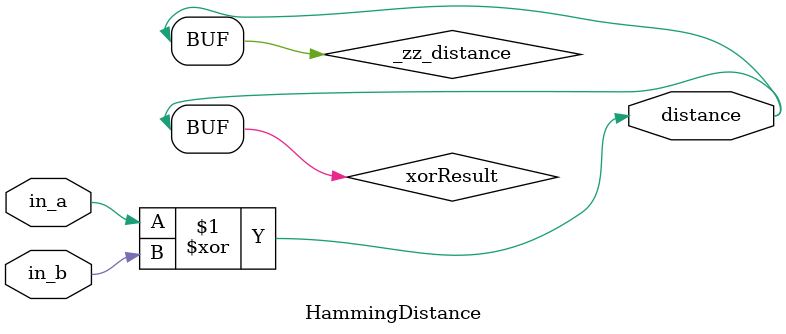
<source format=sv>


`define TracebackStates_binary_sequential_type [2:0]
`define TracebackStates_binary_sequential_IDLE 3'b000
`define TracebackStates_binary_sequential_TB 3'b001
`define TracebackStates_binary_sequential_DECODE 3'b010
`define TracebackStates_binary_sequential_HALT 3'b011
`define TracebackStates_binary_sequential_TAIL_DECODE 3'b100
`define TracebackStates_binary_sequential_FINISH 3'b101

`define ReorderLifoStates_binary_sequential_type [0:0]
`define ReorderLifoStates_binary_sequential_PUSH0POP1 1'b0
`define ReorderLifoStates_binary_sequential_POP0PUSH1 1'b1


module ViterbiDecoder (
  input               raw_data_valid,
  output              raw_data_ready,
  input               raw_data_payload_last,
  input      [1:0]    raw_data_payload_fragment_data,
  input      [1:0]    raw_data_payload_fragment_indicate,
  output              decoded_data_valid,
  output              decoded_data_payload_last,
  output     [0:0]    decoded_data_payload_fragment,
  input               clk,
  input               resetn
);
  wire                pmu_core_raw_data_ready;
  wire       [5:0]    pmu_core_min_idx;
  wire                pmu_core_s_path_valid;
  wire                pmu_core_s_path_payload_last;
  wire       [63:0]   pmu_core_s_path_payload_fragment;
  wire                tbu_core_tb_node_valid;
  wire                tbu_core_tb_node_payload_last;
  wire       [1:0]    tbu_core_tb_node_payload_fragment;
  wire                tbu_core_halt;
  wire                tbu_core_finished;
  wire                lifo_core_decoded_data_valid;
  wire                lifo_core_decoded_data_payload_last;
  wire       [0:0]    lifo_core_decoded_data_payload_fragment;
  wire                raw_data_fire;

  PathMetric pmu_core (
    .raw_data_valid                        (raw_data_fire                       ), //i
    .raw_data_ready                        (pmu_core_raw_data_ready             ), //o
    .raw_data_payload_last                 (raw_data_payload_last               ), //i
    .raw_data_payload_fragment_data        (raw_data_payload_fragment_data      ), //i
    .raw_data_payload_fragment_indicate    (raw_data_payload_fragment_indicate  ), //i
    .tbu_finished                          (tbu_core_finished                   ), //i
    .min_idx                               (pmu_core_min_idx                    ), //o
    .s_path_valid                          (pmu_core_s_path_valid               ), //o
    .s_path_payload_last                   (pmu_core_s_path_payload_last        ), //o
    .s_path_payload_fragment               (pmu_core_s_path_payload_fragment    ), //o
    .clk                                   (clk                                 ), //i
    .resetn                                (resetn                              )  //i
  );
  Traceback tbu_core (
    .min_idx                     (pmu_core_min_idx                   ), //i
    .s_path_valid                (pmu_core_s_path_valid              ), //i
    .s_path_payload_last         (pmu_core_s_path_payload_last       ), //i
    .s_path_payload_fragment     (pmu_core_s_path_payload_fragment   ), //i
    .tb_node_valid               (tbu_core_tb_node_valid             ), //o
    .tb_node_payload_last        (tbu_core_tb_node_payload_last      ), //o
    .tb_node_payload_fragment    (tbu_core_tb_node_payload_fragment  ), //o
    .halt                        (tbu_core_halt                      ), //o
    .finished                    (tbu_core_finished                  ), //o
    .clk                         (clk                                ), //i
    .resetn                      (resetn                             )  //i
  );
  ReorderLifo lifo_core (
    .inverted_order_valid               (tbu_core_tb_node_valid                   ), //i
    .inverted_order_payload_last        (tbu_core_tb_node_payload_last            ), //i
    .inverted_order_payload_fragment    (tbu_core_tb_node_payload_fragment        ), //i
    .decoded_data_valid                 (lifo_core_decoded_data_valid             ), //o
    .decoded_data_payload_last          (lifo_core_decoded_data_payload_last      ), //o
    .decoded_data_payload_fragment      (lifo_core_decoded_data_payload_fragment  ), //o
    .clk                                (clk                                      ), //i
    .resetn                             (resetn                                   )  //i
  );
  assign raw_data_fire = (raw_data_valid && raw_data_ready);
  assign raw_data_ready = ((! tbu_core_halt) && pmu_core_raw_data_ready);
  assign decoded_data_valid = lifo_core_decoded_data_valid;
  assign decoded_data_payload_last = lifo_core_decoded_data_payload_last;
  assign decoded_data_payload_fragment = lifo_core_decoded_data_payload_fragment;

endmodule

module ReorderLifo (
  input               inverted_order_valid,
  input               inverted_order_payload_last,
  input      [1:0]    inverted_order_payload_fragment,
  output              decoded_data_valid,
  output              decoded_data_payload_last,
  output     [0:0]    decoded_data_payload_fragment,
  input               clk,
  input               resetn
);
  wire                inverted_order_fifo_io_pop_ready;
  wire                decoded_lifo_0_push_method;
  wire                decoded_lifo_1_push_method;
  wire                lifo_demux_input_valid;
  wire                lifo_demux_input_payload_last;
  wire       [0:0]    lifo_demux_input_payload_fragment;
  wire       [0:0]    lifo_mux_io_select;
  wire                inverted_order_fifo_io_push_ready;
  wire                inverted_order_fifo_io_pop_valid;
  wire                inverted_order_fifo_io_pop_payload_last;
  wire       [1:0]    inverted_order_fifo_io_pop_payload_fragment;
  wire       [4:0]    inverted_order_fifo_io_occupancy;
  wire       [4:0]    inverted_order_fifo_io_availability;
  wire                decoded_lifo_0_push_ready;
  wire                decoded_lifo_0_pop_valid;
  wire                decoded_lifo_0_pop_payload_last;
  wire       [0:0]    decoded_lifo_0_pop_payload_fragment;
  wire                decoded_lifo_0_empty;
  wire                decoded_lifo_0_full;
  wire                decoded_lifo_1_push_ready;
  wire                decoded_lifo_1_pop_valid;
  wire                decoded_lifo_1_pop_payload_last;
  wire       [0:0]    decoded_lifo_1_pop_payload_fragment;
  wire                decoded_lifo_1_empty;
  wire                decoded_lifo_1_full;
  wire                lifo_demux_input_ready;
  wire                lifo_demux_outputs_0_valid;
  wire                lifo_demux_outputs_0_payload_last;
  wire       [0:0]    lifo_demux_outputs_0_payload_fragment;
  wire                lifo_demux_outputs_1_valid;
  wire                lifo_demux_outputs_1_payload_last;
  wire       [0:0]    lifo_demux_outputs_1_payload_fragment;
  wire                lifo_mux_io_inputs_0_ready;
  wire                lifo_mux_io_inputs_1_ready;
  wire                lifo_mux_io_output_valid;
  wire                lifo_mux_io_output_payload_last;
  wire       [0:0]    lifo_mux_io_output_payload_fragment;
  reg        `ReorderLifoStates_binary_sequential_type reorder_state;
  wire       [0:0]    lifo_push_sel;
  reg                 fifo_pop_valve;
  wire                when_ReorderLifo_l40;
  wire                inverted_order_fifo_io_pop_fire;
  wire                when_ReorderLifo_l52;
  wire                inverted_order_fifo_io_pop_fire_1;
  reg                 lifo_mux_io_output_valid_regNext;
  reg                 lifo_mux_io_output_payload_last_regNext;
  reg        [0:0]    lifo_mux_io_output_payload_fragment_regNext;
  `ifndef SYNTHESIS
  reg [71:0] reorder_state_string;
  `endif


  StreamFifo inverted_order_fifo (
    .io_push_valid               (inverted_order_valid                         ), //i
    .io_push_ready               (inverted_order_fifo_io_push_ready            ), //o
    .io_push_payload_last        (inverted_order_payload_last                  ), //i
    .io_push_payload_fragment    (inverted_order_payload_fragment              ), //i
    .io_pop_valid                (inverted_order_fifo_io_pop_valid             ), //o
    .io_pop_ready                (inverted_order_fifo_io_pop_ready             ), //i
    .io_pop_payload_last         (inverted_order_fifo_io_pop_payload_last      ), //o
    .io_pop_payload_fragment     (inverted_order_fifo_io_pop_payload_fragment  ), //o
    .io_flush                    (1'b0                                         ), //i
    .io_occupancy                (inverted_order_fifo_io_occupancy             ), //o
    .io_availability             (inverted_order_fifo_io_availability          ), //o
    .clk                         (clk                                          ), //i
    .resetn                      (resetn                                       )  //i
  );
  SISOLifo decoded_lifo_0 (
    .push_valid               (lifo_demux_outputs_0_valid             ), //i
    .push_ready               (decoded_lifo_0_push_ready              ), //o
    .push_payload_last        (lifo_demux_outputs_0_payload_last      ), //i
    .push_payload_fragment    (lifo_demux_outputs_0_payload_fragment  ), //i
    .pop_valid                (decoded_lifo_0_pop_valid               ), //o
    .pop_ready                (lifo_mux_io_inputs_0_ready             ), //i
    .pop_payload_last         (decoded_lifo_0_pop_payload_last        ), //o
    .pop_payload_fragment     (decoded_lifo_0_pop_payload_fragment    ), //o
    .push_method              (decoded_lifo_0_push_method             ), //i
    .empty                    (decoded_lifo_0_empty                   ), //o
    .full                     (decoded_lifo_0_full                    ), //o
    .clk                      (clk                                    ), //i
    .resetn                   (resetn                                 )  //i
  );
  SISOLifo decoded_lifo_1 (
    .push_valid               (lifo_demux_outputs_1_valid             ), //i
    .push_ready               (decoded_lifo_1_push_ready              ), //o
    .push_payload_last        (lifo_demux_outputs_1_payload_last      ), //i
    .push_payload_fragment    (lifo_demux_outputs_1_payload_fragment  ), //i
    .pop_valid                (decoded_lifo_1_pop_valid               ), //o
    .pop_ready                (lifo_mux_io_inputs_1_ready             ), //i
    .pop_payload_last         (decoded_lifo_1_pop_payload_last        ), //o
    .pop_payload_fragment     (decoded_lifo_1_pop_payload_fragment    ), //o
    .push_method              (decoded_lifo_1_push_method             ), //i
    .empty                    (decoded_lifo_1_empty                   ), //o
    .full                     (decoded_lifo_1_full                    ), //o
    .clk                      (clk                                    ), //i
    .resetn                   (resetn                                 )  //i
  );
  LifoDemux lifo_demux (
    .select_1                      (lifo_push_sel                          ), //i
    .input_valid                   (lifo_demux_input_valid                 ), //i
    .input_ready                   (lifo_demux_input_ready                 ), //o
    .input_payload_last            (lifo_demux_input_payload_last          ), //i
    .input_payload_fragment        (lifo_demux_input_payload_fragment      ), //i
    .outputs_0_valid               (lifo_demux_outputs_0_valid             ), //o
    .outputs_0_ready               (decoded_lifo_0_push_ready              ), //i
    .outputs_0_payload_last        (lifo_demux_outputs_0_payload_last      ), //o
    .outputs_0_payload_fragment    (lifo_demux_outputs_0_payload_fragment  ), //o
    .outputs_1_valid               (lifo_demux_outputs_1_valid             ), //o
    .outputs_1_ready               (decoded_lifo_1_push_ready              ), //i
    .outputs_1_payload_last        (lifo_demux_outputs_1_payload_last      ), //o
    .outputs_1_payload_fragment    (lifo_demux_outputs_1_payload_fragment  )  //o
  );
  LifoMux lifo_mux (
    .io_select                       (lifo_mux_io_select                   ), //i
    .io_inputs_0_valid               (decoded_lifo_0_pop_valid             ), //i
    .io_inputs_0_ready               (lifo_mux_io_inputs_0_ready           ), //o
    .io_inputs_0_payload_last        (decoded_lifo_0_pop_payload_last      ), //i
    .io_inputs_0_payload_fragment    (decoded_lifo_0_pop_payload_fragment  ), //i
    .io_inputs_1_valid               (decoded_lifo_1_pop_valid             ), //i
    .io_inputs_1_ready               (lifo_mux_io_inputs_1_ready           ), //o
    .io_inputs_1_payload_last        (decoded_lifo_1_pop_payload_last      ), //i
    .io_inputs_1_payload_fragment    (decoded_lifo_1_pop_payload_fragment  ), //i
    .io_output_valid                 (lifo_mux_io_output_valid             ), //o
    .io_output_ready                 (1'b1                                 ), //i
    .io_output_payload_last          (lifo_mux_io_output_payload_last      ), //o
    .io_output_payload_fragment      (lifo_mux_io_output_payload_fragment  )  //o
  );
  `ifndef SYNTHESIS
  always @(*) begin
    case(reorder_state)
      `ReorderLifoStates_binary_sequential_PUSH0POP1 : reorder_state_string = "PUSH0POP1";
      `ReorderLifoStates_binary_sequential_POP0PUSH1 : reorder_state_string = "POP0PUSH1";
      default : reorder_state_string = "?????????";
    endcase
  end
  `endif

  assign lifo_push_sel = reorder_state;
  assign decoded_lifo_0_push_method = (lifo_push_sel == 1'b0);
  assign decoded_lifo_1_push_method = (lifo_push_sel == 1'b1);
  assign lifo_demux_input_payload_fragment = inverted_order_fifo_io_pop_payload_fragment[0];
  assign lifo_demux_input_payload_last = inverted_order_fifo_io_pop_payload_fragment[1];
  assign lifo_demux_input_valid = (inverted_order_fifo_io_pop_valid && fifo_pop_valve);
  assign inverted_order_fifo_io_pop_ready = (lifo_demux_input_ready && fifo_pop_valve);
  assign when_ReorderLifo_l40 = (fifo_pop_valve == 1'b0);
  assign inverted_order_fifo_io_pop_fire = (inverted_order_fifo_io_pop_valid && inverted_order_fifo_io_pop_ready);
  assign when_ReorderLifo_l52 = (fifo_pop_valve == 1'b0);
  assign inverted_order_fifo_io_pop_fire_1 = (inverted_order_fifo_io_pop_valid && inverted_order_fifo_io_pop_ready);
  assign lifo_mux_io_select = (~ lifo_push_sel);
  assign decoded_data_valid = lifo_mux_io_output_valid_regNext;
  assign decoded_data_payload_last = lifo_mux_io_output_payload_last_regNext;
  assign decoded_data_payload_fragment = lifo_mux_io_output_payload_fragment_regNext;
  always @(posedge clk) begin
    if(!resetn) begin
      reorder_state <= `ReorderLifoStates_binary_sequential_PUSH0POP1;
      fifo_pop_valve <= 1'b1;
      lifo_mux_io_output_valid_regNext <= 1'b0;
      lifo_mux_io_output_payload_last_regNext <= 1'b0;
    end else begin
      case(reorder_state)
        `ReorderLifoStates_binary_sequential_PUSH0POP1 : begin
          if(when_ReorderLifo_l40) begin
            if(decoded_lifo_1_empty) begin
              reorder_state <= `ReorderLifoStates_binary_sequential_POP0PUSH1;
              fifo_pop_valve <= 1'b1;
            end
          end else begin
            if(inverted_order_fifo_io_pop_fire) begin
              if(inverted_order_fifo_io_pop_payload_last) begin
                fifo_pop_valve <= 1'b0;
              end
            end
          end
        end
        default : begin
          if(when_ReorderLifo_l52) begin
            if(decoded_lifo_0_empty) begin
              reorder_state <= `ReorderLifoStates_binary_sequential_PUSH0POP1;
              fifo_pop_valve <= 1'b1;
            end
          end else begin
            if(inverted_order_fifo_io_pop_fire_1) begin
              if(inverted_order_fifo_io_pop_payload_last) begin
                fifo_pop_valve <= 1'b0;
              end
            end
          end
        end
      endcase
      lifo_mux_io_output_valid_regNext <= lifo_mux_io_output_valid;
      lifo_mux_io_output_payload_last_regNext <= lifo_mux_io_output_payload_last;
    end
  end

  always @(posedge clk) begin
    lifo_mux_io_output_payload_fragment_regNext <= lifo_mux_io_output_payload_fragment;
  end


endmodule

module Traceback (
  input      [5:0]    min_idx,
  input               s_path_valid,
  input               s_path_payload_last,
  input      [63:0]   s_path_payload_fragment,
  output              tb_node_valid,
  output              tb_node_payload_last,
  output     [1:0]    tb_node_payload_fragment,
  output              halt,
  output              finished,
  input               clk,
  input               resetn
);
  wire       [5:0]    _zz_states_shift_rom_port0;
  wire       [0:0]    _zz_in_data_rom_port0;
  reg        [63:0]   _zz_survival_path_ram_0_port1;
  reg        [63:0]   _zz_survival_path_ram_1_port1;
  reg        [63:0]   _zz_survival_path_ram_2_port1;
  wire       [63:0]   _zz_survival_path_ram_0_port;
  wire                _zz_survival_path_ram_0_port_1;
  wire       [63:0]   _zz_survival_path_ram_1_port;
  wire                _zz_survival_path_ram_1_port_1;
  wire       [63:0]   _zz_survival_path_ram_2_port;
  wire                _zz_survival_path_ram_2_port_1;
  wire       [1:0]    _zz_ram_select;
  wire                _zz_survival_path_ram_0_port_2;
  wire                _zz_ram_0_value;
  wire                _zz_survival_path_ram_1_port_2;
  wire                _zz_ram_1_value;
  wire                _zz_survival_path_ram_2_port_2;
  wire                _zz_ram_2_value;
  wire       [6:0]    _zz_cursor;
  wire       [6:0]    _zz_cursor_1;
  wire       [0:0]    _zz_cursor_2;
  wire       [6:0]    _zz_cursor_3;
  wire       [6:0]    _zz_cursor_4;
  wire       [0:0]    _zz_cursor_5;
  wire       [6:0]    _zz_cursor_6;
  wire       [6:0]    _zz_cursor_7;
  wire       [0:0]    _zz_cursor_8;
  wire       [1:0]    _zz_decoded_ram_select;
  wire       [7:0]    _zz_ram_addr_read;
  wire       [1:0]    _zz_decoded_ram_select_1;
  wire       [7:0]    _zz_ram_addr_read_1;
  wire       [1:0]    _zz_decoded_ram_select_2;
  wire       [7:0]    _zz_ram_addr_read_2;
  reg        [1:0]    ram_select;
  reg        [7:0]    ram_addr_write;
  reg                 pkg_tail;
  reg                 tb_finish;
  wire                when_Traceback_l48;
  reg        [1:0]    decoded_ram_select;
  reg        [7:0]    ram_addr_read;
  reg                 pipe_halt;
  wire       [63:0]   ram_0_value;
  wire       [63:0]   ram_1_value;
  wire       [63:0]   ram_2_value;
  reg        [5:0]    min_cursor;
  reg        [6:0]    cursor;
  wire       [5:0]    min_cursor_next;
  wire       [0:0]    tb_node_data_next;
  reg        [0:0]    tb_node_data;
  reg                 tb_node_valid_1;
  reg                 tb_node_last;
  reg                 tail_repeat;
  reg                 goto_tail;
  reg        [2:0]    halt_cnt;
  reg        `TracebackStates_binary_sequential_type traceback_state;
  wire                when_Traceback_l104;
  wire                when_Traceback_l113;
  wire                when_Traceback_l126;
  wire                when_Traceback_l144;
  wire                when_Traceback_l153;
  `ifndef SYNTHESIS
  reg [87:0] traceback_state_string;
  `endif

  (* ram_style = "distributed" *) reg [5:0] states_shift_rom [0:127];
  (* ram_style = "distributed" *) reg [0:0] in_data_rom [0:127];
  reg [63:0] survival_path_ram_0 [0:167];
  reg [63:0] survival_path_ram_1 [0:167];
  reg [63:0] survival_path_ram_2 [0:167];

  assign _zz_ram_select = (ram_select + 2'b01);
  assign _zz_cursor = ({1'd0,min_cursor} <<< 1);
  assign _zz_cursor_2 = ram_0_value[min_cursor];
  assign _zz_cursor_1 = {6'd0, _zz_cursor_2};
  assign _zz_cursor_3 = ({1'd0,min_cursor} <<< 1);
  assign _zz_cursor_5 = ram_1_value[min_cursor];
  assign _zz_cursor_4 = {6'd0, _zz_cursor_5};
  assign _zz_cursor_6 = ({1'd0,min_cursor} <<< 1);
  assign _zz_cursor_8 = ram_2_value[min_cursor];
  assign _zz_cursor_7 = {6'd0, _zz_cursor_8};
  assign _zz_decoded_ram_select = (decoded_ram_select - 2'b01);
  assign _zz_ram_addr_read = (ram_addr_read - 8'h01);
  assign _zz_decoded_ram_select_1 = (decoded_ram_select - 2'b01);
  assign _zz_ram_addr_read_1 = (ram_addr_read - 8'h01);
  assign _zz_decoded_ram_select_2 = (decoded_ram_select - 2'b01);
  assign _zz_ram_addr_read_2 = (ram_addr_read - 8'h01);
  assign _zz_survival_path_ram_0_port = s_path_payload_fragment;
  assign _zz_survival_path_ram_0_port_1 = ((ram_select == 2'b00) && s_path_valid);
  assign _zz_ram_0_value = 1'b1;
  assign _zz_survival_path_ram_1_port = s_path_payload_fragment;
  assign _zz_survival_path_ram_1_port_1 = ((ram_select == 2'b01) && s_path_valid);
  assign _zz_ram_1_value = 1'b1;
  assign _zz_survival_path_ram_2_port = s_path_payload_fragment;
  assign _zz_survival_path_ram_2_port_1 = ((ram_select == 2'b10) && s_path_valid);
  assign _zz_ram_2_value = 1'b1;
  initial begin
    $readmemb("ViterbiDecoder.sv_toplevel_tbu_core_states_shift_rom.bin",states_shift_rom);
  end
  assign _zz_states_shift_rom_port0 = states_shift_rom[cursor];
  initial begin
    $readmemb("ViterbiDecoder.sv_toplevel_tbu_core_in_data_rom.bin",in_data_rom);
  end
  assign _zz_in_data_rom_port0 = in_data_rom[cursor];
  always @(posedge clk) begin
    if(_zz_survival_path_ram_0_port_1) begin
      survival_path_ram_0[ram_addr_write] <= _zz_survival_path_ram_0_port;
    end
  end

  always @(posedge clk) begin
    if(_zz_ram_0_value) begin
      _zz_survival_path_ram_0_port1 <= survival_path_ram_0[ram_addr_read];
    end
  end

  always @(posedge clk) begin
    if(_zz_survival_path_ram_1_port_1) begin
      survival_path_ram_1[ram_addr_write] <= _zz_survival_path_ram_1_port;
    end
  end

  always @(posedge clk) begin
    if(_zz_ram_1_value) begin
      _zz_survival_path_ram_1_port1 <= survival_path_ram_1[ram_addr_read];
    end
  end

  always @(posedge clk) begin
    if(_zz_survival_path_ram_2_port_1) begin
      survival_path_ram_2[ram_addr_write] <= _zz_survival_path_ram_2_port;
    end
  end

  always @(posedge clk) begin
    if(_zz_ram_2_value) begin
      _zz_survival_path_ram_2_port1 <= survival_path_ram_2[ram_addr_read];
    end
  end

  `ifndef SYNTHESIS
  always @(*) begin
    case(traceback_state)
      `TracebackStates_binary_sequential_IDLE : traceback_state_string = "IDLE       ";
      `TracebackStates_binary_sequential_TB : traceback_state_string = "TB         ";
      `TracebackStates_binary_sequential_DECODE : traceback_state_string = "DECODE     ";
      `TracebackStates_binary_sequential_HALT : traceback_state_string = "HALT       ";
      `TracebackStates_binary_sequential_TAIL_DECODE : traceback_state_string = "TAIL_DECODE";
      `TracebackStates_binary_sequential_FINISH : traceback_state_string = "FINISH     ";
      default : traceback_state_string = "???????????";
    endcase
  end
  `endif

  assign when_Traceback_l48 = (8'ha7 <= ram_addr_write);
  assign ram_0_value = _zz_survival_path_ram_0_port1;
  assign ram_1_value = _zz_survival_path_ram_1_port1;
  assign ram_2_value = _zz_survival_path_ram_2_port1;
  always @(*) begin
    case(decoded_ram_select)
      2'b00 : begin
        cursor = (_zz_cursor + _zz_cursor_1);
      end
      2'b01 : begin
        cursor = (_zz_cursor_3 + _zz_cursor_4);
      end
      2'b10 : begin
        cursor = (_zz_cursor_6 + _zz_cursor_7);
      end
      default : begin
        cursor = 7'h0;
      end
    endcase
  end

  assign min_cursor_next = _zz_states_shift_rom_port0;
  assign tb_node_data_next = _zz_in_data_rom_port0;
  assign when_Traceback_l104 = (((ram_addr_write == 8'h53) && (decoded_ram_select == ram_select)) || pkg_tail);
  assign when_Traceback_l113 = (halt_cnt == 3'b111);
  assign when_Traceback_l126 = (ram_addr_read == 8'ha7);
  assign when_Traceback_l144 = (ram_addr_read == 8'ha7);
  assign when_Traceback_l153 = (ram_addr_read == 8'ha7);
  assign finished = tb_finish;
  assign halt = pipe_halt;
  assign tb_node_valid = tb_node_valid_1;
  assign tb_node_payload_fragment = {tb_finish,tb_node_data};
  assign tb_node_payload_last = tb_node_last;
  always @(posedge clk) begin
    if(!resetn) begin
      ram_select <= 2'b00;
      ram_addr_write <= 8'h0;
      pkg_tail <= 1'b0;
      ram_addr_read <= 8'h0;
      tb_node_valid_1 <= 1'b0;
      tb_node_last <= 1'b0;
      tail_repeat <= 1'b0;
      goto_tail <= 1'b0;
      traceback_state <= `TracebackStates_binary_sequential_FINISH;
    end else begin
      if(tb_finish) begin
        ram_addr_write <= 8'h0;
        ram_select <= 2'b00;
        pkg_tail <= 1'b0;
      end else begin
        if(s_path_valid) begin
          if(when_Traceback_l48) begin
            ram_addr_write <= 8'h0;
            ram_select <= ((ram_select == 2'b10) ? 2'b00 : _zz_ram_select);
          end else begin
            ram_addr_write <= (ram_addr_write + 8'h01);
          end
          pkg_tail <= s_path_payload_last;
        end
      end
      case(traceback_state)
        `TracebackStates_binary_sequential_FINISH : begin
          tb_node_valid_1 <= 1'b0;
          tb_node_last <= 1'b0;
          tail_repeat <= 1'b0;
          goto_tail <= 1'b0;
          traceback_state <= `TracebackStates_binary_sequential_IDLE;
        end
        `TracebackStates_binary_sequential_IDLE : begin
          tb_node_valid_1 <= 1'b0;
          tb_node_last <= 1'b0;
          if(when_Traceback_l104) begin
            traceback_state <= `TracebackStates_binary_sequential_HALT;
            ram_addr_read <= (ram_addr_write - 8'h01);
            goto_tail <= pkg_tail;
          end
        end
        `TracebackStates_binary_sequential_HALT : begin
          if(when_Traceback_l113) begin
            ram_addr_read <= (ram_addr_read - 8'h01);
            if(goto_tail) begin
              tail_repeat <= ((ram_addr_write < 8'h54) && (decoded_ram_select == ram_select));
              traceback_state <= `TracebackStates_binary_sequential_TAIL_DECODE;
            end else begin
              traceback_state <= `TracebackStates_binary_sequential_TB;
            end
          end
        end
        `TracebackStates_binary_sequential_TAIL_DECODE : begin
          if(when_Traceback_l126) begin
            if(tail_repeat) begin
              traceback_state <= `TracebackStates_binary_sequential_TAIL_DECODE;
              tail_repeat <= 1'b0;
              tb_node_last <= 1'b0;
            end else begin
              traceback_state <= `TracebackStates_binary_sequential_FINISH;
              tb_node_last <= 1'b1;
            end
          end
          ram_addr_read <= ((ram_addr_read == 8'h0) ? 8'ha7 : _zz_ram_addr_read);
          tb_node_valid_1 <= 1'b1;
        end
        `TracebackStates_binary_sequential_TB : begin
          if(when_Traceback_l144) begin
            traceback_state <= `TracebackStates_binary_sequential_DECODE;
          end
          ram_addr_read <= ((ram_addr_read == 8'h0) ? 8'ha7 : _zz_ram_addr_read_1);
        end
        default : begin
          if(when_Traceback_l153) begin
            traceback_state <= `TracebackStates_binary_sequential_IDLE;
            tb_node_last <= 1'b1;
          end
          ram_addr_read <= ((ram_addr_read == 8'h0) ? 8'ha7 : _zz_ram_addr_read_2);
          tb_node_valid_1 <= 1'b1;
        end
      endcase
    end
  end

  always @(posedge clk) begin
    case(traceback_state)
      `TracebackStates_binary_sequential_FINISH : begin
        tb_finish <= 1'b1;
        pipe_halt <= 1'b1;
        decoded_ram_select <= 2'b01;
      end
      `TracebackStates_binary_sequential_IDLE : begin
        tb_finish <= 1'b0;
        pipe_halt <= 1'b0;
        halt_cnt <= 3'b000;
        if(when_Traceback_l104) begin
          pipe_halt <= 1'b1;
        end
      end
      `TracebackStates_binary_sequential_HALT : begin
        halt_cnt <= (halt_cnt + 3'b001);
        if(when_Traceback_l113) begin
          if(goto_tail) begin
            decoded_ram_select <= ram_select;
            min_cursor <= min_idx;
          end
        end
      end
      `TracebackStates_binary_sequential_TAIL_DECODE : begin
        if(when_Traceback_l126) begin
          if(tail_repeat) begin
            decoded_ram_select <= ((decoded_ram_select == 2'b00) ? 2'b10 : _zz_decoded_ram_select);
          end else begin
            tb_finish <= 1'b1;
          end
        end
        min_cursor <= min_cursor_next;
        tb_node_data <= tb_node_data_next;
      end
      `TracebackStates_binary_sequential_TB : begin
        if(when_Traceback_l144) begin
          decoded_ram_select <= ((decoded_ram_select == 2'b00) ? 2'b10 : _zz_decoded_ram_select_1);
        end
        min_cursor <= min_cursor_next;
      end
      default : begin
        pipe_halt <= 1'b0;
        if(when_Traceback_l153) begin
          decoded_ram_select <= ((decoded_ram_select == 2'b00) ? 2'b10 : _zz_decoded_ram_select_2);
        end
        min_cursor <= min_cursor_next;
        tb_node_data <= tb_node_data_next;
      end
    endcase
  end


endmodule

module PathMetric (
  input               raw_data_valid,
  output              raw_data_ready,
  input               raw_data_payload_last,
  input      [1:0]    raw_data_payload_fragment_data,
  input      [1:0]    raw_data_payload_fragment_indicate,
  input               tbu_finished,
  output     [5:0]    min_idx,
  output              s_path_valid,
  output              s_path_payload_last,
  output     [63:0]   s_path_payload_fragment,
  input               clk,
  input               resetn
);
  wire       [15:0]   addCompareSelect_64_dist_0;
  wire       [15:0]   addCompareSelect_64_dist_1;
  wire       [15:0]   addCompareSelect_65_dist_0;
  wire       [15:0]   addCompareSelect_65_dist_1;
  wire       [15:0]   addCompareSelect_66_dist_0;
  wire       [15:0]   addCompareSelect_66_dist_1;
  wire       [15:0]   addCompareSelect_67_dist_0;
  wire       [15:0]   addCompareSelect_67_dist_1;
  wire       [15:0]   addCompareSelect_68_dist_0;
  wire       [15:0]   addCompareSelect_68_dist_1;
  wire       [15:0]   addCompareSelect_69_dist_0;
  wire       [15:0]   addCompareSelect_69_dist_1;
  wire       [15:0]   addCompareSelect_70_dist_0;
  wire       [15:0]   addCompareSelect_70_dist_1;
  wire       [15:0]   addCompareSelect_71_dist_0;
  wire       [15:0]   addCompareSelect_71_dist_1;
  wire       [15:0]   addCompareSelect_72_dist_0;
  wire       [15:0]   addCompareSelect_72_dist_1;
  wire       [15:0]   addCompareSelect_73_dist_0;
  wire       [15:0]   addCompareSelect_73_dist_1;
  wire       [15:0]   addCompareSelect_74_dist_0;
  wire       [15:0]   addCompareSelect_74_dist_1;
  wire       [15:0]   addCompareSelect_75_dist_0;
  wire       [15:0]   addCompareSelect_75_dist_1;
  wire       [15:0]   addCompareSelect_76_dist_0;
  wire       [15:0]   addCompareSelect_76_dist_1;
  wire       [15:0]   addCompareSelect_77_dist_0;
  wire       [15:0]   addCompareSelect_77_dist_1;
  wire       [15:0]   addCompareSelect_78_dist_0;
  wire       [15:0]   addCompareSelect_78_dist_1;
  wire       [15:0]   addCompareSelect_79_dist_0;
  wire       [15:0]   addCompareSelect_79_dist_1;
  wire       [15:0]   addCompareSelect_80_dist_0;
  wire       [15:0]   addCompareSelect_80_dist_1;
  wire       [15:0]   addCompareSelect_81_dist_0;
  wire       [15:0]   addCompareSelect_81_dist_1;
  wire       [15:0]   addCompareSelect_82_dist_0;
  wire       [15:0]   addCompareSelect_82_dist_1;
  wire       [15:0]   addCompareSelect_83_dist_0;
  wire       [15:0]   addCompareSelect_83_dist_1;
  wire       [15:0]   addCompareSelect_84_dist_0;
  wire       [15:0]   addCompareSelect_84_dist_1;
  wire       [15:0]   addCompareSelect_85_dist_0;
  wire       [15:0]   addCompareSelect_85_dist_1;
  wire       [15:0]   addCompareSelect_86_dist_0;
  wire       [15:0]   addCompareSelect_86_dist_1;
  wire       [15:0]   addCompareSelect_87_dist_0;
  wire       [15:0]   addCompareSelect_87_dist_1;
  wire       [15:0]   addCompareSelect_88_dist_0;
  wire       [15:0]   addCompareSelect_88_dist_1;
  wire       [15:0]   addCompareSelect_89_dist_0;
  wire       [15:0]   addCompareSelect_89_dist_1;
  wire       [15:0]   addCompareSelect_90_dist_0;
  wire       [15:0]   addCompareSelect_90_dist_1;
  wire       [15:0]   addCompareSelect_91_dist_0;
  wire       [15:0]   addCompareSelect_91_dist_1;
  wire       [15:0]   addCompareSelect_92_dist_0;
  wire       [15:0]   addCompareSelect_92_dist_1;
  wire       [15:0]   addCompareSelect_93_dist_0;
  wire       [15:0]   addCompareSelect_93_dist_1;
  wire       [15:0]   addCompareSelect_94_dist_0;
  wire       [15:0]   addCompareSelect_94_dist_1;
  wire       [15:0]   addCompareSelect_95_dist_0;
  wire       [15:0]   addCompareSelect_95_dist_1;
  wire       [15:0]   addCompareSelect_96_dist_0;
  wire       [15:0]   addCompareSelect_96_dist_1;
  wire       [15:0]   addCompareSelect_97_dist_0;
  wire       [15:0]   addCompareSelect_97_dist_1;
  wire       [15:0]   addCompareSelect_98_dist_0;
  wire       [15:0]   addCompareSelect_98_dist_1;
  wire       [15:0]   addCompareSelect_99_dist_0;
  wire       [15:0]   addCompareSelect_99_dist_1;
  wire       [15:0]   addCompareSelect_100_dist_0;
  wire       [15:0]   addCompareSelect_100_dist_1;
  wire       [15:0]   addCompareSelect_101_dist_0;
  wire       [15:0]   addCompareSelect_101_dist_1;
  wire       [15:0]   addCompareSelect_102_dist_0;
  wire       [15:0]   addCompareSelect_102_dist_1;
  wire       [15:0]   addCompareSelect_103_dist_0;
  wire       [15:0]   addCompareSelect_103_dist_1;
  wire       [15:0]   addCompareSelect_104_dist_0;
  wire       [15:0]   addCompareSelect_104_dist_1;
  wire       [15:0]   addCompareSelect_105_dist_0;
  wire       [15:0]   addCompareSelect_105_dist_1;
  wire       [15:0]   addCompareSelect_106_dist_0;
  wire       [15:0]   addCompareSelect_106_dist_1;
  wire       [15:0]   addCompareSelect_107_dist_0;
  wire       [15:0]   addCompareSelect_107_dist_1;
  wire       [15:0]   addCompareSelect_108_dist_0;
  wire       [15:0]   addCompareSelect_108_dist_1;
  wire       [15:0]   addCompareSelect_109_dist_0;
  wire       [15:0]   addCompareSelect_109_dist_1;
  wire       [15:0]   addCompareSelect_110_dist_0;
  wire       [15:0]   addCompareSelect_110_dist_1;
  wire       [15:0]   addCompareSelect_111_dist_0;
  wire       [15:0]   addCompareSelect_111_dist_1;
  wire       [15:0]   addCompareSelect_112_dist_0;
  wire       [15:0]   addCompareSelect_112_dist_1;
  wire       [15:0]   addCompareSelect_113_dist_0;
  wire       [15:0]   addCompareSelect_113_dist_1;
  wire       [15:0]   addCompareSelect_114_dist_0;
  wire       [15:0]   addCompareSelect_114_dist_1;
  wire       [15:0]   addCompareSelect_115_dist_0;
  wire       [15:0]   addCompareSelect_115_dist_1;
  wire       [15:0]   addCompareSelect_116_dist_0;
  wire       [15:0]   addCompareSelect_116_dist_1;
  wire       [15:0]   addCompareSelect_117_dist_0;
  wire       [15:0]   addCompareSelect_117_dist_1;
  wire       [15:0]   addCompareSelect_118_dist_0;
  wire       [15:0]   addCompareSelect_118_dist_1;
  wire       [15:0]   addCompareSelect_119_dist_0;
  wire       [15:0]   addCompareSelect_119_dist_1;
  wire       [15:0]   addCompareSelect_120_dist_0;
  wire       [15:0]   addCompareSelect_120_dist_1;
  wire       [15:0]   addCompareSelect_121_dist_0;
  wire       [15:0]   addCompareSelect_121_dist_1;
  wire       [15:0]   addCompareSelect_122_dist_0;
  wire       [15:0]   addCompareSelect_122_dist_1;
  wire       [15:0]   addCompareSelect_123_dist_0;
  wire       [15:0]   addCompareSelect_123_dist_1;
  wire       [15:0]   addCompareSelect_124_dist_0;
  wire       [15:0]   addCompareSelect_124_dist_1;
  wire       [15:0]   addCompareSelect_125_dist_0;
  wire       [15:0]   addCompareSelect_125_dist_1;
  wire       [15:0]   addCompareSelect_126_dist_0;
  wire       [15:0]   addCompareSelect_126_dist_1;
  wire       [15:0]   addCompareSelect_127_dist_0;
  wire       [15:0]   addCompareSelect_127_dist_1;
  wire       [2:0]    branchMetric_64_dist_0;
  wire       [2:0]    branchMetric_64_dist_1;
  wire       [15:0]   addCompareSelect_64_state_weight;
  wire                addCompareSelect_64_decision;
  wire       [2:0]    branchMetric_65_dist_0;
  wire       [2:0]    branchMetric_65_dist_1;
  wire       [15:0]   addCompareSelect_65_state_weight;
  wire                addCompareSelect_65_decision;
  wire       [2:0]    branchMetric_66_dist_0;
  wire       [2:0]    branchMetric_66_dist_1;
  wire       [15:0]   addCompareSelect_66_state_weight;
  wire                addCompareSelect_66_decision;
  wire       [2:0]    branchMetric_67_dist_0;
  wire       [2:0]    branchMetric_67_dist_1;
  wire       [15:0]   addCompareSelect_67_state_weight;
  wire                addCompareSelect_67_decision;
  wire       [2:0]    branchMetric_68_dist_0;
  wire       [2:0]    branchMetric_68_dist_1;
  wire       [15:0]   addCompareSelect_68_state_weight;
  wire                addCompareSelect_68_decision;
  wire       [2:0]    branchMetric_69_dist_0;
  wire       [2:0]    branchMetric_69_dist_1;
  wire       [15:0]   addCompareSelect_69_state_weight;
  wire                addCompareSelect_69_decision;
  wire       [2:0]    branchMetric_70_dist_0;
  wire       [2:0]    branchMetric_70_dist_1;
  wire       [15:0]   addCompareSelect_70_state_weight;
  wire                addCompareSelect_70_decision;
  wire       [2:0]    branchMetric_71_dist_0;
  wire       [2:0]    branchMetric_71_dist_1;
  wire       [15:0]   addCompareSelect_71_state_weight;
  wire                addCompareSelect_71_decision;
  wire       [2:0]    branchMetric_72_dist_0;
  wire       [2:0]    branchMetric_72_dist_1;
  wire       [15:0]   addCompareSelect_72_state_weight;
  wire                addCompareSelect_72_decision;
  wire       [2:0]    branchMetric_73_dist_0;
  wire       [2:0]    branchMetric_73_dist_1;
  wire       [15:0]   addCompareSelect_73_state_weight;
  wire                addCompareSelect_73_decision;
  wire       [2:0]    branchMetric_74_dist_0;
  wire       [2:0]    branchMetric_74_dist_1;
  wire       [15:0]   addCompareSelect_74_state_weight;
  wire                addCompareSelect_74_decision;
  wire       [2:0]    branchMetric_75_dist_0;
  wire       [2:0]    branchMetric_75_dist_1;
  wire       [15:0]   addCompareSelect_75_state_weight;
  wire                addCompareSelect_75_decision;
  wire       [2:0]    branchMetric_76_dist_0;
  wire       [2:0]    branchMetric_76_dist_1;
  wire       [15:0]   addCompareSelect_76_state_weight;
  wire                addCompareSelect_76_decision;
  wire       [2:0]    branchMetric_77_dist_0;
  wire       [2:0]    branchMetric_77_dist_1;
  wire       [15:0]   addCompareSelect_77_state_weight;
  wire                addCompareSelect_77_decision;
  wire       [2:0]    branchMetric_78_dist_0;
  wire       [2:0]    branchMetric_78_dist_1;
  wire       [15:0]   addCompareSelect_78_state_weight;
  wire                addCompareSelect_78_decision;
  wire       [2:0]    branchMetric_79_dist_0;
  wire       [2:0]    branchMetric_79_dist_1;
  wire       [15:0]   addCompareSelect_79_state_weight;
  wire                addCompareSelect_79_decision;
  wire       [2:0]    branchMetric_80_dist_0;
  wire       [2:0]    branchMetric_80_dist_1;
  wire       [15:0]   addCompareSelect_80_state_weight;
  wire                addCompareSelect_80_decision;
  wire       [2:0]    branchMetric_81_dist_0;
  wire       [2:0]    branchMetric_81_dist_1;
  wire       [15:0]   addCompareSelect_81_state_weight;
  wire                addCompareSelect_81_decision;
  wire       [2:0]    branchMetric_82_dist_0;
  wire       [2:0]    branchMetric_82_dist_1;
  wire       [15:0]   addCompareSelect_82_state_weight;
  wire                addCompareSelect_82_decision;
  wire       [2:0]    branchMetric_83_dist_0;
  wire       [2:0]    branchMetric_83_dist_1;
  wire       [15:0]   addCompareSelect_83_state_weight;
  wire                addCompareSelect_83_decision;
  wire       [2:0]    branchMetric_84_dist_0;
  wire       [2:0]    branchMetric_84_dist_1;
  wire       [15:0]   addCompareSelect_84_state_weight;
  wire                addCompareSelect_84_decision;
  wire       [2:0]    branchMetric_85_dist_0;
  wire       [2:0]    branchMetric_85_dist_1;
  wire       [15:0]   addCompareSelect_85_state_weight;
  wire                addCompareSelect_85_decision;
  wire       [2:0]    branchMetric_86_dist_0;
  wire       [2:0]    branchMetric_86_dist_1;
  wire       [15:0]   addCompareSelect_86_state_weight;
  wire                addCompareSelect_86_decision;
  wire       [2:0]    branchMetric_87_dist_0;
  wire       [2:0]    branchMetric_87_dist_1;
  wire       [15:0]   addCompareSelect_87_state_weight;
  wire                addCompareSelect_87_decision;
  wire       [2:0]    branchMetric_88_dist_0;
  wire       [2:0]    branchMetric_88_dist_1;
  wire       [15:0]   addCompareSelect_88_state_weight;
  wire                addCompareSelect_88_decision;
  wire       [2:0]    branchMetric_89_dist_0;
  wire       [2:0]    branchMetric_89_dist_1;
  wire       [15:0]   addCompareSelect_89_state_weight;
  wire                addCompareSelect_89_decision;
  wire       [2:0]    branchMetric_90_dist_0;
  wire       [2:0]    branchMetric_90_dist_1;
  wire       [15:0]   addCompareSelect_90_state_weight;
  wire                addCompareSelect_90_decision;
  wire       [2:0]    branchMetric_91_dist_0;
  wire       [2:0]    branchMetric_91_dist_1;
  wire       [15:0]   addCompareSelect_91_state_weight;
  wire                addCompareSelect_91_decision;
  wire       [2:0]    branchMetric_92_dist_0;
  wire       [2:0]    branchMetric_92_dist_1;
  wire       [15:0]   addCompareSelect_92_state_weight;
  wire                addCompareSelect_92_decision;
  wire       [2:0]    branchMetric_93_dist_0;
  wire       [2:0]    branchMetric_93_dist_1;
  wire       [15:0]   addCompareSelect_93_state_weight;
  wire                addCompareSelect_93_decision;
  wire       [2:0]    branchMetric_94_dist_0;
  wire       [2:0]    branchMetric_94_dist_1;
  wire       [15:0]   addCompareSelect_94_state_weight;
  wire                addCompareSelect_94_decision;
  wire       [2:0]    branchMetric_95_dist_0;
  wire       [2:0]    branchMetric_95_dist_1;
  wire       [15:0]   addCompareSelect_95_state_weight;
  wire                addCompareSelect_95_decision;
  wire       [2:0]    branchMetric_96_dist_0;
  wire       [2:0]    branchMetric_96_dist_1;
  wire       [15:0]   addCompareSelect_96_state_weight;
  wire                addCompareSelect_96_decision;
  wire       [2:0]    branchMetric_97_dist_0;
  wire       [2:0]    branchMetric_97_dist_1;
  wire       [15:0]   addCompareSelect_97_state_weight;
  wire                addCompareSelect_97_decision;
  wire       [2:0]    branchMetric_98_dist_0;
  wire       [2:0]    branchMetric_98_dist_1;
  wire       [15:0]   addCompareSelect_98_state_weight;
  wire                addCompareSelect_98_decision;
  wire       [2:0]    branchMetric_99_dist_0;
  wire       [2:0]    branchMetric_99_dist_1;
  wire       [15:0]   addCompareSelect_99_state_weight;
  wire                addCompareSelect_99_decision;
  wire       [2:0]    branchMetric_100_dist_0;
  wire       [2:0]    branchMetric_100_dist_1;
  wire       [15:0]   addCompareSelect_100_state_weight;
  wire                addCompareSelect_100_decision;
  wire       [2:0]    branchMetric_101_dist_0;
  wire       [2:0]    branchMetric_101_dist_1;
  wire       [15:0]   addCompareSelect_101_state_weight;
  wire                addCompareSelect_101_decision;
  wire       [2:0]    branchMetric_102_dist_0;
  wire       [2:0]    branchMetric_102_dist_1;
  wire       [15:0]   addCompareSelect_102_state_weight;
  wire                addCompareSelect_102_decision;
  wire       [2:0]    branchMetric_103_dist_0;
  wire       [2:0]    branchMetric_103_dist_1;
  wire       [15:0]   addCompareSelect_103_state_weight;
  wire                addCompareSelect_103_decision;
  wire       [2:0]    branchMetric_104_dist_0;
  wire       [2:0]    branchMetric_104_dist_1;
  wire       [15:0]   addCompareSelect_104_state_weight;
  wire                addCompareSelect_104_decision;
  wire       [2:0]    branchMetric_105_dist_0;
  wire       [2:0]    branchMetric_105_dist_1;
  wire       [15:0]   addCompareSelect_105_state_weight;
  wire                addCompareSelect_105_decision;
  wire       [2:0]    branchMetric_106_dist_0;
  wire       [2:0]    branchMetric_106_dist_1;
  wire       [15:0]   addCompareSelect_106_state_weight;
  wire                addCompareSelect_106_decision;
  wire       [2:0]    branchMetric_107_dist_0;
  wire       [2:0]    branchMetric_107_dist_1;
  wire       [15:0]   addCompareSelect_107_state_weight;
  wire                addCompareSelect_107_decision;
  wire       [2:0]    branchMetric_108_dist_0;
  wire       [2:0]    branchMetric_108_dist_1;
  wire       [15:0]   addCompareSelect_108_state_weight;
  wire                addCompareSelect_108_decision;
  wire       [2:0]    branchMetric_109_dist_0;
  wire       [2:0]    branchMetric_109_dist_1;
  wire       [15:0]   addCompareSelect_109_state_weight;
  wire                addCompareSelect_109_decision;
  wire       [2:0]    branchMetric_110_dist_0;
  wire       [2:0]    branchMetric_110_dist_1;
  wire       [15:0]   addCompareSelect_110_state_weight;
  wire                addCompareSelect_110_decision;
  wire       [2:0]    branchMetric_111_dist_0;
  wire       [2:0]    branchMetric_111_dist_1;
  wire       [15:0]   addCompareSelect_111_state_weight;
  wire                addCompareSelect_111_decision;
  wire       [2:0]    branchMetric_112_dist_0;
  wire       [2:0]    branchMetric_112_dist_1;
  wire       [15:0]   addCompareSelect_112_state_weight;
  wire                addCompareSelect_112_decision;
  wire       [2:0]    branchMetric_113_dist_0;
  wire       [2:0]    branchMetric_113_dist_1;
  wire       [15:0]   addCompareSelect_113_state_weight;
  wire                addCompareSelect_113_decision;
  wire       [2:0]    branchMetric_114_dist_0;
  wire       [2:0]    branchMetric_114_dist_1;
  wire       [15:0]   addCompareSelect_114_state_weight;
  wire                addCompareSelect_114_decision;
  wire       [2:0]    branchMetric_115_dist_0;
  wire       [2:0]    branchMetric_115_dist_1;
  wire       [15:0]   addCompareSelect_115_state_weight;
  wire                addCompareSelect_115_decision;
  wire       [2:0]    branchMetric_116_dist_0;
  wire       [2:0]    branchMetric_116_dist_1;
  wire       [15:0]   addCompareSelect_116_state_weight;
  wire                addCompareSelect_116_decision;
  wire       [2:0]    branchMetric_117_dist_0;
  wire       [2:0]    branchMetric_117_dist_1;
  wire       [15:0]   addCompareSelect_117_state_weight;
  wire                addCompareSelect_117_decision;
  wire       [2:0]    branchMetric_118_dist_0;
  wire       [2:0]    branchMetric_118_dist_1;
  wire       [15:0]   addCompareSelect_118_state_weight;
  wire                addCompareSelect_118_decision;
  wire       [2:0]    branchMetric_119_dist_0;
  wire       [2:0]    branchMetric_119_dist_1;
  wire       [15:0]   addCompareSelect_119_state_weight;
  wire                addCompareSelect_119_decision;
  wire       [2:0]    branchMetric_120_dist_0;
  wire       [2:0]    branchMetric_120_dist_1;
  wire       [15:0]   addCompareSelect_120_state_weight;
  wire                addCompareSelect_120_decision;
  wire       [2:0]    branchMetric_121_dist_0;
  wire       [2:0]    branchMetric_121_dist_1;
  wire       [15:0]   addCompareSelect_121_state_weight;
  wire                addCompareSelect_121_decision;
  wire       [2:0]    branchMetric_122_dist_0;
  wire       [2:0]    branchMetric_122_dist_1;
  wire       [15:0]   addCompareSelect_122_state_weight;
  wire                addCompareSelect_122_decision;
  wire       [2:0]    branchMetric_123_dist_0;
  wire       [2:0]    branchMetric_123_dist_1;
  wire       [15:0]   addCompareSelect_123_state_weight;
  wire                addCompareSelect_123_decision;
  wire       [2:0]    branchMetric_124_dist_0;
  wire       [2:0]    branchMetric_124_dist_1;
  wire       [15:0]   addCompareSelect_124_state_weight;
  wire                addCompareSelect_124_decision;
  wire       [2:0]    branchMetric_125_dist_0;
  wire       [2:0]    branchMetric_125_dist_1;
  wire       [15:0]   addCompareSelect_125_state_weight;
  wire                addCompareSelect_125_decision;
  wire       [2:0]    branchMetric_126_dist_0;
  wire       [2:0]    branchMetric_126_dist_1;
  wire       [15:0]   addCompareSelect_126_state_weight;
  wire                addCompareSelect_126_decision;
  wire       [2:0]    branchMetric_127_dist_0;
  wire       [2:0]    branchMetric_127_dist_1;
  wire       [15:0]   addCompareSelect_127_state_weight;
  wire                addCompareSelect_127_decision;
  wire       [15:0]   minVal_1_min_val;
  wire       [5:0]    minVal_1_min_idx;
  reg        [15:0]   node_weight_0;
  reg        [15:0]   node_weight_1;
  reg        [15:0]   node_weight_2;
  reg        [15:0]   node_weight_3;
  reg        [15:0]   node_weight_4;
  reg        [15:0]   node_weight_5;
  reg        [15:0]   node_weight_6;
  reg        [15:0]   node_weight_7;
  reg        [15:0]   node_weight_8;
  reg        [15:0]   node_weight_9;
  reg        [15:0]   node_weight_10;
  reg        [15:0]   node_weight_11;
  reg        [15:0]   node_weight_12;
  reg        [15:0]   node_weight_13;
  reg        [15:0]   node_weight_14;
  reg        [15:0]   node_weight_15;
  reg        [15:0]   node_weight_16;
  reg        [15:0]   node_weight_17;
  reg        [15:0]   node_weight_18;
  reg        [15:0]   node_weight_19;
  reg        [15:0]   node_weight_20;
  reg        [15:0]   node_weight_21;
  reg        [15:0]   node_weight_22;
  reg        [15:0]   node_weight_23;
  reg        [15:0]   node_weight_24;
  reg        [15:0]   node_weight_25;
  reg        [15:0]   node_weight_26;
  reg        [15:0]   node_weight_27;
  reg        [15:0]   node_weight_28;
  reg        [15:0]   node_weight_29;
  reg        [15:0]   node_weight_30;
  reg        [15:0]   node_weight_31;
  reg        [15:0]   node_weight_32;
  reg        [15:0]   node_weight_33;
  reg        [15:0]   node_weight_34;
  reg        [15:0]   node_weight_35;
  reg        [15:0]   node_weight_36;
  reg        [15:0]   node_weight_37;
  reg        [15:0]   node_weight_38;
  reg        [15:0]   node_weight_39;
  reg        [15:0]   node_weight_40;
  reg        [15:0]   node_weight_41;
  reg        [15:0]   node_weight_42;
  reg        [15:0]   node_weight_43;
  reg        [15:0]   node_weight_44;
  reg        [15:0]   node_weight_45;
  reg        [15:0]   node_weight_46;
  reg        [15:0]   node_weight_47;
  reg        [15:0]   node_weight_48;
  reg        [15:0]   node_weight_49;
  reg        [15:0]   node_weight_50;
  reg        [15:0]   node_weight_51;
  reg        [15:0]   node_weight_52;
  reg        [15:0]   node_weight_53;
  reg        [15:0]   node_weight_54;
  reg        [15:0]   node_weight_55;
  reg        [15:0]   node_weight_56;
  reg        [15:0]   node_weight_57;
  reg        [15:0]   node_weight_58;
  reg        [15:0]   node_weight_59;
  reg        [15:0]   node_weight_60;
  reg        [15:0]   node_weight_61;
  reg        [15:0]   node_weight_62;
  reg        [15:0]   node_weight_63;
  reg        [2:0]    candidate_branches_0;
  reg        [2:0]    candidate_branches_1;
  reg        [2:0]    candidate_branches_2;
  reg        [2:0]    candidate_branches_3;
  reg        [2:0]    candidate_branches_4;
  reg        [2:0]    candidate_branches_5;
  reg        [2:0]    candidate_branches_6;
  reg        [2:0]    candidate_branches_7;
  reg        [2:0]    candidate_branches_8;
  reg        [2:0]    candidate_branches_9;
  reg        [2:0]    candidate_branches_10;
  reg        [2:0]    candidate_branches_11;
  reg        [2:0]    candidate_branches_12;
  reg        [2:0]    candidate_branches_13;
  reg        [2:0]    candidate_branches_14;
  reg        [2:0]    candidate_branches_15;
  reg        [2:0]    candidate_branches_16;
  reg        [2:0]    candidate_branches_17;
  reg        [2:0]    candidate_branches_18;
  reg        [2:0]    candidate_branches_19;
  reg        [2:0]    candidate_branches_20;
  reg        [2:0]    candidate_branches_21;
  reg        [2:0]    candidate_branches_22;
  reg        [2:0]    candidate_branches_23;
  reg        [2:0]    candidate_branches_24;
  reg        [2:0]    candidate_branches_25;
  reg        [2:0]    candidate_branches_26;
  reg        [2:0]    candidate_branches_27;
  reg        [2:0]    candidate_branches_28;
  reg        [2:0]    candidate_branches_29;
  reg        [2:0]    candidate_branches_30;
  reg        [2:0]    candidate_branches_31;
  reg        [2:0]    candidate_branches_32;
  reg        [2:0]    candidate_branches_33;
  reg        [2:0]    candidate_branches_34;
  reg        [2:0]    candidate_branches_35;
  reg        [2:0]    candidate_branches_36;
  reg        [2:0]    candidate_branches_37;
  reg        [2:0]    candidate_branches_38;
  reg        [2:0]    candidate_branches_39;
  reg        [2:0]    candidate_branches_40;
  reg        [2:0]    candidate_branches_41;
  reg        [2:0]    candidate_branches_42;
  reg        [2:0]    candidate_branches_43;
  reg        [2:0]    candidate_branches_44;
  reg        [2:0]    candidate_branches_45;
  reg        [2:0]    candidate_branches_46;
  reg        [2:0]    candidate_branches_47;
  reg        [2:0]    candidate_branches_48;
  reg        [2:0]    candidate_branches_49;
  reg        [2:0]    candidate_branches_50;
  reg        [2:0]    candidate_branches_51;
  reg        [2:0]    candidate_branches_52;
  reg        [2:0]    candidate_branches_53;
  reg        [2:0]    candidate_branches_54;
  reg        [2:0]    candidate_branches_55;
  reg        [2:0]    candidate_branches_56;
  reg        [2:0]    candidate_branches_57;
  reg        [2:0]    candidate_branches_58;
  reg        [2:0]    candidate_branches_59;
  reg        [2:0]    candidate_branches_60;
  reg        [2:0]    candidate_branches_61;
  reg        [2:0]    candidate_branches_62;
  reg        [2:0]    candidate_branches_63;
  reg        [2:0]    candidate_branches_64;
  reg        [2:0]    candidate_branches_65;
  reg        [2:0]    candidate_branches_66;
  reg        [2:0]    candidate_branches_67;
  reg        [2:0]    candidate_branches_68;
  reg        [2:0]    candidate_branches_69;
  reg        [2:0]    candidate_branches_70;
  reg        [2:0]    candidate_branches_71;
  reg        [2:0]    candidate_branches_72;
  reg        [2:0]    candidate_branches_73;
  reg        [2:0]    candidate_branches_74;
  reg        [2:0]    candidate_branches_75;
  reg        [2:0]    candidate_branches_76;
  reg        [2:0]    candidate_branches_77;
  reg        [2:0]    candidate_branches_78;
  reg        [2:0]    candidate_branches_79;
  reg        [2:0]    candidate_branches_80;
  reg        [2:0]    candidate_branches_81;
  reg        [2:0]    candidate_branches_82;
  reg        [2:0]    candidate_branches_83;
  reg        [2:0]    candidate_branches_84;
  reg        [2:0]    candidate_branches_85;
  reg        [2:0]    candidate_branches_86;
  reg        [2:0]    candidate_branches_87;
  reg        [2:0]    candidate_branches_88;
  reg        [2:0]    candidate_branches_89;
  reg        [2:0]    candidate_branches_90;
  reg        [2:0]    candidate_branches_91;
  reg        [2:0]    candidate_branches_92;
  reg        [2:0]    candidate_branches_93;
  reg        [2:0]    candidate_branches_94;
  reg        [2:0]    candidate_branches_95;
  reg        [2:0]    candidate_branches_96;
  reg        [2:0]    candidate_branches_97;
  reg        [2:0]    candidate_branches_98;
  reg        [2:0]    candidate_branches_99;
  reg        [2:0]    candidate_branches_100;
  reg        [2:0]    candidate_branches_101;
  reg        [2:0]    candidate_branches_102;
  reg        [2:0]    candidate_branches_103;
  reg        [2:0]    candidate_branches_104;
  reg        [2:0]    candidate_branches_105;
  reg        [2:0]    candidate_branches_106;
  reg        [2:0]    candidate_branches_107;
  reg        [2:0]    candidate_branches_108;
  reg        [2:0]    candidate_branches_109;
  reg        [2:0]    candidate_branches_110;
  reg        [2:0]    candidate_branches_111;
  reg        [2:0]    candidate_branches_112;
  reg        [2:0]    candidate_branches_113;
  reg        [2:0]    candidate_branches_114;
  reg        [2:0]    candidate_branches_115;
  reg        [2:0]    candidate_branches_116;
  reg        [2:0]    candidate_branches_117;
  reg        [2:0]    candidate_branches_118;
  reg        [2:0]    candidate_branches_119;
  reg        [2:0]    candidate_branches_120;
  reg        [2:0]    candidate_branches_121;
  reg        [2:0]    candidate_branches_122;
  reg        [2:0]    candidate_branches_123;
  reg        [2:0]    candidate_branches_124;
  reg        [2:0]    candidate_branches_125;
  reg        [2:0]    candidate_branches_126;
  reg        [2:0]    candidate_branches_127;
  reg        [63:0]   survival_path;
  reg                 raw_data_next;
  reg                 raw_data_last_next;
  reg                 survival_path_valid;
  reg                 survival_path_last;
  reg                 raw_data_ready_1;
  wire                when_PathMetric_l29;

  BranchMetric branchMetric_64 (
    .trellis_unit_0       (2'b00                               ), //i
    .trellis_unit_1       (2'b11                               ), //i
    .raw_data_data        (raw_data_payload_fragment_data      ), //i
    .raw_data_indicate    (raw_data_payload_fragment_indicate  ), //i
    .dist_0               (branchMetric_64_dist_0              ), //o
    .dist_1               (branchMetric_64_dist_1              )  //o
  );
  AddCompareSelect addCompareSelect_64 (
    .last_state_weight_0    (node_weight_0                     ), //i
    .last_state_weight_1    (node_weight_1                     ), //i
    .dist_0                 (addCompareSelect_64_dist_0        ), //i
    .dist_1                 (addCompareSelect_64_dist_1        ), //i
    .state_weight           (addCompareSelect_64_state_weight  ), //o
    .decision               (addCompareSelect_64_decision      )  //o
  );
  BranchMetric branchMetric_65 (
    .trellis_unit_0       (2'b10                               ), //i
    .trellis_unit_1       (2'b01                               ), //i
    .raw_data_data        (raw_data_payload_fragment_data      ), //i
    .raw_data_indicate    (raw_data_payload_fragment_indicate  ), //i
    .dist_0               (branchMetric_65_dist_0              ), //o
    .dist_1               (branchMetric_65_dist_1              )  //o
  );
  AddCompareSelect addCompareSelect_65 (
    .last_state_weight_0    (node_weight_2                     ), //i
    .last_state_weight_1    (node_weight_3                     ), //i
    .dist_0                 (addCompareSelect_65_dist_0        ), //i
    .dist_1                 (addCompareSelect_65_dist_1        ), //i
    .state_weight           (addCompareSelect_65_state_weight  ), //o
    .decision               (addCompareSelect_65_decision      )  //o
  );
  BranchMetric branchMetric_66 (
    .trellis_unit_0       (2'b00                               ), //i
    .trellis_unit_1       (2'b11                               ), //i
    .raw_data_data        (raw_data_payload_fragment_data      ), //i
    .raw_data_indicate    (raw_data_payload_fragment_indicate  ), //i
    .dist_0               (branchMetric_66_dist_0              ), //o
    .dist_1               (branchMetric_66_dist_1              )  //o
  );
  AddCompareSelect addCompareSelect_66 (
    .last_state_weight_0    (node_weight_4                     ), //i
    .last_state_weight_1    (node_weight_5                     ), //i
    .dist_0                 (addCompareSelect_66_dist_0        ), //i
    .dist_1                 (addCompareSelect_66_dist_1        ), //i
    .state_weight           (addCompareSelect_66_state_weight  ), //o
    .decision               (addCompareSelect_66_decision      )  //o
  );
  BranchMetric branchMetric_67 (
    .trellis_unit_0       (2'b10                               ), //i
    .trellis_unit_1       (2'b01                               ), //i
    .raw_data_data        (raw_data_payload_fragment_data      ), //i
    .raw_data_indicate    (raw_data_payload_fragment_indicate  ), //i
    .dist_0               (branchMetric_67_dist_0              ), //o
    .dist_1               (branchMetric_67_dist_1              )  //o
  );
  AddCompareSelect addCompareSelect_67 (
    .last_state_weight_0    (node_weight_6                     ), //i
    .last_state_weight_1    (node_weight_7                     ), //i
    .dist_0                 (addCompareSelect_67_dist_0        ), //i
    .dist_1                 (addCompareSelect_67_dist_1        ), //i
    .state_weight           (addCompareSelect_67_state_weight  ), //o
    .decision               (addCompareSelect_67_decision      )  //o
  );
  BranchMetric branchMetric_68 (
    .trellis_unit_0       (2'b11                               ), //i
    .trellis_unit_1       (2'b00                               ), //i
    .raw_data_data        (raw_data_payload_fragment_data      ), //i
    .raw_data_indicate    (raw_data_payload_fragment_indicate  ), //i
    .dist_0               (branchMetric_68_dist_0              ), //o
    .dist_1               (branchMetric_68_dist_1              )  //o
  );
  AddCompareSelect addCompareSelect_68 (
    .last_state_weight_0    (node_weight_8                     ), //i
    .last_state_weight_1    (node_weight_9                     ), //i
    .dist_0                 (addCompareSelect_68_dist_0        ), //i
    .dist_1                 (addCompareSelect_68_dist_1        ), //i
    .state_weight           (addCompareSelect_68_state_weight  ), //o
    .decision               (addCompareSelect_68_decision      )  //o
  );
  BranchMetric branchMetric_69 (
    .trellis_unit_0       (2'b01                               ), //i
    .trellis_unit_1       (2'b10                               ), //i
    .raw_data_data        (raw_data_payload_fragment_data      ), //i
    .raw_data_indicate    (raw_data_payload_fragment_indicate  ), //i
    .dist_0               (branchMetric_69_dist_0              ), //o
    .dist_1               (branchMetric_69_dist_1              )  //o
  );
  AddCompareSelect addCompareSelect_69 (
    .last_state_weight_0    (node_weight_10                    ), //i
    .last_state_weight_1    (node_weight_11                    ), //i
    .dist_0                 (addCompareSelect_69_dist_0        ), //i
    .dist_1                 (addCompareSelect_69_dist_1        ), //i
    .state_weight           (addCompareSelect_69_state_weight  ), //o
    .decision               (addCompareSelect_69_decision      )  //o
  );
  BranchMetric branchMetric_70 (
    .trellis_unit_0       (2'b11                               ), //i
    .trellis_unit_1       (2'b00                               ), //i
    .raw_data_data        (raw_data_payload_fragment_data      ), //i
    .raw_data_indicate    (raw_data_payload_fragment_indicate  ), //i
    .dist_0               (branchMetric_70_dist_0              ), //o
    .dist_1               (branchMetric_70_dist_1              )  //o
  );
  AddCompareSelect addCompareSelect_70 (
    .last_state_weight_0    (node_weight_12                    ), //i
    .last_state_weight_1    (node_weight_13                    ), //i
    .dist_0                 (addCompareSelect_70_dist_0        ), //i
    .dist_1                 (addCompareSelect_70_dist_1        ), //i
    .state_weight           (addCompareSelect_70_state_weight  ), //o
    .decision               (addCompareSelect_70_decision      )  //o
  );
  BranchMetric branchMetric_71 (
    .trellis_unit_0       (2'b01                               ), //i
    .trellis_unit_1       (2'b10                               ), //i
    .raw_data_data        (raw_data_payload_fragment_data      ), //i
    .raw_data_indicate    (raw_data_payload_fragment_indicate  ), //i
    .dist_0               (branchMetric_71_dist_0              ), //o
    .dist_1               (branchMetric_71_dist_1              )  //o
  );
  AddCompareSelect addCompareSelect_71 (
    .last_state_weight_0    (node_weight_14                    ), //i
    .last_state_weight_1    (node_weight_15                    ), //i
    .dist_0                 (addCompareSelect_71_dist_0        ), //i
    .dist_1                 (addCompareSelect_71_dist_1        ), //i
    .state_weight           (addCompareSelect_71_state_weight  ), //o
    .decision               (addCompareSelect_71_decision      )  //o
  );
  BranchMetric branchMetric_72 (
    .trellis_unit_0       (2'b11                               ), //i
    .trellis_unit_1       (2'b00                               ), //i
    .raw_data_data        (raw_data_payload_fragment_data      ), //i
    .raw_data_indicate    (raw_data_payload_fragment_indicate  ), //i
    .dist_0               (branchMetric_72_dist_0              ), //o
    .dist_1               (branchMetric_72_dist_1              )  //o
  );
  AddCompareSelect addCompareSelect_72 (
    .last_state_weight_0    (node_weight_16                    ), //i
    .last_state_weight_1    (node_weight_17                    ), //i
    .dist_0                 (addCompareSelect_72_dist_0        ), //i
    .dist_1                 (addCompareSelect_72_dist_1        ), //i
    .state_weight           (addCompareSelect_72_state_weight  ), //o
    .decision               (addCompareSelect_72_decision      )  //o
  );
  BranchMetric branchMetric_73 (
    .trellis_unit_0       (2'b01                               ), //i
    .trellis_unit_1       (2'b10                               ), //i
    .raw_data_data        (raw_data_payload_fragment_data      ), //i
    .raw_data_indicate    (raw_data_payload_fragment_indicate  ), //i
    .dist_0               (branchMetric_73_dist_0              ), //o
    .dist_1               (branchMetric_73_dist_1              )  //o
  );
  AddCompareSelect addCompareSelect_73 (
    .last_state_weight_0    (node_weight_18                    ), //i
    .last_state_weight_1    (node_weight_19                    ), //i
    .dist_0                 (addCompareSelect_73_dist_0        ), //i
    .dist_1                 (addCompareSelect_73_dist_1        ), //i
    .state_weight           (addCompareSelect_73_state_weight  ), //o
    .decision               (addCompareSelect_73_decision      )  //o
  );
  BranchMetric branchMetric_74 (
    .trellis_unit_0       (2'b11                               ), //i
    .trellis_unit_1       (2'b00                               ), //i
    .raw_data_data        (raw_data_payload_fragment_data      ), //i
    .raw_data_indicate    (raw_data_payload_fragment_indicate  ), //i
    .dist_0               (branchMetric_74_dist_0              ), //o
    .dist_1               (branchMetric_74_dist_1              )  //o
  );
  AddCompareSelect addCompareSelect_74 (
    .last_state_weight_0    (node_weight_20                    ), //i
    .last_state_weight_1    (node_weight_21                    ), //i
    .dist_0                 (addCompareSelect_74_dist_0        ), //i
    .dist_1                 (addCompareSelect_74_dist_1        ), //i
    .state_weight           (addCompareSelect_74_state_weight  ), //o
    .decision               (addCompareSelect_74_decision      )  //o
  );
  BranchMetric branchMetric_75 (
    .trellis_unit_0       (2'b01                               ), //i
    .trellis_unit_1       (2'b10                               ), //i
    .raw_data_data        (raw_data_payload_fragment_data      ), //i
    .raw_data_indicate    (raw_data_payload_fragment_indicate  ), //i
    .dist_0               (branchMetric_75_dist_0              ), //o
    .dist_1               (branchMetric_75_dist_1              )  //o
  );
  AddCompareSelect addCompareSelect_75 (
    .last_state_weight_0    (node_weight_22                    ), //i
    .last_state_weight_1    (node_weight_23                    ), //i
    .dist_0                 (addCompareSelect_75_dist_0        ), //i
    .dist_1                 (addCompareSelect_75_dist_1        ), //i
    .state_weight           (addCompareSelect_75_state_weight  ), //o
    .decision               (addCompareSelect_75_decision      )  //o
  );
  BranchMetric branchMetric_76 (
    .trellis_unit_0       (2'b00                               ), //i
    .trellis_unit_1       (2'b11                               ), //i
    .raw_data_data        (raw_data_payload_fragment_data      ), //i
    .raw_data_indicate    (raw_data_payload_fragment_indicate  ), //i
    .dist_0               (branchMetric_76_dist_0              ), //o
    .dist_1               (branchMetric_76_dist_1              )  //o
  );
  AddCompareSelect addCompareSelect_76 (
    .last_state_weight_0    (node_weight_24                    ), //i
    .last_state_weight_1    (node_weight_25                    ), //i
    .dist_0                 (addCompareSelect_76_dist_0        ), //i
    .dist_1                 (addCompareSelect_76_dist_1        ), //i
    .state_weight           (addCompareSelect_76_state_weight  ), //o
    .decision               (addCompareSelect_76_decision      )  //o
  );
  BranchMetric branchMetric_77 (
    .trellis_unit_0       (2'b10                               ), //i
    .trellis_unit_1       (2'b01                               ), //i
    .raw_data_data        (raw_data_payload_fragment_data      ), //i
    .raw_data_indicate    (raw_data_payload_fragment_indicate  ), //i
    .dist_0               (branchMetric_77_dist_0              ), //o
    .dist_1               (branchMetric_77_dist_1              )  //o
  );
  AddCompareSelect addCompareSelect_77 (
    .last_state_weight_0    (node_weight_26                    ), //i
    .last_state_weight_1    (node_weight_27                    ), //i
    .dist_0                 (addCompareSelect_77_dist_0        ), //i
    .dist_1                 (addCompareSelect_77_dist_1        ), //i
    .state_weight           (addCompareSelect_77_state_weight  ), //o
    .decision               (addCompareSelect_77_decision      )  //o
  );
  BranchMetric branchMetric_78 (
    .trellis_unit_0       (2'b00                               ), //i
    .trellis_unit_1       (2'b11                               ), //i
    .raw_data_data        (raw_data_payload_fragment_data      ), //i
    .raw_data_indicate    (raw_data_payload_fragment_indicate  ), //i
    .dist_0               (branchMetric_78_dist_0              ), //o
    .dist_1               (branchMetric_78_dist_1              )  //o
  );
  AddCompareSelect addCompareSelect_78 (
    .last_state_weight_0    (node_weight_28                    ), //i
    .last_state_weight_1    (node_weight_29                    ), //i
    .dist_0                 (addCompareSelect_78_dist_0        ), //i
    .dist_1                 (addCompareSelect_78_dist_1        ), //i
    .state_weight           (addCompareSelect_78_state_weight  ), //o
    .decision               (addCompareSelect_78_decision      )  //o
  );
  BranchMetric branchMetric_79 (
    .trellis_unit_0       (2'b10                               ), //i
    .trellis_unit_1       (2'b01                               ), //i
    .raw_data_data        (raw_data_payload_fragment_data      ), //i
    .raw_data_indicate    (raw_data_payload_fragment_indicate  ), //i
    .dist_0               (branchMetric_79_dist_0              ), //o
    .dist_1               (branchMetric_79_dist_1              )  //o
  );
  AddCompareSelect addCompareSelect_79 (
    .last_state_weight_0    (node_weight_30                    ), //i
    .last_state_weight_1    (node_weight_31                    ), //i
    .dist_0                 (addCompareSelect_79_dist_0        ), //i
    .dist_1                 (addCompareSelect_79_dist_1        ), //i
    .state_weight           (addCompareSelect_79_state_weight  ), //o
    .decision               (addCompareSelect_79_decision      )  //o
  );
  BranchMetric branchMetric_80 (
    .trellis_unit_0       (2'b01                               ), //i
    .trellis_unit_1       (2'b10                               ), //i
    .raw_data_data        (raw_data_payload_fragment_data      ), //i
    .raw_data_indicate    (raw_data_payload_fragment_indicate  ), //i
    .dist_0               (branchMetric_80_dist_0              ), //o
    .dist_1               (branchMetric_80_dist_1              )  //o
  );
  AddCompareSelect addCompareSelect_80 (
    .last_state_weight_0    (node_weight_32                    ), //i
    .last_state_weight_1    (node_weight_33                    ), //i
    .dist_0                 (addCompareSelect_80_dist_0        ), //i
    .dist_1                 (addCompareSelect_80_dist_1        ), //i
    .state_weight           (addCompareSelect_80_state_weight  ), //o
    .decision               (addCompareSelect_80_decision      )  //o
  );
  BranchMetric branchMetric_81 (
    .trellis_unit_0       (2'b11                               ), //i
    .trellis_unit_1       (2'b00                               ), //i
    .raw_data_data        (raw_data_payload_fragment_data      ), //i
    .raw_data_indicate    (raw_data_payload_fragment_indicate  ), //i
    .dist_0               (branchMetric_81_dist_0              ), //o
    .dist_1               (branchMetric_81_dist_1              )  //o
  );
  AddCompareSelect addCompareSelect_81 (
    .last_state_weight_0    (node_weight_34                    ), //i
    .last_state_weight_1    (node_weight_35                    ), //i
    .dist_0                 (addCompareSelect_81_dist_0        ), //i
    .dist_1                 (addCompareSelect_81_dist_1        ), //i
    .state_weight           (addCompareSelect_81_state_weight  ), //o
    .decision               (addCompareSelect_81_decision      )  //o
  );
  BranchMetric branchMetric_82 (
    .trellis_unit_0       (2'b01                               ), //i
    .trellis_unit_1       (2'b10                               ), //i
    .raw_data_data        (raw_data_payload_fragment_data      ), //i
    .raw_data_indicate    (raw_data_payload_fragment_indicate  ), //i
    .dist_0               (branchMetric_82_dist_0              ), //o
    .dist_1               (branchMetric_82_dist_1              )  //o
  );
  AddCompareSelect addCompareSelect_82 (
    .last_state_weight_0    (node_weight_36                    ), //i
    .last_state_weight_1    (node_weight_37                    ), //i
    .dist_0                 (addCompareSelect_82_dist_0        ), //i
    .dist_1                 (addCompareSelect_82_dist_1        ), //i
    .state_weight           (addCompareSelect_82_state_weight  ), //o
    .decision               (addCompareSelect_82_decision      )  //o
  );
  BranchMetric branchMetric_83 (
    .trellis_unit_0       (2'b11                               ), //i
    .trellis_unit_1       (2'b00                               ), //i
    .raw_data_data        (raw_data_payload_fragment_data      ), //i
    .raw_data_indicate    (raw_data_payload_fragment_indicate  ), //i
    .dist_0               (branchMetric_83_dist_0              ), //o
    .dist_1               (branchMetric_83_dist_1              )  //o
  );
  AddCompareSelect addCompareSelect_83 (
    .last_state_weight_0    (node_weight_38                    ), //i
    .last_state_weight_1    (node_weight_39                    ), //i
    .dist_0                 (addCompareSelect_83_dist_0        ), //i
    .dist_1                 (addCompareSelect_83_dist_1        ), //i
    .state_weight           (addCompareSelect_83_state_weight  ), //o
    .decision               (addCompareSelect_83_decision      )  //o
  );
  BranchMetric branchMetric_84 (
    .trellis_unit_0       (2'b10                               ), //i
    .trellis_unit_1       (2'b01                               ), //i
    .raw_data_data        (raw_data_payload_fragment_data      ), //i
    .raw_data_indicate    (raw_data_payload_fragment_indicate  ), //i
    .dist_0               (branchMetric_84_dist_0              ), //o
    .dist_1               (branchMetric_84_dist_1              )  //o
  );
  AddCompareSelect addCompareSelect_84 (
    .last_state_weight_0    (node_weight_40                    ), //i
    .last_state_weight_1    (node_weight_41                    ), //i
    .dist_0                 (addCompareSelect_84_dist_0        ), //i
    .dist_1                 (addCompareSelect_84_dist_1        ), //i
    .state_weight           (addCompareSelect_84_state_weight  ), //o
    .decision               (addCompareSelect_84_decision      )  //o
  );
  BranchMetric branchMetric_85 (
    .trellis_unit_0       (2'b00                               ), //i
    .trellis_unit_1       (2'b11                               ), //i
    .raw_data_data        (raw_data_payload_fragment_data      ), //i
    .raw_data_indicate    (raw_data_payload_fragment_indicate  ), //i
    .dist_0               (branchMetric_85_dist_0              ), //o
    .dist_1               (branchMetric_85_dist_1              )  //o
  );
  AddCompareSelect addCompareSelect_85 (
    .last_state_weight_0    (node_weight_42                    ), //i
    .last_state_weight_1    (node_weight_43                    ), //i
    .dist_0                 (addCompareSelect_85_dist_0        ), //i
    .dist_1                 (addCompareSelect_85_dist_1        ), //i
    .state_weight           (addCompareSelect_85_state_weight  ), //o
    .decision               (addCompareSelect_85_decision      )  //o
  );
  BranchMetric branchMetric_86 (
    .trellis_unit_0       (2'b10                               ), //i
    .trellis_unit_1       (2'b01                               ), //i
    .raw_data_data        (raw_data_payload_fragment_data      ), //i
    .raw_data_indicate    (raw_data_payload_fragment_indicate  ), //i
    .dist_0               (branchMetric_86_dist_0              ), //o
    .dist_1               (branchMetric_86_dist_1              )  //o
  );
  AddCompareSelect addCompareSelect_86 (
    .last_state_weight_0    (node_weight_44                    ), //i
    .last_state_weight_1    (node_weight_45                    ), //i
    .dist_0                 (addCompareSelect_86_dist_0        ), //i
    .dist_1                 (addCompareSelect_86_dist_1        ), //i
    .state_weight           (addCompareSelect_86_state_weight  ), //o
    .decision               (addCompareSelect_86_decision      )  //o
  );
  BranchMetric branchMetric_87 (
    .trellis_unit_0       (2'b00                               ), //i
    .trellis_unit_1       (2'b11                               ), //i
    .raw_data_data        (raw_data_payload_fragment_data      ), //i
    .raw_data_indicate    (raw_data_payload_fragment_indicate  ), //i
    .dist_0               (branchMetric_87_dist_0              ), //o
    .dist_1               (branchMetric_87_dist_1              )  //o
  );
  AddCompareSelect addCompareSelect_87 (
    .last_state_weight_0    (node_weight_46                    ), //i
    .last_state_weight_1    (node_weight_47                    ), //i
    .dist_0                 (addCompareSelect_87_dist_0        ), //i
    .dist_1                 (addCompareSelect_87_dist_1        ), //i
    .state_weight           (addCompareSelect_87_state_weight  ), //o
    .decision               (addCompareSelect_87_decision      )  //o
  );
  BranchMetric branchMetric_88 (
    .trellis_unit_0       (2'b10                               ), //i
    .trellis_unit_1       (2'b01                               ), //i
    .raw_data_data        (raw_data_payload_fragment_data      ), //i
    .raw_data_indicate    (raw_data_payload_fragment_indicate  ), //i
    .dist_0               (branchMetric_88_dist_0              ), //o
    .dist_1               (branchMetric_88_dist_1              )  //o
  );
  AddCompareSelect addCompareSelect_88 (
    .last_state_weight_0    (node_weight_48                    ), //i
    .last_state_weight_1    (node_weight_49                    ), //i
    .dist_0                 (addCompareSelect_88_dist_0        ), //i
    .dist_1                 (addCompareSelect_88_dist_1        ), //i
    .state_weight           (addCompareSelect_88_state_weight  ), //o
    .decision               (addCompareSelect_88_decision      )  //o
  );
  BranchMetric branchMetric_89 (
    .trellis_unit_0       (2'b00                               ), //i
    .trellis_unit_1       (2'b11                               ), //i
    .raw_data_data        (raw_data_payload_fragment_data      ), //i
    .raw_data_indicate    (raw_data_payload_fragment_indicate  ), //i
    .dist_0               (branchMetric_89_dist_0              ), //o
    .dist_1               (branchMetric_89_dist_1              )  //o
  );
  AddCompareSelect addCompareSelect_89 (
    .last_state_weight_0    (node_weight_50                    ), //i
    .last_state_weight_1    (node_weight_51                    ), //i
    .dist_0                 (addCompareSelect_89_dist_0        ), //i
    .dist_1                 (addCompareSelect_89_dist_1        ), //i
    .state_weight           (addCompareSelect_89_state_weight  ), //o
    .decision               (addCompareSelect_89_decision      )  //o
  );
  BranchMetric branchMetric_90 (
    .trellis_unit_0       (2'b10                               ), //i
    .trellis_unit_1       (2'b01                               ), //i
    .raw_data_data        (raw_data_payload_fragment_data      ), //i
    .raw_data_indicate    (raw_data_payload_fragment_indicate  ), //i
    .dist_0               (branchMetric_90_dist_0              ), //o
    .dist_1               (branchMetric_90_dist_1              )  //o
  );
  AddCompareSelect addCompareSelect_90 (
    .last_state_weight_0    (node_weight_52                    ), //i
    .last_state_weight_1    (node_weight_53                    ), //i
    .dist_0                 (addCompareSelect_90_dist_0        ), //i
    .dist_1                 (addCompareSelect_90_dist_1        ), //i
    .state_weight           (addCompareSelect_90_state_weight  ), //o
    .decision               (addCompareSelect_90_decision      )  //o
  );
  BranchMetric branchMetric_91 (
    .trellis_unit_0       (2'b00                               ), //i
    .trellis_unit_1       (2'b11                               ), //i
    .raw_data_data        (raw_data_payload_fragment_data      ), //i
    .raw_data_indicate    (raw_data_payload_fragment_indicate  ), //i
    .dist_0               (branchMetric_91_dist_0              ), //o
    .dist_1               (branchMetric_91_dist_1              )  //o
  );
  AddCompareSelect addCompareSelect_91 (
    .last_state_weight_0    (node_weight_54                    ), //i
    .last_state_weight_1    (node_weight_55                    ), //i
    .dist_0                 (addCompareSelect_91_dist_0        ), //i
    .dist_1                 (addCompareSelect_91_dist_1        ), //i
    .state_weight           (addCompareSelect_91_state_weight  ), //o
    .decision               (addCompareSelect_91_decision      )  //o
  );
  BranchMetric branchMetric_92 (
    .trellis_unit_0       (2'b01                               ), //i
    .trellis_unit_1       (2'b10                               ), //i
    .raw_data_data        (raw_data_payload_fragment_data      ), //i
    .raw_data_indicate    (raw_data_payload_fragment_indicate  ), //i
    .dist_0               (branchMetric_92_dist_0              ), //o
    .dist_1               (branchMetric_92_dist_1              )  //o
  );
  AddCompareSelect addCompareSelect_92 (
    .last_state_weight_0    (node_weight_56                    ), //i
    .last_state_weight_1    (node_weight_57                    ), //i
    .dist_0                 (addCompareSelect_92_dist_0        ), //i
    .dist_1                 (addCompareSelect_92_dist_1        ), //i
    .state_weight           (addCompareSelect_92_state_weight  ), //o
    .decision               (addCompareSelect_92_decision      )  //o
  );
  BranchMetric branchMetric_93 (
    .trellis_unit_0       (2'b11                               ), //i
    .trellis_unit_1       (2'b00                               ), //i
    .raw_data_data        (raw_data_payload_fragment_data      ), //i
    .raw_data_indicate    (raw_data_payload_fragment_indicate  ), //i
    .dist_0               (branchMetric_93_dist_0              ), //o
    .dist_1               (branchMetric_93_dist_1              )  //o
  );
  AddCompareSelect addCompareSelect_93 (
    .last_state_weight_0    (node_weight_58                    ), //i
    .last_state_weight_1    (node_weight_59                    ), //i
    .dist_0                 (addCompareSelect_93_dist_0        ), //i
    .dist_1                 (addCompareSelect_93_dist_1        ), //i
    .state_weight           (addCompareSelect_93_state_weight  ), //o
    .decision               (addCompareSelect_93_decision      )  //o
  );
  BranchMetric branchMetric_94 (
    .trellis_unit_0       (2'b01                               ), //i
    .trellis_unit_1       (2'b10                               ), //i
    .raw_data_data        (raw_data_payload_fragment_data      ), //i
    .raw_data_indicate    (raw_data_payload_fragment_indicate  ), //i
    .dist_0               (branchMetric_94_dist_0              ), //o
    .dist_1               (branchMetric_94_dist_1              )  //o
  );
  AddCompareSelect addCompareSelect_94 (
    .last_state_weight_0    (node_weight_60                    ), //i
    .last_state_weight_1    (node_weight_61                    ), //i
    .dist_0                 (addCompareSelect_94_dist_0        ), //i
    .dist_1                 (addCompareSelect_94_dist_1        ), //i
    .state_weight           (addCompareSelect_94_state_weight  ), //o
    .decision               (addCompareSelect_94_decision      )  //o
  );
  BranchMetric branchMetric_95 (
    .trellis_unit_0       (2'b11                               ), //i
    .trellis_unit_1       (2'b00                               ), //i
    .raw_data_data        (raw_data_payload_fragment_data      ), //i
    .raw_data_indicate    (raw_data_payload_fragment_indicate  ), //i
    .dist_0               (branchMetric_95_dist_0              ), //o
    .dist_1               (branchMetric_95_dist_1              )  //o
  );
  AddCompareSelect addCompareSelect_95 (
    .last_state_weight_0    (node_weight_62                    ), //i
    .last_state_weight_1    (node_weight_63                    ), //i
    .dist_0                 (addCompareSelect_95_dist_0        ), //i
    .dist_1                 (addCompareSelect_95_dist_1        ), //i
    .state_weight           (addCompareSelect_95_state_weight  ), //o
    .decision               (addCompareSelect_95_decision      )  //o
  );
  BranchMetric branchMetric_96 (
    .trellis_unit_0       (2'b11                               ), //i
    .trellis_unit_1       (2'b00                               ), //i
    .raw_data_data        (raw_data_payload_fragment_data      ), //i
    .raw_data_indicate    (raw_data_payload_fragment_indicate  ), //i
    .dist_0               (branchMetric_96_dist_0              ), //o
    .dist_1               (branchMetric_96_dist_1              )  //o
  );
  AddCompareSelect addCompareSelect_96 (
    .last_state_weight_0    (node_weight_0                     ), //i
    .last_state_weight_1    (node_weight_1                     ), //i
    .dist_0                 (addCompareSelect_96_dist_0        ), //i
    .dist_1                 (addCompareSelect_96_dist_1        ), //i
    .state_weight           (addCompareSelect_96_state_weight  ), //o
    .decision               (addCompareSelect_96_decision      )  //o
  );
  BranchMetric branchMetric_97 (
    .trellis_unit_0       (2'b01                               ), //i
    .trellis_unit_1       (2'b10                               ), //i
    .raw_data_data        (raw_data_payload_fragment_data      ), //i
    .raw_data_indicate    (raw_data_payload_fragment_indicate  ), //i
    .dist_0               (branchMetric_97_dist_0              ), //o
    .dist_1               (branchMetric_97_dist_1              )  //o
  );
  AddCompareSelect addCompareSelect_97 (
    .last_state_weight_0    (node_weight_2                     ), //i
    .last_state_weight_1    (node_weight_3                     ), //i
    .dist_0                 (addCompareSelect_97_dist_0        ), //i
    .dist_1                 (addCompareSelect_97_dist_1        ), //i
    .state_weight           (addCompareSelect_97_state_weight  ), //o
    .decision               (addCompareSelect_97_decision      )  //o
  );
  BranchMetric branchMetric_98 (
    .trellis_unit_0       (2'b11                               ), //i
    .trellis_unit_1       (2'b00                               ), //i
    .raw_data_data        (raw_data_payload_fragment_data      ), //i
    .raw_data_indicate    (raw_data_payload_fragment_indicate  ), //i
    .dist_0               (branchMetric_98_dist_0              ), //o
    .dist_1               (branchMetric_98_dist_1              )  //o
  );
  AddCompareSelect addCompareSelect_98 (
    .last_state_weight_0    (node_weight_4                     ), //i
    .last_state_weight_1    (node_weight_5                     ), //i
    .dist_0                 (addCompareSelect_98_dist_0        ), //i
    .dist_1                 (addCompareSelect_98_dist_1        ), //i
    .state_weight           (addCompareSelect_98_state_weight  ), //o
    .decision               (addCompareSelect_98_decision      )  //o
  );
  BranchMetric branchMetric_99 (
    .trellis_unit_0       (2'b01                               ), //i
    .trellis_unit_1       (2'b10                               ), //i
    .raw_data_data        (raw_data_payload_fragment_data      ), //i
    .raw_data_indicate    (raw_data_payload_fragment_indicate  ), //i
    .dist_0               (branchMetric_99_dist_0              ), //o
    .dist_1               (branchMetric_99_dist_1              )  //o
  );
  AddCompareSelect addCompareSelect_99 (
    .last_state_weight_0    (node_weight_6                     ), //i
    .last_state_weight_1    (node_weight_7                     ), //i
    .dist_0                 (addCompareSelect_99_dist_0        ), //i
    .dist_1                 (addCompareSelect_99_dist_1        ), //i
    .state_weight           (addCompareSelect_99_state_weight  ), //o
    .decision               (addCompareSelect_99_decision      )  //o
  );
  BranchMetric branchMetric_100 (
    .trellis_unit_0       (2'b00                               ), //i
    .trellis_unit_1       (2'b11                               ), //i
    .raw_data_data        (raw_data_payload_fragment_data      ), //i
    .raw_data_indicate    (raw_data_payload_fragment_indicate  ), //i
    .dist_0               (branchMetric_100_dist_0             ), //o
    .dist_1               (branchMetric_100_dist_1             )  //o
  );
  AddCompareSelect addCompareSelect_100 (
    .last_state_weight_0    (node_weight_8                      ), //i
    .last_state_weight_1    (node_weight_9                      ), //i
    .dist_0                 (addCompareSelect_100_dist_0        ), //i
    .dist_1                 (addCompareSelect_100_dist_1        ), //i
    .state_weight           (addCompareSelect_100_state_weight  ), //o
    .decision               (addCompareSelect_100_decision      )  //o
  );
  BranchMetric branchMetric_101 (
    .trellis_unit_0       (2'b10                               ), //i
    .trellis_unit_1       (2'b01                               ), //i
    .raw_data_data        (raw_data_payload_fragment_data      ), //i
    .raw_data_indicate    (raw_data_payload_fragment_indicate  ), //i
    .dist_0               (branchMetric_101_dist_0             ), //o
    .dist_1               (branchMetric_101_dist_1             )  //o
  );
  AddCompareSelect addCompareSelect_101 (
    .last_state_weight_0    (node_weight_10                     ), //i
    .last_state_weight_1    (node_weight_11                     ), //i
    .dist_0                 (addCompareSelect_101_dist_0        ), //i
    .dist_1                 (addCompareSelect_101_dist_1        ), //i
    .state_weight           (addCompareSelect_101_state_weight  ), //o
    .decision               (addCompareSelect_101_decision      )  //o
  );
  BranchMetric branchMetric_102 (
    .trellis_unit_0       (2'b00                               ), //i
    .trellis_unit_1       (2'b11                               ), //i
    .raw_data_data        (raw_data_payload_fragment_data      ), //i
    .raw_data_indicate    (raw_data_payload_fragment_indicate  ), //i
    .dist_0               (branchMetric_102_dist_0             ), //o
    .dist_1               (branchMetric_102_dist_1             )  //o
  );
  AddCompareSelect addCompareSelect_102 (
    .last_state_weight_0    (node_weight_12                     ), //i
    .last_state_weight_1    (node_weight_13                     ), //i
    .dist_0                 (addCompareSelect_102_dist_0        ), //i
    .dist_1                 (addCompareSelect_102_dist_1        ), //i
    .state_weight           (addCompareSelect_102_state_weight  ), //o
    .decision               (addCompareSelect_102_decision      )  //o
  );
  BranchMetric branchMetric_103 (
    .trellis_unit_0       (2'b10                               ), //i
    .trellis_unit_1       (2'b01                               ), //i
    .raw_data_data        (raw_data_payload_fragment_data      ), //i
    .raw_data_indicate    (raw_data_payload_fragment_indicate  ), //i
    .dist_0               (branchMetric_103_dist_0             ), //o
    .dist_1               (branchMetric_103_dist_1             )  //o
  );
  AddCompareSelect addCompareSelect_103 (
    .last_state_weight_0    (node_weight_14                     ), //i
    .last_state_weight_1    (node_weight_15                     ), //i
    .dist_0                 (addCompareSelect_103_dist_0        ), //i
    .dist_1                 (addCompareSelect_103_dist_1        ), //i
    .state_weight           (addCompareSelect_103_state_weight  ), //o
    .decision               (addCompareSelect_103_decision      )  //o
  );
  BranchMetric branchMetric_104 (
    .trellis_unit_0       (2'b00                               ), //i
    .trellis_unit_1       (2'b11                               ), //i
    .raw_data_data        (raw_data_payload_fragment_data      ), //i
    .raw_data_indicate    (raw_data_payload_fragment_indicate  ), //i
    .dist_0               (branchMetric_104_dist_0             ), //o
    .dist_1               (branchMetric_104_dist_1             )  //o
  );
  AddCompareSelect addCompareSelect_104 (
    .last_state_weight_0    (node_weight_16                     ), //i
    .last_state_weight_1    (node_weight_17                     ), //i
    .dist_0                 (addCompareSelect_104_dist_0        ), //i
    .dist_1                 (addCompareSelect_104_dist_1        ), //i
    .state_weight           (addCompareSelect_104_state_weight  ), //o
    .decision               (addCompareSelect_104_decision      )  //o
  );
  BranchMetric branchMetric_105 (
    .trellis_unit_0       (2'b10                               ), //i
    .trellis_unit_1       (2'b01                               ), //i
    .raw_data_data        (raw_data_payload_fragment_data      ), //i
    .raw_data_indicate    (raw_data_payload_fragment_indicate  ), //i
    .dist_0               (branchMetric_105_dist_0             ), //o
    .dist_1               (branchMetric_105_dist_1             )  //o
  );
  AddCompareSelect addCompareSelect_105 (
    .last_state_weight_0    (node_weight_18                     ), //i
    .last_state_weight_1    (node_weight_19                     ), //i
    .dist_0                 (addCompareSelect_105_dist_0        ), //i
    .dist_1                 (addCompareSelect_105_dist_1        ), //i
    .state_weight           (addCompareSelect_105_state_weight  ), //o
    .decision               (addCompareSelect_105_decision      )  //o
  );
  BranchMetric branchMetric_106 (
    .trellis_unit_0       (2'b00                               ), //i
    .trellis_unit_1       (2'b11                               ), //i
    .raw_data_data        (raw_data_payload_fragment_data      ), //i
    .raw_data_indicate    (raw_data_payload_fragment_indicate  ), //i
    .dist_0               (branchMetric_106_dist_0             ), //o
    .dist_1               (branchMetric_106_dist_1             )  //o
  );
  AddCompareSelect addCompareSelect_106 (
    .last_state_weight_0    (node_weight_20                     ), //i
    .last_state_weight_1    (node_weight_21                     ), //i
    .dist_0                 (addCompareSelect_106_dist_0        ), //i
    .dist_1                 (addCompareSelect_106_dist_1        ), //i
    .state_weight           (addCompareSelect_106_state_weight  ), //o
    .decision               (addCompareSelect_106_decision      )  //o
  );
  BranchMetric branchMetric_107 (
    .trellis_unit_0       (2'b10                               ), //i
    .trellis_unit_1       (2'b01                               ), //i
    .raw_data_data        (raw_data_payload_fragment_data      ), //i
    .raw_data_indicate    (raw_data_payload_fragment_indicate  ), //i
    .dist_0               (branchMetric_107_dist_0             ), //o
    .dist_1               (branchMetric_107_dist_1             )  //o
  );
  AddCompareSelect addCompareSelect_107 (
    .last_state_weight_0    (node_weight_22                     ), //i
    .last_state_weight_1    (node_weight_23                     ), //i
    .dist_0                 (addCompareSelect_107_dist_0        ), //i
    .dist_1                 (addCompareSelect_107_dist_1        ), //i
    .state_weight           (addCompareSelect_107_state_weight  ), //o
    .decision               (addCompareSelect_107_decision      )  //o
  );
  BranchMetric branchMetric_108 (
    .trellis_unit_0       (2'b11                               ), //i
    .trellis_unit_1       (2'b00                               ), //i
    .raw_data_data        (raw_data_payload_fragment_data      ), //i
    .raw_data_indicate    (raw_data_payload_fragment_indicate  ), //i
    .dist_0               (branchMetric_108_dist_0             ), //o
    .dist_1               (branchMetric_108_dist_1             )  //o
  );
  AddCompareSelect addCompareSelect_108 (
    .last_state_weight_0    (node_weight_24                     ), //i
    .last_state_weight_1    (node_weight_25                     ), //i
    .dist_0                 (addCompareSelect_108_dist_0        ), //i
    .dist_1                 (addCompareSelect_108_dist_1        ), //i
    .state_weight           (addCompareSelect_108_state_weight  ), //o
    .decision               (addCompareSelect_108_decision      )  //o
  );
  BranchMetric branchMetric_109 (
    .trellis_unit_0       (2'b01                               ), //i
    .trellis_unit_1       (2'b10                               ), //i
    .raw_data_data        (raw_data_payload_fragment_data      ), //i
    .raw_data_indicate    (raw_data_payload_fragment_indicate  ), //i
    .dist_0               (branchMetric_109_dist_0             ), //o
    .dist_1               (branchMetric_109_dist_1             )  //o
  );
  AddCompareSelect addCompareSelect_109 (
    .last_state_weight_0    (node_weight_26                     ), //i
    .last_state_weight_1    (node_weight_27                     ), //i
    .dist_0                 (addCompareSelect_109_dist_0        ), //i
    .dist_1                 (addCompareSelect_109_dist_1        ), //i
    .state_weight           (addCompareSelect_109_state_weight  ), //o
    .decision               (addCompareSelect_109_decision      )  //o
  );
  BranchMetric branchMetric_110 (
    .trellis_unit_0       (2'b11                               ), //i
    .trellis_unit_1       (2'b00                               ), //i
    .raw_data_data        (raw_data_payload_fragment_data      ), //i
    .raw_data_indicate    (raw_data_payload_fragment_indicate  ), //i
    .dist_0               (branchMetric_110_dist_0             ), //o
    .dist_1               (branchMetric_110_dist_1             )  //o
  );
  AddCompareSelect addCompareSelect_110 (
    .last_state_weight_0    (node_weight_28                     ), //i
    .last_state_weight_1    (node_weight_29                     ), //i
    .dist_0                 (addCompareSelect_110_dist_0        ), //i
    .dist_1                 (addCompareSelect_110_dist_1        ), //i
    .state_weight           (addCompareSelect_110_state_weight  ), //o
    .decision               (addCompareSelect_110_decision      )  //o
  );
  BranchMetric branchMetric_111 (
    .trellis_unit_0       (2'b01                               ), //i
    .trellis_unit_1       (2'b10                               ), //i
    .raw_data_data        (raw_data_payload_fragment_data      ), //i
    .raw_data_indicate    (raw_data_payload_fragment_indicate  ), //i
    .dist_0               (branchMetric_111_dist_0             ), //o
    .dist_1               (branchMetric_111_dist_1             )  //o
  );
  AddCompareSelect addCompareSelect_111 (
    .last_state_weight_0    (node_weight_30                     ), //i
    .last_state_weight_1    (node_weight_31                     ), //i
    .dist_0                 (addCompareSelect_111_dist_0        ), //i
    .dist_1                 (addCompareSelect_111_dist_1        ), //i
    .state_weight           (addCompareSelect_111_state_weight  ), //o
    .decision               (addCompareSelect_111_decision      )  //o
  );
  BranchMetric branchMetric_112 (
    .trellis_unit_0       (2'b10                               ), //i
    .trellis_unit_1       (2'b01                               ), //i
    .raw_data_data        (raw_data_payload_fragment_data      ), //i
    .raw_data_indicate    (raw_data_payload_fragment_indicate  ), //i
    .dist_0               (branchMetric_112_dist_0             ), //o
    .dist_1               (branchMetric_112_dist_1             )  //o
  );
  AddCompareSelect addCompareSelect_112 (
    .last_state_weight_0    (node_weight_32                     ), //i
    .last_state_weight_1    (node_weight_33                     ), //i
    .dist_0                 (addCompareSelect_112_dist_0        ), //i
    .dist_1                 (addCompareSelect_112_dist_1        ), //i
    .state_weight           (addCompareSelect_112_state_weight  ), //o
    .decision               (addCompareSelect_112_decision      )  //o
  );
  BranchMetric branchMetric_113 (
    .trellis_unit_0       (2'b00                               ), //i
    .trellis_unit_1       (2'b11                               ), //i
    .raw_data_data        (raw_data_payload_fragment_data      ), //i
    .raw_data_indicate    (raw_data_payload_fragment_indicate  ), //i
    .dist_0               (branchMetric_113_dist_0             ), //o
    .dist_1               (branchMetric_113_dist_1             )  //o
  );
  AddCompareSelect addCompareSelect_113 (
    .last_state_weight_0    (node_weight_34                     ), //i
    .last_state_weight_1    (node_weight_35                     ), //i
    .dist_0                 (addCompareSelect_113_dist_0        ), //i
    .dist_1                 (addCompareSelect_113_dist_1        ), //i
    .state_weight           (addCompareSelect_113_state_weight  ), //o
    .decision               (addCompareSelect_113_decision      )  //o
  );
  BranchMetric branchMetric_114 (
    .trellis_unit_0       (2'b10                               ), //i
    .trellis_unit_1       (2'b01                               ), //i
    .raw_data_data        (raw_data_payload_fragment_data      ), //i
    .raw_data_indicate    (raw_data_payload_fragment_indicate  ), //i
    .dist_0               (branchMetric_114_dist_0             ), //o
    .dist_1               (branchMetric_114_dist_1             )  //o
  );
  AddCompareSelect addCompareSelect_114 (
    .last_state_weight_0    (node_weight_36                     ), //i
    .last_state_weight_1    (node_weight_37                     ), //i
    .dist_0                 (addCompareSelect_114_dist_0        ), //i
    .dist_1                 (addCompareSelect_114_dist_1        ), //i
    .state_weight           (addCompareSelect_114_state_weight  ), //o
    .decision               (addCompareSelect_114_decision      )  //o
  );
  BranchMetric branchMetric_115 (
    .trellis_unit_0       (2'b00                               ), //i
    .trellis_unit_1       (2'b11                               ), //i
    .raw_data_data        (raw_data_payload_fragment_data      ), //i
    .raw_data_indicate    (raw_data_payload_fragment_indicate  ), //i
    .dist_0               (branchMetric_115_dist_0             ), //o
    .dist_1               (branchMetric_115_dist_1             )  //o
  );
  AddCompareSelect addCompareSelect_115 (
    .last_state_weight_0    (node_weight_38                     ), //i
    .last_state_weight_1    (node_weight_39                     ), //i
    .dist_0                 (addCompareSelect_115_dist_0        ), //i
    .dist_1                 (addCompareSelect_115_dist_1        ), //i
    .state_weight           (addCompareSelect_115_state_weight  ), //o
    .decision               (addCompareSelect_115_decision      )  //o
  );
  BranchMetric branchMetric_116 (
    .trellis_unit_0       (2'b01                               ), //i
    .trellis_unit_1       (2'b10                               ), //i
    .raw_data_data        (raw_data_payload_fragment_data      ), //i
    .raw_data_indicate    (raw_data_payload_fragment_indicate  ), //i
    .dist_0               (branchMetric_116_dist_0             ), //o
    .dist_1               (branchMetric_116_dist_1             )  //o
  );
  AddCompareSelect addCompareSelect_116 (
    .last_state_weight_0    (node_weight_40                     ), //i
    .last_state_weight_1    (node_weight_41                     ), //i
    .dist_0                 (addCompareSelect_116_dist_0        ), //i
    .dist_1                 (addCompareSelect_116_dist_1        ), //i
    .state_weight           (addCompareSelect_116_state_weight  ), //o
    .decision               (addCompareSelect_116_decision      )  //o
  );
  BranchMetric branchMetric_117 (
    .trellis_unit_0       (2'b11                               ), //i
    .trellis_unit_1       (2'b00                               ), //i
    .raw_data_data        (raw_data_payload_fragment_data      ), //i
    .raw_data_indicate    (raw_data_payload_fragment_indicate  ), //i
    .dist_0               (branchMetric_117_dist_0             ), //o
    .dist_1               (branchMetric_117_dist_1             )  //o
  );
  AddCompareSelect addCompareSelect_117 (
    .last_state_weight_0    (node_weight_42                     ), //i
    .last_state_weight_1    (node_weight_43                     ), //i
    .dist_0                 (addCompareSelect_117_dist_0        ), //i
    .dist_1                 (addCompareSelect_117_dist_1        ), //i
    .state_weight           (addCompareSelect_117_state_weight  ), //o
    .decision               (addCompareSelect_117_decision      )  //o
  );
  BranchMetric branchMetric_118 (
    .trellis_unit_0       (2'b01                               ), //i
    .trellis_unit_1       (2'b10                               ), //i
    .raw_data_data        (raw_data_payload_fragment_data      ), //i
    .raw_data_indicate    (raw_data_payload_fragment_indicate  ), //i
    .dist_0               (branchMetric_118_dist_0             ), //o
    .dist_1               (branchMetric_118_dist_1             )  //o
  );
  AddCompareSelect addCompareSelect_118 (
    .last_state_weight_0    (node_weight_44                     ), //i
    .last_state_weight_1    (node_weight_45                     ), //i
    .dist_0                 (addCompareSelect_118_dist_0        ), //i
    .dist_1                 (addCompareSelect_118_dist_1        ), //i
    .state_weight           (addCompareSelect_118_state_weight  ), //o
    .decision               (addCompareSelect_118_decision      )  //o
  );
  BranchMetric branchMetric_119 (
    .trellis_unit_0       (2'b11                               ), //i
    .trellis_unit_1       (2'b00                               ), //i
    .raw_data_data        (raw_data_payload_fragment_data      ), //i
    .raw_data_indicate    (raw_data_payload_fragment_indicate  ), //i
    .dist_0               (branchMetric_119_dist_0             ), //o
    .dist_1               (branchMetric_119_dist_1             )  //o
  );
  AddCompareSelect addCompareSelect_119 (
    .last_state_weight_0    (node_weight_46                     ), //i
    .last_state_weight_1    (node_weight_47                     ), //i
    .dist_0                 (addCompareSelect_119_dist_0        ), //i
    .dist_1                 (addCompareSelect_119_dist_1        ), //i
    .state_weight           (addCompareSelect_119_state_weight  ), //o
    .decision               (addCompareSelect_119_decision      )  //o
  );
  BranchMetric branchMetric_120 (
    .trellis_unit_0       (2'b01                               ), //i
    .trellis_unit_1       (2'b10                               ), //i
    .raw_data_data        (raw_data_payload_fragment_data      ), //i
    .raw_data_indicate    (raw_data_payload_fragment_indicate  ), //i
    .dist_0               (branchMetric_120_dist_0             ), //o
    .dist_1               (branchMetric_120_dist_1             )  //o
  );
  AddCompareSelect addCompareSelect_120 (
    .last_state_weight_0    (node_weight_48                     ), //i
    .last_state_weight_1    (node_weight_49                     ), //i
    .dist_0                 (addCompareSelect_120_dist_0        ), //i
    .dist_1                 (addCompareSelect_120_dist_1        ), //i
    .state_weight           (addCompareSelect_120_state_weight  ), //o
    .decision               (addCompareSelect_120_decision      )  //o
  );
  BranchMetric branchMetric_121 (
    .trellis_unit_0       (2'b11                               ), //i
    .trellis_unit_1       (2'b00                               ), //i
    .raw_data_data        (raw_data_payload_fragment_data      ), //i
    .raw_data_indicate    (raw_data_payload_fragment_indicate  ), //i
    .dist_0               (branchMetric_121_dist_0             ), //o
    .dist_1               (branchMetric_121_dist_1             )  //o
  );
  AddCompareSelect addCompareSelect_121 (
    .last_state_weight_0    (node_weight_50                     ), //i
    .last_state_weight_1    (node_weight_51                     ), //i
    .dist_0                 (addCompareSelect_121_dist_0        ), //i
    .dist_1                 (addCompareSelect_121_dist_1        ), //i
    .state_weight           (addCompareSelect_121_state_weight  ), //o
    .decision               (addCompareSelect_121_decision      )  //o
  );
  BranchMetric branchMetric_122 (
    .trellis_unit_0       (2'b01                               ), //i
    .trellis_unit_1       (2'b10                               ), //i
    .raw_data_data        (raw_data_payload_fragment_data      ), //i
    .raw_data_indicate    (raw_data_payload_fragment_indicate  ), //i
    .dist_0               (branchMetric_122_dist_0             ), //o
    .dist_1               (branchMetric_122_dist_1             )  //o
  );
  AddCompareSelect addCompareSelect_122 (
    .last_state_weight_0    (node_weight_52                     ), //i
    .last_state_weight_1    (node_weight_53                     ), //i
    .dist_0                 (addCompareSelect_122_dist_0        ), //i
    .dist_1                 (addCompareSelect_122_dist_1        ), //i
    .state_weight           (addCompareSelect_122_state_weight  ), //o
    .decision               (addCompareSelect_122_decision      )  //o
  );
  BranchMetric branchMetric_123 (
    .trellis_unit_0       (2'b11                               ), //i
    .trellis_unit_1       (2'b00                               ), //i
    .raw_data_data        (raw_data_payload_fragment_data      ), //i
    .raw_data_indicate    (raw_data_payload_fragment_indicate  ), //i
    .dist_0               (branchMetric_123_dist_0             ), //o
    .dist_1               (branchMetric_123_dist_1             )  //o
  );
  AddCompareSelect addCompareSelect_123 (
    .last_state_weight_0    (node_weight_54                     ), //i
    .last_state_weight_1    (node_weight_55                     ), //i
    .dist_0                 (addCompareSelect_123_dist_0        ), //i
    .dist_1                 (addCompareSelect_123_dist_1        ), //i
    .state_weight           (addCompareSelect_123_state_weight  ), //o
    .decision               (addCompareSelect_123_decision      )  //o
  );
  BranchMetric branchMetric_124 (
    .trellis_unit_0       (2'b10                               ), //i
    .trellis_unit_1       (2'b01                               ), //i
    .raw_data_data        (raw_data_payload_fragment_data      ), //i
    .raw_data_indicate    (raw_data_payload_fragment_indicate  ), //i
    .dist_0               (branchMetric_124_dist_0             ), //o
    .dist_1               (branchMetric_124_dist_1             )  //o
  );
  AddCompareSelect addCompareSelect_124 (
    .last_state_weight_0    (node_weight_56                     ), //i
    .last_state_weight_1    (node_weight_57                     ), //i
    .dist_0                 (addCompareSelect_124_dist_0        ), //i
    .dist_1                 (addCompareSelect_124_dist_1        ), //i
    .state_weight           (addCompareSelect_124_state_weight  ), //o
    .decision               (addCompareSelect_124_decision      )  //o
  );
  BranchMetric branchMetric_125 (
    .trellis_unit_0       (2'b00                               ), //i
    .trellis_unit_1       (2'b11                               ), //i
    .raw_data_data        (raw_data_payload_fragment_data      ), //i
    .raw_data_indicate    (raw_data_payload_fragment_indicate  ), //i
    .dist_0               (branchMetric_125_dist_0             ), //o
    .dist_1               (branchMetric_125_dist_1             )  //o
  );
  AddCompareSelect addCompareSelect_125 (
    .last_state_weight_0    (node_weight_58                     ), //i
    .last_state_weight_1    (node_weight_59                     ), //i
    .dist_0                 (addCompareSelect_125_dist_0        ), //i
    .dist_1                 (addCompareSelect_125_dist_1        ), //i
    .state_weight           (addCompareSelect_125_state_weight  ), //o
    .decision               (addCompareSelect_125_decision      )  //o
  );
  BranchMetric branchMetric_126 (
    .trellis_unit_0       (2'b10                               ), //i
    .trellis_unit_1       (2'b01                               ), //i
    .raw_data_data        (raw_data_payload_fragment_data      ), //i
    .raw_data_indicate    (raw_data_payload_fragment_indicate  ), //i
    .dist_0               (branchMetric_126_dist_0             ), //o
    .dist_1               (branchMetric_126_dist_1             )  //o
  );
  AddCompareSelect addCompareSelect_126 (
    .last_state_weight_0    (node_weight_60                     ), //i
    .last_state_weight_1    (node_weight_61                     ), //i
    .dist_0                 (addCompareSelect_126_dist_0        ), //i
    .dist_1                 (addCompareSelect_126_dist_1        ), //i
    .state_weight           (addCompareSelect_126_state_weight  ), //o
    .decision               (addCompareSelect_126_decision      )  //o
  );
  BranchMetric branchMetric_127 (
    .trellis_unit_0       (2'b00                               ), //i
    .trellis_unit_1       (2'b11                               ), //i
    .raw_data_data        (raw_data_payload_fragment_data      ), //i
    .raw_data_indicate    (raw_data_payload_fragment_indicate  ), //i
    .dist_0               (branchMetric_127_dist_0             ), //o
    .dist_1               (branchMetric_127_dist_1             )  //o
  );
  AddCompareSelect addCompareSelect_127 (
    .last_state_weight_0    (node_weight_62                     ), //i
    .last_state_weight_1    (node_weight_63                     ), //i
    .dist_0                 (addCompareSelect_127_dist_0        ), //i
    .dist_1                 (addCompareSelect_127_dist_1        ), //i
    .state_weight           (addCompareSelect_127_state_weight  ), //o
    .decision               (addCompareSelect_127_decision      )  //o
  );
  MinVal minVal_1 (
    .data_0     (node_weight_0     ), //i
    .data_1     (node_weight_1     ), //i
    .data_2     (node_weight_2     ), //i
    .data_3     (node_weight_3     ), //i
    .data_4     (node_weight_4     ), //i
    .data_5     (node_weight_5     ), //i
    .data_6     (node_weight_6     ), //i
    .data_7     (node_weight_7     ), //i
    .data_8     (node_weight_8     ), //i
    .data_9     (node_weight_9     ), //i
    .data_10    (node_weight_10    ), //i
    .data_11    (node_weight_11    ), //i
    .data_12    (node_weight_12    ), //i
    .data_13    (node_weight_13    ), //i
    .data_14    (node_weight_14    ), //i
    .data_15    (node_weight_15    ), //i
    .data_16    (node_weight_16    ), //i
    .data_17    (node_weight_17    ), //i
    .data_18    (node_weight_18    ), //i
    .data_19    (node_weight_19    ), //i
    .data_20    (node_weight_20    ), //i
    .data_21    (node_weight_21    ), //i
    .data_22    (node_weight_22    ), //i
    .data_23    (node_weight_23    ), //i
    .data_24    (node_weight_24    ), //i
    .data_25    (node_weight_25    ), //i
    .data_26    (node_weight_26    ), //i
    .data_27    (node_weight_27    ), //i
    .data_28    (node_weight_28    ), //i
    .data_29    (node_weight_29    ), //i
    .data_30    (node_weight_30    ), //i
    .data_31    (node_weight_31    ), //i
    .data_32    (node_weight_32    ), //i
    .data_33    (node_weight_33    ), //i
    .data_34    (node_weight_34    ), //i
    .data_35    (node_weight_35    ), //i
    .data_36    (node_weight_36    ), //i
    .data_37    (node_weight_37    ), //i
    .data_38    (node_weight_38    ), //i
    .data_39    (node_weight_39    ), //i
    .data_40    (node_weight_40    ), //i
    .data_41    (node_weight_41    ), //i
    .data_42    (node_weight_42    ), //i
    .data_43    (node_weight_43    ), //i
    .data_44    (node_weight_44    ), //i
    .data_45    (node_weight_45    ), //i
    .data_46    (node_weight_46    ), //i
    .data_47    (node_weight_47    ), //i
    .data_48    (node_weight_48    ), //i
    .data_49    (node_weight_49    ), //i
    .data_50    (node_weight_50    ), //i
    .data_51    (node_weight_51    ), //i
    .data_52    (node_weight_52    ), //i
    .data_53    (node_weight_53    ), //i
    .data_54    (node_weight_54    ), //i
    .data_55    (node_weight_55    ), //i
    .data_56    (node_weight_56    ), //i
    .data_57    (node_weight_57    ), //i
    .data_58    (node_weight_58    ), //i
    .data_59    (node_weight_59    ), //i
    .data_60    (node_weight_60    ), //i
    .data_61    (node_weight_61    ), //i
    .data_62    (node_weight_62    ), //i
    .data_63    (node_weight_63    ), //i
    .min_val    (minVal_1_min_val  ), //o
    .min_idx    (minVal_1_min_idx  ), //o
    .clk        (clk               ), //i
    .resetn     (resetn            )  //i
  );
  assign when_PathMetric_l29 = (raw_data_payload_last && raw_data_valid);
  assign addCompareSelect_64_dist_0 = {13'd0, candidate_branches_0};
  assign addCompareSelect_64_dist_1 = {13'd0, candidate_branches_1};
  assign addCompareSelect_65_dist_0 = {13'd0, candidate_branches_2};
  assign addCompareSelect_65_dist_1 = {13'd0, candidate_branches_3};
  assign addCompareSelect_66_dist_0 = {13'd0, candidate_branches_4};
  assign addCompareSelect_66_dist_1 = {13'd0, candidate_branches_5};
  assign addCompareSelect_67_dist_0 = {13'd0, candidate_branches_6};
  assign addCompareSelect_67_dist_1 = {13'd0, candidate_branches_7};
  assign addCompareSelect_68_dist_0 = {13'd0, candidate_branches_8};
  assign addCompareSelect_68_dist_1 = {13'd0, candidate_branches_9};
  assign addCompareSelect_69_dist_0 = {13'd0, candidate_branches_10};
  assign addCompareSelect_69_dist_1 = {13'd0, candidate_branches_11};
  assign addCompareSelect_70_dist_0 = {13'd0, candidate_branches_12};
  assign addCompareSelect_70_dist_1 = {13'd0, candidate_branches_13};
  assign addCompareSelect_71_dist_0 = {13'd0, candidate_branches_14};
  assign addCompareSelect_71_dist_1 = {13'd0, candidate_branches_15};
  assign addCompareSelect_72_dist_0 = {13'd0, candidate_branches_16};
  assign addCompareSelect_72_dist_1 = {13'd0, candidate_branches_17};
  assign addCompareSelect_73_dist_0 = {13'd0, candidate_branches_18};
  assign addCompareSelect_73_dist_1 = {13'd0, candidate_branches_19};
  assign addCompareSelect_74_dist_0 = {13'd0, candidate_branches_20};
  assign addCompareSelect_74_dist_1 = {13'd0, candidate_branches_21};
  assign addCompareSelect_75_dist_0 = {13'd0, candidate_branches_22};
  assign addCompareSelect_75_dist_1 = {13'd0, candidate_branches_23};
  assign addCompareSelect_76_dist_0 = {13'd0, candidate_branches_24};
  assign addCompareSelect_76_dist_1 = {13'd0, candidate_branches_25};
  assign addCompareSelect_77_dist_0 = {13'd0, candidate_branches_26};
  assign addCompareSelect_77_dist_1 = {13'd0, candidate_branches_27};
  assign addCompareSelect_78_dist_0 = {13'd0, candidate_branches_28};
  assign addCompareSelect_78_dist_1 = {13'd0, candidate_branches_29};
  assign addCompareSelect_79_dist_0 = {13'd0, candidate_branches_30};
  assign addCompareSelect_79_dist_1 = {13'd0, candidate_branches_31};
  assign addCompareSelect_80_dist_0 = {13'd0, candidate_branches_32};
  assign addCompareSelect_80_dist_1 = {13'd0, candidate_branches_33};
  assign addCompareSelect_81_dist_0 = {13'd0, candidate_branches_34};
  assign addCompareSelect_81_dist_1 = {13'd0, candidate_branches_35};
  assign addCompareSelect_82_dist_0 = {13'd0, candidate_branches_36};
  assign addCompareSelect_82_dist_1 = {13'd0, candidate_branches_37};
  assign addCompareSelect_83_dist_0 = {13'd0, candidate_branches_38};
  assign addCompareSelect_83_dist_1 = {13'd0, candidate_branches_39};
  assign addCompareSelect_84_dist_0 = {13'd0, candidate_branches_40};
  assign addCompareSelect_84_dist_1 = {13'd0, candidate_branches_41};
  assign addCompareSelect_85_dist_0 = {13'd0, candidate_branches_42};
  assign addCompareSelect_85_dist_1 = {13'd0, candidate_branches_43};
  assign addCompareSelect_86_dist_0 = {13'd0, candidate_branches_44};
  assign addCompareSelect_86_dist_1 = {13'd0, candidate_branches_45};
  assign addCompareSelect_87_dist_0 = {13'd0, candidate_branches_46};
  assign addCompareSelect_87_dist_1 = {13'd0, candidate_branches_47};
  assign addCompareSelect_88_dist_0 = {13'd0, candidate_branches_48};
  assign addCompareSelect_88_dist_1 = {13'd0, candidate_branches_49};
  assign addCompareSelect_89_dist_0 = {13'd0, candidate_branches_50};
  assign addCompareSelect_89_dist_1 = {13'd0, candidate_branches_51};
  assign addCompareSelect_90_dist_0 = {13'd0, candidate_branches_52};
  assign addCompareSelect_90_dist_1 = {13'd0, candidate_branches_53};
  assign addCompareSelect_91_dist_0 = {13'd0, candidate_branches_54};
  assign addCompareSelect_91_dist_1 = {13'd0, candidate_branches_55};
  assign addCompareSelect_92_dist_0 = {13'd0, candidate_branches_56};
  assign addCompareSelect_92_dist_1 = {13'd0, candidate_branches_57};
  assign addCompareSelect_93_dist_0 = {13'd0, candidate_branches_58};
  assign addCompareSelect_93_dist_1 = {13'd0, candidate_branches_59};
  assign addCompareSelect_94_dist_0 = {13'd0, candidate_branches_60};
  assign addCompareSelect_94_dist_1 = {13'd0, candidate_branches_61};
  assign addCompareSelect_95_dist_0 = {13'd0, candidate_branches_62};
  assign addCompareSelect_95_dist_1 = {13'd0, candidate_branches_63};
  assign addCompareSelect_96_dist_0 = {13'd0, candidate_branches_64};
  assign addCompareSelect_96_dist_1 = {13'd0, candidate_branches_65};
  assign addCompareSelect_97_dist_0 = {13'd0, candidate_branches_66};
  assign addCompareSelect_97_dist_1 = {13'd0, candidate_branches_67};
  assign addCompareSelect_98_dist_0 = {13'd0, candidate_branches_68};
  assign addCompareSelect_98_dist_1 = {13'd0, candidate_branches_69};
  assign addCompareSelect_99_dist_0 = {13'd0, candidate_branches_70};
  assign addCompareSelect_99_dist_1 = {13'd0, candidate_branches_71};
  assign addCompareSelect_100_dist_0 = {13'd0, candidate_branches_72};
  assign addCompareSelect_100_dist_1 = {13'd0, candidate_branches_73};
  assign addCompareSelect_101_dist_0 = {13'd0, candidate_branches_74};
  assign addCompareSelect_101_dist_1 = {13'd0, candidate_branches_75};
  assign addCompareSelect_102_dist_0 = {13'd0, candidate_branches_76};
  assign addCompareSelect_102_dist_1 = {13'd0, candidate_branches_77};
  assign addCompareSelect_103_dist_0 = {13'd0, candidate_branches_78};
  assign addCompareSelect_103_dist_1 = {13'd0, candidate_branches_79};
  assign addCompareSelect_104_dist_0 = {13'd0, candidate_branches_80};
  assign addCompareSelect_104_dist_1 = {13'd0, candidate_branches_81};
  assign addCompareSelect_105_dist_0 = {13'd0, candidate_branches_82};
  assign addCompareSelect_105_dist_1 = {13'd0, candidate_branches_83};
  assign addCompareSelect_106_dist_0 = {13'd0, candidate_branches_84};
  assign addCompareSelect_106_dist_1 = {13'd0, candidate_branches_85};
  assign addCompareSelect_107_dist_0 = {13'd0, candidate_branches_86};
  assign addCompareSelect_107_dist_1 = {13'd0, candidate_branches_87};
  assign addCompareSelect_108_dist_0 = {13'd0, candidate_branches_88};
  assign addCompareSelect_108_dist_1 = {13'd0, candidate_branches_89};
  assign addCompareSelect_109_dist_0 = {13'd0, candidate_branches_90};
  assign addCompareSelect_109_dist_1 = {13'd0, candidate_branches_91};
  assign addCompareSelect_110_dist_0 = {13'd0, candidate_branches_92};
  assign addCompareSelect_110_dist_1 = {13'd0, candidate_branches_93};
  assign addCompareSelect_111_dist_0 = {13'd0, candidate_branches_94};
  assign addCompareSelect_111_dist_1 = {13'd0, candidate_branches_95};
  assign addCompareSelect_112_dist_0 = {13'd0, candidate_branches_96};
  assign addCompareSelect_112_dist_1 = {13'd0, candidate_branches_97};
  assign addCompareSelect_113_dist_0 = {13'd0, candidate_branches_98};
  assign addCompareSelect_113_dist_1 = {13'd0, candidate_branches_99};
  assign addCompareSelect_114_dist_0 = {13'd0, candidate_branches_100};
  assign addCompareSelect_114_dist_1 = {13'd0, candidate_branches_101};
  assign addCompareSelect_115_dist_0 = {13'd0, candidate_branches_102};
  assign addCompareSelect_115_dist_1 = {13'd0, candidate_branches_103};
  assign addCompareSelect_116_dist_0 = {13'd0, candidate_branches_104};
  assign addCompareSelect_116_dist_1 = {13'd0, candidate_branches_105};
  assign addCompareSelect_117_dist_0 = {13'd0, candidate_branches_106};
  assign addCompareSelect_117_dist_1 = {13'd0, candidate_branches_107};
  assign addCompareSelect_118_dist_0 = {13'd0, candidate_branches_108};
  assign addCompareSelect_118_dist_1 = {13'd0, candidate_branches_109};
  assign addCompareSelect_119_dist_0 = {13'd0, candidate_branches_110};
  assign addCompareSelect_119_dist_1 = {13'd0, candidate_branches_111};
  assign addCompareSelect_120_dist_0 = {13'd0, candidate_branches_112};
  assign addCompareSelect_120_dist_1 = {13'd0, candidate_branches_113};
  assign addCompareSelect_121_dist_0 = {13'd0, candidate_branches_114};
  assign addCompareSelect_121_dist_1 = {13'd0, candidate_branches_115};
  assign addCompareSelect_122_dist_0 = {13'd0, candidate_branches_116};
  assign addCompareSelect_122_dist_1 = {13'd0, candidate_branches_117};
  assign addCompareSelect_123_dist_0 = {13'd0, candidate_branches_118};
  assign addCompareSelect_123_dist_1 = {13'd0, candidate_branches_119};
  assign addCompareSelect_124_dist_0 = {13'd0, candidate_branches_120};
  assign addCompareSelect_124_dist_1 = {13'd0, candidate_branches_121};
  assign addCompareSelect_125_dist_0 = {13'd0, candidate_branches_122};
  assign addCompareSelect_125_dist_1 = {13'd0, candidate_branches_123};
  assign addCompareSelect_126_dist_0 = {13'd0, candidate_branches_124};
  assign addCompareSelect_126_dist_1 = {13'd0, candidate_branches_125};
  assign addCompareSelect_127_dist_0 = {13'd0, candidate_branches_126};
  assign addCompareSelect_127_dist_1 = {13'd0, candidate_branches_127};
  assign raw_data_ready = raw_data_ready_1;
  assign s_path_payload_fragment = survival_path;
  assign s_path_valid = survival_path_valid;
  assign s_path_payload_last = survival_path_last;
  assign min_idx = minVal_1_min_idx;
  always @(posedge clk) begin
    if(!resetn) begin
      raw_data_next <= 1'b0;
      raw_data_last_next <= 1'b0;
      survival_path_valid <= 1'b0;
      survival_path_last <= 1'b0;
      raw_data_ready_1 <= 1'b0;
    end else begin
      raw_data_next <= raw_data_valid;
      raw_data_last_next <= raw_data_payload_last;
      if(tbu_finished) begin
        raw_data_ready_1 <= 1'b1;
      end else begin
        if(when_PathMetric_l29) begin
          raw_data_ready_1 <= 1'b0;
        end
      end
      if(tbu_finished) begin
        survival_path_valid <= 1'b0;
        survival_path_last <= 1'b0;
      end else begin
        if(raw_data_next) begin
          survival_path_valid <= 1'b1;
          survival_path_last <= raw_data_last_next;
        end else begin
          survival_path_valid <= 1'b0;
          survival_path_last <= 1'b0;
        end
      end
      if(tbu_finished) begin
        survival_path_valid <= 1'b0;
        survival_path_last <= 1'b0;
      end else begin
        if(raw_data_next) begin
          survival_path_valid <= 1'b1;
          survival_path_last <= raw_data_last_next;
        end else begin
          survival_path_valid <= 1'b0;
          survival_path_last <= 1'b0;
        end
      end
      if(tbu_finished) begin
        survival_path_valid <= 1'b0;
        survival_path_last <= 1'b0;
      end else begin
        if(raw_data_next) begin
          survival_path_valid <= 1'b1;
          survival_path_last <= raw_data_last_next;
        end else begin
          survival_path_valid <= 1'b0;
          survival_path_last <= 1'b0;
        end
      end
      if(tbu_finished) begin
        survival_path_valid <= 1'b0;
        survival_path_last <= 1'b0;
      end else begin
        if(raw_data_next) begin
          survival_path_valid <= 1'b1;
          survival_path_last <= raw_data_last_next;
        end else begin
          survival_path_valid <= 1'b0;
          survival_path_last <= 1'b0;
        end
      end
      if(tbu_finished) begin
        survival_path_valid <= 1'b0;
        survival_path_last <= 1'b0;
      end else begin
        if(raw_data_next) begin
          survival_path_valid <= 1'b1;
          survival_path_last <= raw_data_last_next;
        end else begin
          survival_path_valid <= 1'b0;
          survival_path_last <= 1'b0;
        end
      end
      if(tbu_finished) begin
        survival_path_valid <= 1'b0;
        survival_path_last <= 1'b0;
      end else begin
        if(raw_data_next) begin
          survival_path_valid <= 1'b1;
          survival_path_last <= raw_data_last_next;
        end else begin
          survival_path_valid <= 1'b0;
          survival_path_last <= 1'b0;
        end
      end
      if(tbu_finished) begin
        survival_path_valid <= 1'b0;
        survival_path_last <= 1'b0;
      end else begin
        if(raw_data_next) begin
          survival_path_valid <= 1'b1;
          survival_path_last <= raw_data_last_next;
        end else begin
          survival_path_valid <= 1'b0;
          survival_path_last <= 1'b0;
        end
      end
      if(tbu_finished) begin
        survival_path_valid <= 1'b0;
        survival_path_last <= 1'b0;
      end else begin
        if(raw_data_next) begin
          survival_path_valid <= 1'b1;
          survival_path_last <= raw_data_last_next;
        end else begin
          survival_path_valid <= 1'b0;
          survival_path_last <= 1'b0;
        end
      end
      if(tbu_finished) begin
        survival_path_valid <= 1'b0;
        survival_path_last <= 1'b0;
      end else begin
        if(raw_data_next) begin
          survival_path_valid <= 1'b1;
          survival_path_last <= raw_data_last_next;
        end else begin
          survival_path_valid <= 1'b0;
          survival_path_last <= 1'b0;
        end
      end
      if(tbu_finished) begin
        survival_path_valid <= 1'b0;
        survival_path_last <= 1'b0;
      end else begin
        if(raw_data_next) begin
          survival_path_valid <= 1'b1;
          survival_path_last <= raw_data_last_next;
        end else begin
          survival_path_valid <= 1'b0;
          survival_path_last <= 1'b0;
        end
      end
      if(tbu_finished) begin
        survival_path_valid <= 1'b0;
        survival_path_last <= 1'b0;
      end else begin
        if(raw_data_next) begin
          survival_path_valid <= 1'b1;
          survival_path_last <= raw_data_last_next;
        end else begin
          survival_path_valid <= 1'b0;
          survival_path_last <= 1'b0;
        end
      end
      if(tbu_finished) begin
        survival_path_valid <= 1'b0;
        survival_path_last <= 1'b0;
      end else begin
        if(raw_data_next) begin
          survival_path_valid <= 1'b1;
          survival_path_last <= raw_data_last_next;
        end else begin
          survival_path_valid <= 1'b0;
          survival_path_last <= 1'b0;
        end
      end
      if(tbu_finished) begin
        survival_path_valid <= 1'b0;
        survival_path_last <= 1'b0;
      end else begin
        if(raw_data_next) begin
          survival_path_valid <= 1'b1;
          survival_path_last <= raw_data_last_next;
        end else begin
          survival_path_valid <= 1'b0;
          survival_path_last <= 1'b0;
        end
      end
      if(tbu_finished) begin
        survival_path_valid <= 1'b0;
        survival_path_last <= 1'b0;
      end else begin
        if(raw_data_next) begin
          survival_path_valid <= 1'b1;
          survival_path_last <= raw_data_last_next;
        end else begin
          survival_path_valid <= 1'b0;
          survival_path_last <= 1'b0;
        end
      end
      if(tbu_finished) begin
        survival_path_valid <= 1'b0;
        survival_path_last <= 1'b0;
      end else begin
        if(raw_data_next) begin
          survival_path_valid <= 1'b1;
          survival_path_last <= raw_data_last_next;
        end else begin
          survival_path_valid <= 1'b0;
          survival_path_last <= 1'b0;
        end
      end
      if(tbu_finished) begin
        survival_path_valid <= 1'b0;
        survival_path_last <= 1'b0;
      end else begin
        if(raw_data_next) begin
          survival_path_valid <= 1'b1;
          survival_path_last <= raw_data_last_next;
        end else begin
          survival_path_valid <= 1'b0;
          survival_path_last <= 1'b0;
        end
      end
      if(tbu_finished) begin
        survival_path_valid <= 1'b0;
        survival_path_last <= 1'b0;
      end else begin
        if(raw_data_next) begin
          survival_path_valid <= 1'b1;
          survival_path_last <= raw_data_last_next;
        end else begin
          survival_path_valid <= 1'b0;
          survival_path_last <= 1'b0;
        end
      end
      if(tbu_finished) begin
        survival_path_valid <= 1'b0;
        survival_path_last <= 1'b0;
      end else begin
        if(raw_data_next) begin
          survival_path_valid <= 1'b1;
          survival_path_last <= raw_data_last_next;
        end else begin
          survival_path_valid <= 1'b0;
          survival_path_last <= 1'b0;
        end
      end
      if(tbu_finished) begin
        survival_path_valid <= 1'b0;
        survival_path_last <= 1'b0;
      end else begin
        if(raw_data_next) begin
          survival_path_valid <= 1'b1;
          survival_path_last <= raw_data_last_next;
        end else begin
          survival_path_valid <= 1'b0;
          survival_path_last <= 1'b0;
        end
      end
      if(tbu_finished) begin
        survival_path_valid <= 1'b0;
        survival_path_last <= 1'b0;
      end else begin
        if(raw_data_next) begin
          survival_path_valid <= 1'b1;
          survival_path_last <= raw_data_last_next;
        end else begin
          survival_path_valid <= 1'b0;
          survival_path_last <= 1'b0;
        end
      end
      if(tbu_finished) begin
        survival_path_valid <= 1'b0;
        survival_path_last <= 1'b0;
      end else begin
        if(raw_data_next) begin
          survival_path_valid <= 1'b1;
          survival_path_last <= raw_data_last_next;
        end else begin
          survival_path_valid <= 1'b0;
          survival_path_last <= 1'b0;
        end
      end
      if(tbu_finished) begin
        survival_path_valid <= 1'b0;
        survival_path_last <= 1'b0;
      end else begin
        if(raw_data_next) begin
          survival_path_valid <= 1'b1;
          survival_path_last <= raw_data_last_next;
        end else begin
          survival_path_valid <= 1'b0;
          survival_path_last <= 1'b0;
        end
      end
      if(tbu_finished) begin
        survival_path_valid <= 1'b0;
        survival_path_last <= 1'b0;
      end else begin
        if(raw_data_next) begin
          survival_path_valid <= 1'b1;
          survival_path_last <= raw_data_last_next;
        end else begin
          survival_path_valid <= 1'b0;
          survival_path_last <= 1'b0;
        end
      end
      if(tbu_finished) begin
        survival_path_valid <= 1'b0;
        survival_path_last <= 1'b0;
      end else begin
        if(raw_data_next) begin
          survival_path_valid <= 1'b1;
          survival_path_last <= raw_data_last_next;
        end else begin
          survival_path_valid <= 1'b0;
          survival_path_last <= 1'b0;
        end
      end
      if(tbu_finished) begin
        survival_path_valid <= 1'b0;
        survival_path_last <= 1'b0;
      end else begin
        if(raw_data_next) begin
          survival_path_valid <= 1'b1;
          survival_path_last <= raw_data_last_next;
        end else begin
          survival_path_valid <= 1'b0;
          survival_path_last <= 1'b0;
        end
      end
      if(tbu_finished) begin
        survival_path_valid <= 1'b0;
        survival_path_last <= 1'b0;
      end else begin
        if(raw_data_next) begin
          survival_path_valid <= 1'b1;
          survival_path_last <= raw_data_last_next;
        end else begin
          survival_path_valid <= 1'b0;
          survival_path_last <= 1'b0;
        end
      end
      if(tbu_finished) begin
        survival_path_valid <= 1'b0;
        survival_path_last <= 1'b0;
      end else begin
        if(raw_data_next) begin
          survival_path_valid <= 1'b1;
          survival_path_last <= raw_data_last_next;
        end else begin
          survival_path_valid <= 1'b0;
          survival_path_last <= 1'b0;
        end
      end
      if(tbu_finished) begin
        survival_path_valid <= 1'b0;
        survival_path_last <= 1'b0;
      end else begin
        if(raw_data_next) begin
          survival_path_valid <= 1'b1;
          survival_path_last <= raw_data_last_next;
        end else begin
          survival_path_valid <= 1'b0;
          survival_path_last <= 1'b0;
        end
      end
      if(tbu_finished) begin
        survival_path_valid <= 1'b0;
        survival_path_last <= 1'b0;
      end else begin
        if(raw_data_next) begin
          survival_path_valid <= 1'b1;
          survival_path_last <= raw_data_last_next;
        end else begin
          survival_path_valid <= 1'b0;
          survival_path_last <= 1'b0;
        end
      end
      if(tbu_finished) begin
        survival_path_valid <= 1'b0;
        survival_path_last <= 1'b0;
      end else begin
        if(raw_data_next) begin
          survival_path_valid <= 1'b1;
          survival_path_last <= raw_data_last_next;
        end else begin
          survival_path_valid <= 1'b0;
          survival_path_last <= 1'b0;
        end
      end
      if(tbu_finished) begin
        survival_path_valid <= 1'b0;
        survival_path_last <= 1'b0;
      end else begin
        if(raw_data_next) begin
          survival_path_valid <= 1'b1;
          survival_path_last <= raw_data_last_next;
        end else begin
          survival_path_valid <= 1'b0;
          survival_path_last <= 1'b0;
        end
      end
      if(tbu_finished) begin
        survival_path_valid <= 1'b0;
        survival_path_last <= 1'b0;
      end else begin
        if(raw_data_next) begin
          survival_path_valid <= 1'b1;
          survival_path_last <= raw_data_last_next;
        end else begin
          survival_path_valid <= 1'b0;
          survival_path_last <= 1'b0;
        end
      end
      if(tbu_finished) begin
        survival_path_valid <= 1'b0;
        survival_path_last <= 1'b0;
      end else begin
        if(raw_data_next) begin
          survival_path_valid <= 1'b1;
          survival_path_last <= raw_data_last_next;
        end else begin
          survival_path_valid <= 1'b0;
          survival_path_last <= 1'b0;
        end
      end
      if(tbu_finished) begin
        survival_path_valid <= 1'b0;
        survival_path_last <= 1'b0;
      end else begin
        if(raw_data_next) begin
          survival_path_valid <= 1'b1;
          survival_path_last <= raw_data_last_next;
        end else begin
          survival_path_valid <= 1'b0;
          survival_path_last <= 1'b0;
        end
      end
      if(tbu_finished) begin
        survival_path_valid <= 1'b0;
        survival_path_last <= 1'b0;
      end else begin
        if(raw_data_next) begin
          survival_path_valid <= 1'b1;
          survival_path_last <= raw_data_last_next;
        end else begin
          survival_path_valid <= 1'b0;
          survival_path_last <= 1'b0;
        end
      end
      if(tbu_finished) begin
        survival_path_valid <= 1'b0;
        survival_path_last <= 1'b0;
      end else begin
        if(raw_data_next) begin
          survival_path_valid <= 1'b1;
          survival_path_last <= raw_data_last_next;
        end else begin
          survival_path_valid <= 1'b0;
          survival_path_last <= 1'b0;
        end
      end
      if(tbu_finished) begin
        survival_path_valid <= 1'b0;
        survival_path_last <= 1'b0;
      end else begin
        if(raw_data_next) begin
          survival_path_valid <= 1'b1;
          survival_path_last <= raw_data_last_next;
        end else begin
          survival_path_valid <= 1'b0;
          survival_path_last <= 1'b0;
        end
      end
      if(tbu_finished) begin
        survival_path_valid <= 1'b0;
        survival_path_last <= 1'b0;
      end else begin
        if(raw_data_next) begin
          survival_path_valid <= 1'b1;
          survival_path_last <= raw_data_last_next;
        end else begin
          survival_path_valid <= 1'b0;
          survival_path_last <= 1'b0;
        end
      end
      if(tbu_finished) begin
        survival_path_valid <= 1'b0;
        survival_path_last <= 1'b0;
      end else begin
        if(raw_data_next) begin
          survival_path_valid <= 1'b1;
          survival_path_last <= raw_data_last_next;
        end else begin
          survival_path_valid <= 1'b0;
          survival_path_last <= 1'b0;
        end
      end
      if(tbu_finished) begin
        survival_path_valid <= 1'b0;
        survival_path_last <= 1'b0;
      end else begin
        if(raw_data_next) begin
          survival_path_valid <= 1'b1;
          survival_path_last <= raw_data_last_next;
        end else begin
          survival_path_valid <= 1'b0;
          survival_path_last <= 1'b0;
        end
      end
      if(tbu_finished) begin
        survival_path_valid <= 1'b0;
        survival_path_last <= 1'b0;
      end else begin
        if(raw_data_next) begin
          survival_path_valid <= 1'b1;
          survival_path_last <= raw_data_last_next;
        end else begin
          survival_path_valid <= 1'b0;
          survival_path_last <= 1'b0;
        end
      end
      if(tbu_finished) begin
        survival_path_valid <= 1'b0;
        survival_path_last <= 1'b0;
      end else begin
        if(raw_data_next) begin
          survival_path_valid <= 1'b1;
          survival_path_last <= raw_data_last_next;
        end else begin
          survival_path_valid <= 1'b0;
          survival_path_last <= 1'b0;
        end
      end
      if(tbu_finished) begin
        survival_path_valid <= 1'b0;
        survival_path_last <= 1'b0;
      end else begin
        if(raw_data_next) begin
          survival_path_valid <= 1'b1;
          survival_path_last <= raw_data_last_next;
        end else begin
          survival_path_valid <= 1'b0;
          survival_path_last <= 1'b0;
        end
      end
      if(tbu_finished) begin
        survival_path_valid <= 1'b0;
        survival_path_last <= 1'b0;
      end else begin
        if(raw_data_next) begin
          survival_path_valid <= 1'b1;
          survival_path_last <= raw_data_last_next;
        end else begin
          survival_path_valid <= 1'b0;
          survival_path_last <= 1'b0;
        end
      end
      if(tbu_finished) begin
        survival_path_valid <= 1'b0;
        survival_path_last <= 1'b0;
      end else begin
        if(raw_data_next) begin
          survival_path_valid <= 1'b1;
          survival_path_last <= raw_data_last_next;
        end else begin
          survival_path_valid <= 1'b0;
          survival_path_last <= 1'b0;
        end
      end
      if(tbu_finished) begin
        survival_path_valid <= 1'b0;
        survival_path_last <= 1'b0;
      end else begin
        if(raw_data_next) begin
          survival_path_valid <= 1'b1;
          survival_path_last <= raw_data_last_next;
        end else begin
          survival_path_valid <= 1'b0;
          survival_path_last <= 1'b0;
        end
      end
      if(tbu_finished) begin
        survival_path_valid <= 1'b0;
        survival_path_last <= 1'b0;
      end else begin
        if(raw_data_next) begin
          survival_path_valid <= 1'b1;
          survival_path_last <= raw_data_last_next;
        end else begin
          survival_path_valid <= 1'b0;
          survival_path_last <= 1'b0;
        end
      end
      if(tbu_finished) begin
        survival_path_valid <= 1'b0;
        survival_path_last <= 1'b0;
      end else begin
        if(raw_data_next) begin
          survival_path_valid <= 1'b1;
          survival_path_last <= raw_data_last_next;
        end else begin
          survival_path_valid <= 1'b0;
          survival_path_last <= 1'b0;
        end
      end
      if(tbu_finished) begin
        survival_path_valid <= 1'b0;
        survival_path_last <= 1'b0;
      end else begin
        if(raw_data_next) begin
          survival_path_valid <= 1'b1;
          survival_path_last <= raw_data_last_next;
        end else begin
          survival_path_valid <= 1'b0;
          survival_path_last <= 1'b0;
        end
      end
      if(tbu_finished) begin
        survival_path_valid <= 1'b0;
        survival_path_last <= 1'b0;
      end else begin
        if(raw_data_next) begin
          survival_path_valid <= 1'b1;
          survival_path_last <= raw_data_last_next;
        end else begin
          survival_path_valid <= 1'b0;
          survival_path_last <= 1'b0;
        end
      end
      if(tbu_finished) begin
        survival_path_valid <= 1'b0;
        survival_path_last <= 1'b0;
      end else begin
        if(raw_data_next) begin
          survival_path_valid <= 1'b1;
          survival_path_last <= raw_data_last_next;
        end else begin
          survival_path_valid <= 1'b0;
          survival_path_last <= 1'b0;
        end
      end
      if(tbu_finished) begin
        survival_path_valid <= 1'b0;
        survival_path_last <= 1'b0;
      end else begin
        if(raw_data_next) begin
          survival_path_valid <= 1'b1;
          survival_path_last <= raw_data_last_next;
        end else begin
          survival_path_valid <= 1'b0;
          survival_path_last <= 1'b0;
        end
      end
      if(tbu_finished) begin
        survival_path_valid <= 1'b0;
        survival_path_last <= 1'b0;
      end else begin
        if(raw_data_next) begin
          survival_path_valid <= 1'b1;
          survival_path_last <= raw_data_last_next;
        end else begin
          survival_path_valid <= 1'b0;
          survival_path_last <= 1'b0;
        end
      end
      if(tbu_finished) begin
        survival_path_valid <= 1'b0;
        survival_path_last <= 1'b0;
      end else begin
        if(raw_data_next) begin
          survival_path_valid <= 1'b1;
          survival_path_last <= raw_data_last_next;
        end else begin
          survival_path_valid <= 1'b0;
          survival_path_last <= 1'b0;
        end
      end
      if(tbu_finished) begin
        survival_path_valid <= 1'b0;
        survival_path_last <= 1'b0;
      end else begin
        if(raw_data_next) begin
          survival_path_valid <= 1'b1;
          survival_path_last <= raw_data_last_next;
        end else begin
          survival_path_valid <= 1'b0;
          survival_path_last <= 1'b0;
        end
      end
      if(tbu_finished) begin
        survival_path_valid <= 1'b0;
        survival_path_last <= 1'b0;
      end else begin
        if(raw_data_next) begin
          survival_path_valid <= 1'b1;
          survival_path_last <= raw_data_last_next;
        end else begin
          survival_path_valid <= 1'b0;
          survival_path_last <= 1'b0;
        end
      end
      if(tbu_finished) begin
        survival_path_valid <= 1'b0;
        survival_path_last <= 1'b0;
      end else begin
        if(raw_data_next) begin
          survival_path_valid <= 1'b1;
          survival_path_last <= raw_data_last_next;
        end else begin
          survival_path_valid <= 1'b0;
          survival_path_last <= 1'b0;
        end
      end
      if(tbu_finished) begin
        survival_path_valid <= 1'b0;
        survival_path_last <= 1'b0;
      end else begin
        if(raw_data_next) begin
          survival_path_valid <= 1'b1;
          survival_path_last <= raw_data_last_next;
        end else begin
          survival_path_valid <= 1'b0;
          survival_path_last <= 1'b0;
        end
      end
      if(tbu_finished) begin
        survival_path_valid <= 1'b0;
        survival_path_last <= 1'b0;
      end else begin
        if(raw_data_next) begin
          survival_path_valid <= 1'b1;
          survival_path_last <= raw_data_last_next;
        end else begin
          survival_path_valid <= 1'b0;
          survival_path_last <= 1'b0;
        end
      end
      if(tbu_finished) begin
        survival_path_valid <= 1'b0;
        survival_path_last <= 1'b0;
      end else begin
        if(raw_data_next) begin
          survival_path_valid <= 1'b1;
          survival_path_last <= raw_data_last_next;
        end else begin
          survival_path_valid <= 1'b0;
          survival_path_last <= 1'b0;
        end
      end
      if(tbu_finished) begin
        survival_path_valid <= 1'b0;
        survival_path_last <= 1'b0;
      end else begin
        if(raw_data_next) begin
          survival_path_valid <= 1'b1;
          survival_path_last <= raw_data_last_next;
        end else begin
          survival_path_valid <= 1'b0;
          survival_path_last <= 1'b0;
        end
      end
      if(tbu_finished) begin
        survival_path_valid <= 1'b0;
        survival_path_last <= 1'b0;
      end else begin
        if(raw_data_next) begin
          survival_path_valid <= 1'b1;
          survival_path_last <= raw_data_last_next;
        end else begin
          survival_path_valid <= 1'b0;
          survival_path_last <= 1'b0;
        end
      end
      if(tbu_finished) begin
        survival_path_valid <= 1'b0;
        survival_path_last <= 1'b0;
      end else begin
        if(raw_data_next) begin
          survival_path_valid <= 1'b1;
          survival_path_last <= raw_data_last_next;
        end else begin
          survival_path_valid <= 1'b0;
          survival_path_last <= 1'b0;
        end
      end
      if(tbu_finished) begin
        survival_path_valid <= 1'b0;
        survival_path_last <= 1'b0;
      end else begin
        if(raw_data_next) begin
          survival_path_valid <= 1'b1;
          survival_path_last <= raw_data_last_next;
        end else begin
          survival_path_valid <= 1'b0;
          survival_path_last <= 1'b0;
        end
      end
    end
  end

  always @(posedge clk) begin
    candidate_branches_0 <= branchMetric_64_dist_0;
    candidate_branches_1 <= branchMetric_64_dist_1;
    if(tbu_finished) begin
      node_weight_0 <= 16'h0;
      survival_path <= 64'h0;
    end else begin
      if(raw_data_next) begin
        node_weight_0 <= addCompareSelect_64_state_weight;
        survival_path[0] <= addCompareSelect_64_decision;
      end
    end
    candidate_branches_2 <= branchMetric_65_dist_0;
    candidate_branches_3 <= branchMetric_65_dist_1;
    if(tbu_finished) begin
      node_weight_1 <= 16'h0;
      survival_path <= 64'h0;
    end else begin
      if(raw_data_next) begin
        node_weight_1 <= addCompareSelect_65_state_weight;
        survival_path[1] <= addCompareSelect_65_decision;
      end
    end
    candidate_branches_4 <= branchMetric_66_dist_0;
    candidate_branches_5 <= branchMetric_66_dist_1;
    if(tbu_finished) begin
      node_weight_2 <= 16'h0;
      survival_path <= 64'h0;
    end else begin
      if(raw_data_next) begin
        node_weight_2 <= addCompareSelect_66_state_weight;
        survival_path[2] <= addCompareSelect_66_decision;
      end
    end
    candidate_branches_6 <= branchMetric_67_dist_0;
    candidate_branches_7 <= branchMetric_67_dist_1;
    if(tbu_finished) begin
      node_weight_3 <= 16'h0;
      survival_path <= 64'h0;
    end else begin
      if(raw_data_next) begin
        node_weight_3 <= addCompareSelect_67_state_weight;
        survival_path[3] <= addCompareSelect_67_decision;
      end
    end
    candidate_branches_8 <= branchMetric_68_dist_0;
    candidate_branches_9 <= branchMetric_68_dist_1;
    if(tbu_finished) begin
      node_weight_4 <= 16'h0;
      survival_path <= 64'h0;
    end else begin
      if(raw_data_next) begin
        node_weight_4 <= addCompareSelect_68_state_weight;
        survival_path[4] <= addCompareSelect_68_decision;
      end
    end
    candidate_branches_10 <= branchMetric_69_dist_0;
    candidate_branches_11 <= branchMetric_69_dist_1;
    if(tbu_finished) begin
      node_weight_5 <= 16'h0;
      survival_path <= 64'h0;
    end else begin
      if(raw_data_next) begin
        node_weight_5 <= addCompareSelect_69_state_weight;
        survival_path[5] <= addCompareSelect_69_decision;
      end
    end
    candidate_branches_12 <= branchMetric_70_dist_0;
    candidate_branches_13 <= branchMetric_70_dist_1;
    if(tbu_finished) begin
      node_weight_6 <= 16'h0;
      survival_path <= 64'h0;
    end else begin
      if(raw_data_next) begin
        node_weight_6 <= addCompareSelect_70_state_weight;
        survival_path[6] <= addCompareSelect_70_decision;
      end
    end
    candidate_branches_14 <= branchMetric_71_dist_0;
    candidate_branches_15 <= branchMetric_71_dist_1;
    if(tbu_finished) begin
      node_weight_7 <= 16'h0;
      survival_path <= 64'h0;
    end else begin
      if(raw_data_next) begin
        node_weight_7 <= addCompareSelect_71_state_weight;
        survival_path[7] <= addCompareSelect_71_decision;
      end
    end
    candidate_branches_16 <= branchMetric_72_dist_0;
    candidate_branches_17 <= branchMetric_72_dist_1;
    if(tbu_finished) begin
      node_weight_8 <= 16'h0;
      survival_path <= 64'h0;
    end else begin
      if(raw_data_next) begin
        node_weight_8 <= addCompareSelect_72_state_weight;
        survival_path[8] <= addCompareSelect_72_decision;
      end
    end
    candidate_branches_18 <= branchMetric_73_dist_0;
    candidate_branches_19 <= branchMetric_73_dist_1;
    if(tbu_finished) begin
      node_weight_9 <= 16'h0;
      survival_path <= 64'h0;
    end else begin
      if(raw_data_next) begin
        node_weight_9 <= addCompareSelect_73_state_weight;
        survival_path[9] <= addCompareSelect_73_decision;
      end
    end
    candidate_branches_20 <= branchMetric_74_dist_0;
    candidate_branches_21 <= branchMetric_74_dist_1;
    if(tbu_finished) begin
      node_weight_10 <= 16'h0;
      survival_path <= 64'h0;
    end else begin
      if(raw_data_next) begin
        node_weight_10 <= addCompareSelect_74_state_weight;
        survival_path[10] <= addCompareSelect_74_decision;
      end
    end
    candidate_branches_22 <= branchMetric_75_dist_0;
    candidate_branches_23 <= branchMetric_75_dist_1;
    if(tbu_finished) begin
      node_weight_11 <= 16'h0;
      survival_path <= 64'h0;
    end else begin
      if(raw_data_next) begin
        node_weight_11 <= addCompareSelect_75_state_weight;
        survival_path[11] <= addCompareSelect_75_decision;
      end
    end
    candidate_branches_24 <= branchMetric_76_dist_0;
    candidate_branches_25 <= branchMetric_76_dist_1;
    if(tbu_finished) begin
      node_weight_12 <= 16'h0;
      survival_path <= 64'h0;
    end else begin
      if(raw_data_next) begin
        node_weight_12 <= addCompareSelect_76_state_weight;
        survival_path[12] <= addCompareSelect_76_decision;
      end
    end
    candidate_branches_26 <= branchMetric_77_dist_0;
    candidate_branches_27 <= branchMetric_77_dist_1;
    if(tbu_finished) begin
      node_weight_13 <= 16'h0;
      survival_path <= 64'h0;
    end else begin
      if(raw_data_next) begin
        node_weight_13 <= addCompareSelect_77_state_weight;
        survival_path[13] <= addCompareSelect_77_decision;
      end
    end
    candidate_branches_28 <= branchMetric_78_dist_0;
    candidate_branches_29 <= branchMetric_78_dist_1;
    if(tbu_finished) begin
      node_weight_14 <= 16'h0;
      survival_path <= 64'h0;
    end else begin
      if(raw_data_next) begin
        node_weight_14 <= addCompareSelect_78_state_weight;
        survival_path[14] <= addCompareSelect_78_decision;
      end
    end
    candidate_branches_30 <= branchMetric_79_dist_0;
    candidate_branches_31 <= branchMetric_79_dist_1;
    if(tbu_finished) begin
      node_weight_15 <= 16'h0;
      survival_path <= 64'h0;
    end else begin
      if(raw_data_next) begin
        node_weight_15 <= addCompareSelect_79_state_weight;
        survival_path[15] <= addCompareSelect_79_decision;
      end
    end
    candidate_branches_32 <= branchMetric_80_dist_0;
    candidate_branches_33 <= branchMetric_80_dist_1;
    if(tbu_finished) begin
      node_weight_16 <= 16'h0;
      survival_path <= 64'h0;
    end else begin
      if(raw_data_next) begin
        node_weight_16 <= addCompareSelect_80_state_weight;
        survival_path[16] <= addCompareSelect_80_decision;
      end
    end
    candidate_branches_34 <= branchMetric_81_dist_0;
    candidate_branches_35 <= branchMetric_81_dist_1;
    if(tbu_finished) begin
      node_weight_17 <= 16'h0;
      survival_path <= 64'h0;
    end else begin
      if(raw_data_next) begin
        node_weight_17 <= addCompareSelect_81_state_weight;
        survival_path[17] <= addCompareSelect_81_decision;
      end
    end
    candidate_branches_36 <= branchMetric_82_dist_0;
    candidate_branches_37 <= branchMetric_82_dist_1;
    if(tbu_finished) begin
      node_weight_18 <= 16'h0;
      survival_path <= 64'h0;
    end else begin
      if(raw_data_next) begin
        node_weight_18 <= addCompareSelect_82_state_weight;
        survival_path[18] <= addCompareSelect_82_decision;
      end
    end
    candidate_branches_38 <= branchMetric_83_dist_0;
    candidate_branches_39 <= branchMetric_83_dist_1;
    if(tbu_finished) begin
      node_weight_19 <= 16'h0;
      survival_path <= 64'h0;
    end else begin
      if(raw_data_next) begin
        node_weight_19 <= addCompareSelect_83_state_weight;
        survival_path[19] <= addCompareSelect_83_decision;
      end
    end
    candidate_branches_40 <= branchMetric_84_dist_0;
    candidate_branches_41 <= branchMetric_84_dist_1;
    if(tbu_finished) begin
      node_weight_20 <= 16'h0;
      survival_path <= 64'h0;
    end else begin
      if(raw_data_next) begin
        node_weight_20 <= addCompareSelect_84_state_weight;
        survival_path[20] <= addCompareSelect_84_decision;
      end
    end
    candidate_branches_42 <= branchMetric_85_dist_0;
    candidate_branches_43 <= branchMetric_85_dist_1;
    if(tbu_finished) begin
      node_weight_21 <= 16'h0;
      survival_path <= 64'h0;
    end else begin
      if(raw_data_next) begin
        node_weight_21 <= addCompareSelect_85_state_weight;
        survival_path[21] <= addCompareSelect_85_decision;
      end
    end
    candidate_branches_44 <= branchMetric_86_dist_0;
    candidate_branches_45 <= branchMetric_86_dist_1;
    if(tbu_finished) begin
      node_weight_22 <= 16'h0;
      survival_path <= 64'h0;
    end else begin
      if(raw_data_next) begin
        node_weight_22 <= addCompareSelect_86_state_weight;
        survival_path[22] <= addCompareSelect_86_decision;
      end
    end
    candidate_branches_46 <= branchMetric_87_dist_0;
    candidate_branches_47 <= branchMetric_87_dist_1;
    if(tbu_finished) begin
      node_weight_23 <= 16'h0;
      survival_path <= 64'h0;
    end else begin
      if(raw_data_next) begin
        node_weight_23 <= addCompareSelect_87_state_weight;
        survival_path[23] <= addCompareSelect_87_decision;
      end
    end
    candidate_branches_48 <= branchMetric_88_dist_0;
    candidate_branches_49 <= branchMetric_88_dist_1;
    if(tbu_finished) begin
      node_weight_24 <= 16'h0;
      survival_path <= 64'h0;
    end else begin
      if(raw_data_next) begin
        node_weight_24 <= addCompareSelect_88_state_weight;
        survival_path[24] <= addCompareSelect_88_decision;
      end
    end
    candidate_branches_50 <= branchMetric_89_dist_0;
    candidate_branches_51 <= branchMetric_89_dist_1;
    if(tbu_finished) begin
      node_weight_25 <= 16'h0;
      survival_path <= 64'h0;
    end else begin
      if(raw_data_next) begin
        node_weight_25 <= addCompareSelect_89_state_weight;
        survival_path[25] <= addCompareSelect_89_decision;
      end
    end
    candidate_branches_52 <= branchMetric_90_dist_0;
    candidate_branches_53 <= branchMetric_90_dist_1;
    if(tbu_finished) begin
      node_weight_26 <= 16'h0;
      survival_path <= 64'h0;
    end else begin
      if(raw_data_next) begin
        node_weight_26 <= addCompareSelect_90_state_weight;
        survival_path[26] <= addCompareSelect_90_decision;
      end
    end
    candidate_branches_54 <= branchMetric_91_dist_0;
    candidate_branches_55 <= branchMetric_91_dist_1;
    if(tbu_finished) begin
      node_weight_27 <= 16'h0;
      survival_path <= 64'h0;
    end else begin
      if(raw_data_next) begin
        node_weight_27 <= addCompareSelect_91_state_weight;
        survival_path[27] <= addCompareSelect_91_decision;
      end
    end
    candidate_branches_56 <= branchMetric_92_dist_0;
    candidate_branches_57 <= branchMetric_92_dist_1;
    if(tbu_finished) begin
      node_weight_28 <= 16'h0;
      survival_path <= 64'h0;
    end else begin
      if(raw_data_next) begin
        node_weight_28 <= addCompareSelect_92_state_weight;
        survival_path[28] <= addCompareSelect_92_decision;
      end
    end
    candidate_branches_58 <= branchMetric_93_dist_0;
    candidate_branches_59 <= branchMetric_93_dist_1;
    if(tbu_finished) begin
      node_weight_29 <= 16'h0;
      survival_path <= 64'h0;
    end else begin
      if(raw_data_next) begin
        node_weight_29 <= addCompareSelect_93_state_weight;
        survival_path[29] <= addCompareSelect_93_decision;
      end
    end
    candidate_branches_60 <= branchMetric_94_dist_0;
    candidate_branches_61 <= branchMetric_94_dist_1;
    if(tbu_finished) begin
      node_weight_30 <= 16'h0;
      survival_path <= 64'h0;
    end else begin
      if(raw_data_next) begin
        node_weight_30 <= addCompareSelect_94_state_weight;
        survival_path[30] <= addCompareSelect_94_decision;
      end
    end
    candidate_branches_62 <= branchMetric_95_dist_0;
    candidate_branches_63 <= branchMetric_95_dist_1;
    if(tbu_finished) begin
      node_weight_31 <= 16'h0;
      survival_path <= 64'h0;
    end else begin
      if(raw_data_next) begin
        node_weight_31 <= addCompareSelect_95_state_weight;
        survival_path[31] <= addCompareSelect_95_decision;
      end
    end
    candidate_branches_64 <= branchMetric_96_dist_0;
    candidate_branches_65 <= branchMetric_96_dist_1;
    if(tbu_finished) begin
      node_weight_32 <= 16'h0;
      survival_path <= 64'h0;
    end else begin
      if(raw_data_next) begin
        node_weight_32 <= addCompareSelect_96_state_weight;
        survival_path[32] <= addCompareSelect_96_decision;
      end
    end
    candidate_branches_66 <= branchMetric_97_dist_0;
    candidate_branches_67 <= branchMetric_97_dist_1;
    if(tbu_finished) begin
      node_weight_33 <= 16'h0;
      survival_path <= 64'h0;
    end else begin
      if(raw_data_next) begin
        node_weight_33 <= addCompareSelect_97_state_weight;
        survival_path[33] <= addCompareSelect_97_decision;
      end
    end
    candidate_branches_68 <= branchMetric_98_dist_0;
    candidate_branches_69 <= branchMetric_98_dist_1;
    if(tbu_finished) begin
      node_weight_34 <= 16'h0;
      survival_path <= 64'h0;
    end else begin
      if(raw_data_next) begin
        node_weight_34 <= addCompareSelect_98_state_weight;
        survival_path[34] <= addCompareSelect_98_decision;
      end
    end
    candidate_branches_70 <= branchMetric_99_dist_0;
    candidate_branches_71 <= branchMetric_99_dist_1;
    if(tbu_finished) begin
      node_weight_35 <= 16'h0;
      survival_path <= 64'h0;
    end else begin
      if(raw_data_next) begin
        node_weight_35 <= addCompareSelect_99_state_weight;
        survival_path[35] <= addCompareSelect_99_decision;
      end
    end
    candidate_branches_72 <= branchMetric_100_dist_0;
    candidate_branches_73 <= branchMetric_100_dist_1;
    if(tbu_finished) begin
      node_weight_36 <= 16'h0;
      survival_path <= 64'h0;
    end else begin
      if(raw_data_next) begin
        node_weight_36 <= addCompareSelect_100_state_weight;
        survival_path[36] <= addCompareSelect_100_decision;
      end
    end
    candidate_branches_74 <= branchMetric_101_dist_0;
    candidate_branches_75 <= branchMetric_101_dist_1;
    if(tbu_finished) begin
      node_weight_37 <= 16'h0;
      survival_path <= 64'h0;
    end else begin
      if(raw_data_next) begin
        node_weight_37 <= addCompareSelect_101_state_weight;
        survival_path[37] <= addCompareSelect_101_decision;
      end
    end
    candidate_branches_76 <= branchMetric_102_dist_0;
    candidate_branches_77 <= branchMetric_102_dist_1;
    if(tbu_finished) begin
      node_weight_38 <= 16'h0;
      survival_path <= 64'h0;
    end else begin
      if(raw_data_next) begin
        node_weight_38 <= addCompareSelect_102_state_weight;
        survival_path[38] <= addCompareSelect_102_decision;
      end
    end
    candidate_branches_78 <= branchMetric_103_dist_0;
    candidate_branches_79 <= branchMetric_103_dist_1;
    if(tbu_finished) begin
      node_weight_39 <= 16'h0;
      survival_path <= 64'h0;
    end else begin
      if(raw_data_next) begin
        node_weight_39 <= addCompareSelect_103_state_weight;
        survival_path[39] <= addCompareSelect_103_decision;
      end
    end
    candidate_branches_80 <= branchMetric_104_dist_0;
    candidate_branches_81 <= branchMetric_104_dist_1;
    if(tbu_finished) begin
      node_weight_40 <= 16'h0;
      survival_path <= 64'h0;
    end else begin
      if(raw_data_next) begin
        node_weight_40 <= addCompareSelect_104_state_weight;
        survival_path[40] <= addCompareSelect_104_decision;
      end
    end
    candidate_branches_82 <= branchMetric_105_dist_0;
    candidate_branches_83 <= branchMetric_105_dist_1;
    if(tbu_finished) begin
      node_weight_41 <= 16'h0;
      survival_path <= 64'h0;
    end else begin
      if(raw_data_next) begin
        node_weight_41 <= addCompareSelect_105_state_weight;
        survival_path[41] <= addCompareSelect_105_decision;
      end
    end
    candidate_branches_84 <= branchMetric_106_dist_0;
    candidate_branches_85 <= branchMetric_106_dist_1;
    if(tbu_finished) begin
      node_weight_42 <= 16'h0;
      survival_path <= 64'h0;
    end else begin
      if(raw_data_next) begin
        node_weight_42 <= addCompareSelect_106_state_weight;
        survival_path[42] <= addCompareSelect_106_decision;
      end
    end
    candidate_branches_86 <= branchMetric_107_dist_0;
    candidate_branches_87 <= branchMetric_107_dist_1;
    if(tbu_finished) begin
      node_weight_43 <= 16'h0;
      survival_path <= 64'h0;
    end else begin
      if(raw_data_next) begin
        node_weight_43 <= addCompareSelect_107_state_weight;
        survival_path[43] <= addCompareSelect_107_decision;
      end
    end
    candidate_branches_88 <= branchMetric_108_dist_0;
    candidate_branches_89 <= branchMetric_108_dist_1;
    if(tbu_finished) begin
      node_weight_44 <= 16'h0;
      survival_path <= 64'h0;
    end else begin
      if(raw_data_next) begin
        node_weight_44 <= addCompareSelect_108_state_weight;
        survival_path[44] <= addCompareSelect_108_decision;
      end
    end
    candidate_branches_90 <= branchMetric_109_dist_0;
    candidate_branches_91 <= branchMetric_109_dist_1;
    if(tbu_finished) begin
      node_weight_45 <= 16'h0;
      survival_path <= 64'h0;
    end else begin
      if(raw_data_next) begin
        node_weight_45 <= addCompareSelect_109_state_weight;
        survival_path[45] <= addCompareSelect_109_decision;
      end
    end
    candidate_branches_92 <= branchMetric_110_dist_0;
    candidate_branches_93 <= branchMetric_110_dist_1;
    if(tbu_finished) begin
      node_weight_46 <= 16'h0;
      survival_path <= 64'h0;
    end else begin
      if(raw_data_next) begin
        node_weight_46 <= addCompareSelect_110_state_weight;
        survival_path[46] <= addCompareSelect_110_decision;
      end
    end
    candidate_branches_94 <= branchMetric_111_dist_0;
    candidate_branches_95 <= branchMetric_111_dist_1;
    if(tbu_finished) begin
      node_weight_47 <= 16'h0;
      survival_path <= 64'h0;
    end else begin
      if(raw_data_next) begin
        node_weight_47 <= addCompareSelect_111_state_weight;
        survival_path[47] <= addCompareSelect_111_decision;
      end
    end
    candidate_branches_96 <= branchMetric_112_dist_0;
    candidate_branches_97 <= branchMetric_112_dist_1;
    if(tbu_finished) begin
      node_weight_48 <= 16'h0;
      survival_path <= 64'h0;
    end else begin
      if(raw_data_next) begin
        node_weight_48 <= addCompareSelect_112_state_weight;
        survival_path[48] <= addCompareSelect_112_decision;
      end
    end
    candidate_branches_98 <= branchMetric_113_dist_0;
    candidate_branches_99 <= branchMetric_113_dist_1;
    if(tbu_finished) begin
      node_weight_49 <= 16'h0;
      survival_path <= 64'h0;
    end else begin
      if(raw_data_next) begin
        node_weight_49 <= addCompareSelect_113_state_weight;
        survival_path[49] <= addCompareSelect_113_decision;
      end
    end
    candidate_branches_100 <= branchMetric_114_dist_0;
    candidate_branches_101 <= branchMetric_114_dist_1;
    if(tbu_finished) begin
      node_weight_50 <= 16'h0;
      survival_path <= 64'h0;
    end else begin
      if(raw_data_next) begin
        node_weight_50 <= addCompareSelect_114_state_weight;
        survival_path[50] <= addCompareSelect_114_decision;
      end
    end
    candidate_branches_102 <= branchMetric_115_dist_0;
    candidate_branches_103 <= branchMetric_115_dist_1;
    if(tbu_finished) begin
      node_weight_51 <= 16'h0;
      survival_path <= 64'h0;
    end else begin
      if(raw_data_next) begin
        node_weight_51 <= addCompareSelect_115_state_weight;
        survival_path[51] <= addCompareSelect_115_decision;
      end
    end
    candidate_branches_104 <= branchMetric_116_dist_0;
    candidate_branches_105 <= branchMetric_116_dist_1;
    if(tbu_finished) begin
      node_weight_52 <= 16'h0;
      survival_path <= 64'h0;
    end else begin
      if(raw_data_next) begin
        node_weight_52 <= addCompareSelect_116_state_weight;
        survival_path[52] <= addCompareSelect_116_decision;
      end
    end
    candidate_branches_106 <= branchMetric_117_dist_0;
    candidate_branches_107 <= branchMetric_117_dist_1;
    if(tbu_finished) begin
      node_weight_53 <= 16'h0;
      survival_path <= 64'h0;
    end else begin
      if(raw_data_next) begin
        node_weight_53 <= addCompareSelect_117_state_weight;
        survival_path[53] <= addCompareSelect_117_decision;
      end
    end
    candidate_branches_108 <= branchMetric_118_dist_0;
    candidate_branches_109 <= branchMetric_118_dist_1;
    if(tbu_finished) begin
      node_weight_54 <= 16'h0;
      survival_path <= 64'h0;
    end else begin
      if(raw_data_next) begin
        node_weight_54 <= addCompareSelect_118_state_weight;
        survival_path[54] <= addCompareSelect_118_decision;
      end
    end
    candidate_branches_110 <= branchMetric_119_dist_0;
    candidate_branches_111 <= branchMetric_119_dist_1;
    if(tbu_finished) begin
      node_weight_55 <= 16'h0;
      survival_path <= 64'h0;
    end else begin
      if(raw_data_next) begin
        node_weight_55 <= addCompareSelect_119_state_weight;
        survival_path[55] <= addCompareSelect_119_decision;
      end
    end
    candidate_branches_112 <= branchMetric_120_dist_0;
    candidate_branches_113 <= branchMetric_120_dist_1;
    if(tbu_finished) begin
      node_weight_56 <= 16'h0;
      survival_path <= 64'h0;
    end else begin
      if(raw_data_next) begin
        node_weight_56 <= addCompareSelect_120_state_weight;
        survival_path[56] <= addCompareSelect_120_decision;
      end
    end
    candidate_branches_114 <= branchMetric_121_dist_0;
    candidate_branches_115 <= branchMetric_121_dist_1;
    if(tbu_finished) begin
      node_weight_57 <= 16'h0;
      survival_path <= 64'h0;
    end else begin
      if(raw_data_next) begin
        node_weight_57 <= addCompareSelect_121_state_weight;
        survival_path[57] <= addCompareSelect_121_decision;
      end
    end
    candidate_branches_116 <= branchMetric_122_dist_0;
    candidate_branches_117 <= branchMetric_122_dist_1;
    if(tbu_finished) begin
      node_weight_58 <= 16'h0;
      survival_path <= 64'h0;
    end else begin
      if(raw_data_next) begin
        node_weight_58 <= addCompareSelect_122_state_weight;
        survival_path[58] <= addCompareSelect_122_decision;
      end
    end
    candidate_branches_118 <= branchMetric_123_dist_0;
    candidate_branches_119 <= branchMetric_123_dist_1;
    if(tbu_finished) begin
      node_weight_59 <= 16'h0;
      survival_path <= 64'h0;
    end else begin
      if(raw_data_next) begin
        node_weight_59 <= addCompareSelect_123_state_weight;
        survival_path[59] <= addCompareSelect_123_decision;
      end
    end
    candidate_branches_120 <= branchMetric_124_dist_0;
    candidate_branches_121 <= branchMetric_124_dist_1;
    if(tbu_finished) begin
      node_weight_60 <= 16'h0;
      survival_path <= 64'h0;
    end else begin
      if(raw_data_next) begin
        node_weight_60 <= addCompareSelect_124_state_weight;
        survival_path[60] <= addCompareSelect_124_decision;
      end
    end
    candidate_branches_122 <= branchMetric_125_dist_0;
    candidate_branches_123 <= branchMetric_125_dist_1;
    if(tbu_finished) begin
      node_weight_61 <= 16'h0;
      survival_path <= 64'h0;
    end else begin
      if(raw_data_next) begin
        node_weight_61 <= addCompareSelect_125_state_weight;
        survival_path[61] <= addCompareSelect_125_decision;
      end
    end
    candidate_branches_124 <= branchMetric_126_dist_0;
    candidate_branches_125 <= branchMetric_126_dist_1;
    if(tbu_finished) begin
      node_weight_62 <= 16'h0;
      survival_path <= 64'h0;
    end else begin
      if(raw_data_next) begin
        node_weight_62 <= addCompareSelect_126_state_weight;
        survival_path[62] <= addCompareSelect_126_decision;
      end
    end
    candidate_branches_126 <= branchMetric_127_dist_0;
    candidate_branches_127 <= branchMetric_127_dist_1;
    if(tbu_finished) begin
      node_weight_63 <= 16'h0;
      survival_path <= 64'h0;
    end else begin
      if(raw_data_next) begin
        node_weight_63 <= addCompareSelect_127_state_weight;
        survival_path[63] <= addCompareSelect_127_decision;
      end
    end
  end


endmodule

module LifoMux (
  input      [0:0]    io_select,
  input               io_inputs_0_valid,
  output              io_inputs_0_ready,
  input               io_inputs_0_payload_last,
  input      [0:0]    io_inputs_0_payload_fragment,
  input               io_inputs_1_valid,
  output              io_inputs_1_ready,
  input               io_inputs_1_payload_last,
  input      [0:0]    io_inputs_1_payload_fragment,
  output              io_output_valid,
  input               io_output_ready,
  output              io_output_payload_last,
  output     [0:0]    io_output_payload_fragment
);
  reg                 _zz_io_output_valid;
  reg                 _zz_io_output_payload_last;
  reg        [0:0]    _zz_io_output_payload_fragment;

  always @(*) begin
    case(io_select)
      1'b0 : begin
        _zz_io_output_valid = io_inputs_0_valid;
        _zz_io_output_payload_last = io_inputs_0_payload_last;
        _zz_io_output_payload_fragment = io_inputs_0_payload_fragment;
      end
      default : begin
        _zz_io_output_valid = io_inputs_1_valid;
        _zz_io_output_payload_last = io_inputs_1_payload_last;
        _zz_io_output_payload_fragment = io_inputs_1_payload_fragment;
      end
    endcase
  end

  assign io_inputs_0_ready = ((io_select == 1'b0) && io_output_ready);
  assign io_inputs_1_ready = ((io_select == 1'b1) && io_output_ready);
  assign io_output_valid = _zz_io_output_valid;
  assign io_output_payload_last = _zz_io_output_payload_last;
  assign io_output_payload_fragment = _zz_io_output_payload_fragment;

endmodule

module LifoDemux (
  input      [0:0]    select_1,
  input               input_valid,
  output reg          input_ready,
  input               input_payload_last,
  input      [0:0]    input_payload_fragment,
  output reg          outputs_0_valid,
  input               outputs_0_ready,
  output              outputs_0_payload_last,
  output     [0:0]    outputs_0_payload_fragment,
  output reg          outputs_1_valid,
  input               outputs_1_ready,
  output              outputs_1_payload_last,
  output     [0:0]    outputs_1_payload_fragment
);
  wire                when_SISOLifo_l57;
  wire                when_SISOLifo_l57_1;

  always @(*) begin
    input_ready = 1'b0;
    if(!when_SISOLifo_l57) begin
      input_ready = outputs_0_ready;
    end
    if(!when_SISOLifo_l57_1) begin
      input_ready = outputs_1_ready;
    end
  end

  assign outputs_0_payload_last = input_payload_last;
  assign outputs_0_payload_fragment = input_payload_fragment;
  assign when_SISOLifo_l57 = (1'b0 != select_1);
  always @(*) begin
    if(when_SISOLifo_l57) begin
      outputs_0_valid = 1'b0;
    end else begin
      outputs_0_valid = input_valid;
    end
  end

  assign outputs_1_payload_last = input_payload_last;
  assign outputs_1_payload_fragment = input_payload_fragment;
  assign when_SISOLifo_l57_1 = (1'b1 != select_1);
  always @(*) begin
    if(when_SISOLifo_l57_1) begin
      outputs_1_valid = 1'b0;
    end else begin
      outputs_1_valid = input_valid;
    end
  end


endmodule

//SISOLifo replaced by SISOLifo

module SISOLifo (
  input               push_valid,
  output              push_ready,
  input               push_payload_last,
  input      [0:0]    push_payload_fragment,
  output              pop_valid,
  input               pop_ready,
  output              pop_payload_last,
  output     [0:0]    pop_payload_fragment,
  input               push_method,
  output              empty,
  output              full,
  input               clk,
  input               resetn
);
  reg                 _zz_lifo_last;
  wire       [8:0]    _zz_lifo_last_1;
  reg        [0:0]    _zz_pop_payload_fragment;
  wire       [8:0]    _zz_pop_payload_fragment_1;
  reg        [0:0]    lifo_data_0;
  reg        [0:0]    lifo_data_1;
  reg        [0:0]    lifo_data_2;
  reg        [0:0]    lifo_data_3;
  reg        [0:0]    lifo_data_4;
  reg        [0:0]    lifo_data_5;
  reg        [0:0]    lifo_data_6;
  reg        [0:0]    lifo_data_7;
  reg        [0:0]    lifo_data_8;
  reg        [0:0]    lifo_data_9;
  reg        [0:0]    lifo_data_10;
  reg        [0:0]    lifo_data_11;
  reg        [0:0]    lifo_data_12;
  reg        [0:0]    lifo_data_13;
  reg        [0:0]    lifo_data_14;
  reg        [0:0]    lifo_data_15;
  reg        [0:0]    lifo_data_16;
  reg        [0:0]    lifo_data_17;
  reg        [0:0]    lifo_data_18;
  reg        [0:0]    lifo_data_19;
  reg        [0:0]    lifo_data_20;
  reg        [0:0]    lifo_data_21;
  reg        [0:0]    lifo_data_22;
  reg        [0:0]    lifo_data_23;
  reg        [0:0]    lifo_data_24;
  reg        [0:0]    lifo_data_25;
  reg        [0:0]    lifo_data_26;
  reg        [0:0]    lifo_data_27;
  reg        [0:0]    lifo_data_28;
  reg        [0:0]    lifo_data_29;
  reg        [0:0]    lifo_data_30;
  reg        [0:0]    lifo_data_31;
  reg        [0:0]    lifo_data_32;
  reg        [0:0]    lifo_data_33;
  reg        [0:0]    lifo_data_34;
  reg        [0:0]    lifo_data_35;
  reg        [0:0]    lifo_data_36;
  reg        [0:0]    lifo_data_37;
  reg        [0:0]    lifo_data_38;
  reg        [0:0]    lifo_data_39;
  reg        [0:0]    lifo_data_40;
  reg        [0:0]    lifo_data_41;
  reg        [0:0]    lifo_data_42;
  reg        [0:0]    lifo_data_43;
  reg        [0:0]    lifo_data_44;
  reg        [0:0]    lifo_data_45;
  reg        [0:0]    lifo_data_46;
  reg        [0:0]    lifo_data_47;
  reg        [0:0]    lifo_data_48;
  reg        [0:0]    lifo_data_49;
  reg        [0:0]    lifo_data_50;
  reg        [0:0]    lifo_data_51;
  reg        [0:0]    lifo_data_52;
  reg        [0:0]    lifo_data_53;
  reg        [0:0]    lifo_data_54;
  reg        [0:0]    lifo_data_55;
  reg        [0:0]    lifo_data_56;
  reg        [0:0]    lifo_data_57;
  reg        [0:0]    lifo_data_58;
  reg        [0:0]    lifo_data_59;
  reg        [0:0]    lifo_data_60;
  reg        [0:0]    lifo_data_61;
  reg        [0:0]    lifo_data_62;
  reg        [0:0]    lifo_data_63;
  reg        [0:0]    lifo_data_64;
  reg        [0:0]    lifo_data_65;
  reg        [0:0]    lifo_data_66;
  reg        [0:0]    lifo_data_67;
  reg        [0:0]    lifo_data_68;
  reg        [0:0]    lifo_data_69;
  reg        [0:0]    lifo_data_70;
  reg        [0:0]    lifo_data_71;
  reg        [0:0]    lifo_data_72;
  reg        [0:0]    lifo_data_73;
  reg        [0:0]    lifo_data_74;
  reg        [0:0]    lifo_data_75;
  reg        [0:0]    lifo_data_76;
  reg        [0:0]    lifo_data_77;
  reg        [0:0]    lifo_data_78;
  reg        [0:0]    lifo_data_79;
  reg        [0:0]    lifo_data_80;
  reg        [0:0]    lifo_data_81;
  reg        [0:0]    lifo_data_82;
  reg        [0:0]    lifo_data_83;
  reg        [0:0]    lifo_data_84;
  reg        [0:0]    lifo_data_85;
  reg        [0:0]    lifo_data_86;
  reg        [0:0]    lifo_data_87;
  reg        [0:0]    lifo_data_88;
  reg        [0:0]    lifo_data_89;
  reg        [0:0]    lifo_data_90;
  reg        [0:0]    lifo_data_91;
  reg        [0:0]    lifo_data_92;
  reg        [0:0]    lifo_data_93;
  reg        [0:0]    lifo_data_94;
  reg        [0:0]    lifo_data_95;
  reg        [0:0]    lifo_data_96;
  reg        [0:0]    lifo_data_97;
  reg        [0:0]    lifo_data_98;
  reg        [0:0]    lifo_data_99;
  reg        [0:0]    lifo_data_100;
  reg        [0:0]    lifo_data_101;
  reg        [0:0]    lifo_data_102;
  reg        [0:0]    lifo_data_103;
  reg        [0:0]    lifo_data_104;
  reg        [0:0]    lifo_data_105;
  reg        [0:0]    lifo_data_106;
  reg        [0:0]    lifo_data_107;
  reg        [0:0]    lifo_data_108;
  reg        [0:0]    lifo_data_109;
  reg        [0:0]    lifo_data_110;
  reg        [0:0]    lifo_data_111;
  reg        [0:0]    lifo_data_112;
  reg        [0:0]    lifo_data_113;
  reg        [0:0]    lifo_data_114;
  reg        [0:0]    lifo_data_115;
  reg        [0:0]    lifo_data_116;
  reg        [0:0]    lifo_data_117;
  reg        [0:0]    lifo_data_118;
  reg        [0:0]    lifo_data_119;
  reg        [0:0]    lifo_data_120;
  reg        [0:0]    lifo_data_121;
  reg        [0:0]    lifo_data_122;
  reg        [0:0]    lifo_data_123;
  reg        [0:0]    lifo_data_124;
  reg        [0:0]    lifo_data_125;
  reg        [0:0]    lifo_data_126;
  reg        [0:0]    lifo_data_127;
  reg        [0:0]    lifo_data_128;
  reg        [0:0]    lifo_data_129;
  reg        [0:0]    lifo_data_130;
  reg        [0:0]    lifo_data_131;
  reg        [0:0]    lifo_data_132;
  reg        [0:0]    lifo_data_133;
  reg        [0:0]    lifo_data_134;
  reg        [0:0]    lifo_data_135;
  reg        [0:0]    lifo_data_136;
  reg        [0:0]    lifo_data_137;
  reg        [0:0]    lifo_data_138;
  reg        [0:0]    lifo_data_139;
  reg        [0:0]    lifo_data_140;
  reg        [0:0]    lifo_data_141;
  reg        [0:0]    lifo_data_142;
  reg        [0:0]    lifo_data_143;
  reg        [0:0]    lifo_data_144;
  reg        [0:0]    lifo_data_145;
  reg        [0:0]    lifo_data_146;
  reg        [0:0]    lifo_data_147;
  reg        [0:0]    lifo_data_148;
  reg        [0:0]    lifo_data_149;
  reg        [0:0]    lifo_data_150;
  reg        [0:0]    lifo_data_151;
  reg        [0:0]    lifo_data_152;
  reg        [0:0]    lifo_data_153;
  reg        [0:0]    lifo_data_154;
  reg        [0:0]    lifo_data_155;
  reg        [0:0]    lifo_data_156;
  reg        [0:0]    lifo_data_157;
  reg        [0:0]    lifo_data_158;
  reg        [0:0]    lifo_data_159;
  reg        [0:0]    lifo_data_160;
  reg        [0:0]    lifo_data_161;
  reg        [0:0]    lifo_data_162;
  reg        [0:0]    lifo_data_163;
  reg        [0:0]    lifo_data_164;
  reg        [0:0]    lifo_data_165;
  reg        [0:0]    lifo_data_166;
  reg        [0:0]    lifo_data_167;
  reg        [0:0]    lifo_data_168;
  reg        [0:0]    lifo_data_169;
  reg        [0:0]    lifo_data_170;
  reg        [0:0]    lifo_data_171;
  reg        [0:0]    lifo_data_172;
  reg        [0:0]    lifo_data_173;
  reg        [0:0]    lifo_data_174;
  reg        [0:0]    lifo_data_175;
  reg        [0:0]    lifo_data_176;
  reg        [0:0]    lifo_data_177;
  reg        [0:0]    lifo_data_178;
  reg        [0:0]    lifo_data_179;
  reg        [0:0]    lifo_data_180;
  reg        [0:0]    lifo_data_181;
  reg        [0:0]    lifo_data_182;
  reg        [0:0]    lifo_data_183;
  reg        [0:0]    lifo_data_184;
  reg        [0:0]    lifo_data_185;
  reg        [0:0]    lifo_data_186;
  reg        [0:0]    lifo_data_187;
  reg        [0:0]    lifo_data_188;
  reg        [0:0]    lifo_data_189;
  reg        [0:0]    lifo_data_190;
  reg        [0:0]    lifo_data_191;
  reg        [0:0]    lifo_data_192;
  reg        [0:0]    lifo_data_193;
  reg        [0:0]    lifo_data_194;
  reg        [0:0]    lifo_data_195;
  reg        [0:0]    lifo_data_196;
  reg        [0:0]    lifo_data_197;
  reg        [0:0]    lifo_data_198;
  reg        [0:0]    lifo_data_199;
  reg        [0:0]    lifo_data_200;
  reg        [0:0]    lifo_data_201;
  reg        [0:0]    lifo_data_202;
  reg        [0:0]    lifo_data_203;
  reg        [0:0]    lifo_data_204;
  reg        [0:0]    lifo_data_205;
  reg        [0:0]    lifo_data_206;
  reg        [0:0]    lifo_data_207;
  reg        [0:0]    lifo_data_208;
  reg        [0:0]    lifo_data_209;
  reg        [0:0]    lifo_data_210;
  reg        [0:0]    lifo_data_211;
  reg        [0:0]    lifo_data_212;
  reg        [0:0]    lifo_data_213;
  reg        [0:0]    lifo_data_214;
  reg        [0:0]    lifo_data_215;
  reg        [0:0]    lifo_data_216;
  reg        [0:0]    lifo_data_217;
  reg        [0:0]    lifo_data_218;
  reg        [0:0]    lifo_data_219;
  reg        [0:0]    lifo_data_220;
  reg        [0:0]    lifo_data_221;
  reg        [0:0]    lifo_data_222;
  reg        [0:0]    lifo_data_223;
  reg        [0:0]    lifo_data_224;
  reg        [0:0]    lifo_data_225;
  reg        [0:0]    lifo_data_226;
  reg        [0:0]    lifo_data_227;
  reg        [0:0]    lifo_data_228;
  reg        [0:0]    lifo_data_229;
  reg        [0:0]    lifo_data_230;
  reg        [0:0]    lifo_data_231;
  reg        [0:0]    lifo_data_232;
  reg        [0:0]    lifo_data_233;
  reg        [0:0]    lifo_data_234;
  reg        [0:0]    lifo_data_235;
  reg        [0:0]    lifo_data_236;
  reg        [0:0]    lifo_data_237;
  reg        [0:0]    lifo_data_238;
  reg        [0:0]    lifo_data_239;
  reg        [0:0]    lifo_data_240;
  reg        [0:0]    lifo_data_241;
  reg        [0:0]    lifo_data_242;
  reg        [0:0]    lifo_data_243;
  reg        [0:0]    lifo_data_244;
  reg        [0:0]    lifo_data_245;
  reg        [0:0]    lifo_data_246;
  reg        [0:0]    lifo_data_247;
  reg        [0:0]    lifo_data_248;
  reg        [0:0]    lifo_data_249;
  reg        [0:0]    lifo_data_250;
  reg        [0:0]    lifo_data_251;
  reg        [0:0]    lifo_data_252;
  reg        [0:0]    lifo_data_253;
  reg        [0:0]    lifo_data_254;
  reg        [0:0]    lifo_data_255;
  reg        [0:0]    lifo_data_256;
  reg        [0:0]    lifo_data_257;
  reg        [0:0]    lifo_data_258;
  reg        [0:0]    lifo_data_259;
  reg        [0:0]    lifo_data_260;
  reg        [0:0]    lifo_data_261;
  reg        [0:0]    lifo_data_262;
  reg        [0:0]    lifo_data_263;
  reg        [0:0]    lifo_data_264;
  reg        [0:0]    lifo_data_265;
  reg        [0:0]    lifo_data_266;
  reg        [0:0]    lifo_data_267;
  reg                 lifo_data_last_0;
  reg                 lifo_data_last_1;
  reg                 lifo_data_last_2;
  reg                 lifo_data_last_3;
  reg                 lifo_data_last_4;
  reg                 lifo_data_last_5;
  reg                 lifo_data_last_6;
  reg                 lifo_data_last_7;
  reg                 lifo_data_last_8;
  reg                 lifo_data_last_9;
  reg                 lifo_data_last_10;
  reg                 lifo_data_last_11;
  reg                 lifo_data_last_12;
  reg                 lifo_data_last_13;
  reg                 lifo_data_last_14;
  reg                 lifo_data_last_15;
  reg                 lifo_data_last_16;
  reg                 lifo_data_last_17;
  reg                 lifo_data_last_18;
  reg                 lifo_data_last_19;
  reg                 lifo_data_last_20;
  reg                 lifo_data_last_21;
  reg                 lifo_data_last_22;
  reg                 lifo_data_last_23;
  reg                 lifo_data_last_24;
  reg                 lifo_data_last_25;
  reg                 lifo_data_last_26;
  reg                 lifo_data_last_27;
  reg                 lifo_data_last_28;
  reg                 lifo_data_last_29;
  reg                 lifo_data_last_30;
  reg                 lifo_data_last_31;
  reg                 lifo_data_last_32;
  reg                 lifo_data_last_33;
  reg                 lifo_data_last_34;
  reg                 lifo_data_last_35;
  reg                 lifo_data_last_36;
  reg                 lifo_data_last_37;
  reg                 lifo_data_last_38;
  reg                 lifo_data_last_39;
  reg                 lifo_data_last_40;
  reg                 lifo_data_last_41;
  reg                 lifo_data_last_42;
  reg                 lifo_data_last_43;
  reg                 lifo_data_last_44;
  reg                 lifo_data_last_45;
  reg                 lifo_data_last_46;
  reg                 lifo_data_last_47;
  reg                 lifo_data_last_48;
  reg                 lifo_data_last_49;
  reg                 lifo_data_last_50;
  reg                 lifo_data_last_51;
  reg                 lifo_data_last_52;
  reg                 lifo_data_last_53;
  reg                 lifo_data_last_54;
  reg                 lifo_data_last_55;
  reg                 lifo_data_last_56;
  reg                 lifo_data_last_57;
  reg                 lifo_data_last_58;
  reg                 lifo_data_last_59;
  reg                 lifo_data_last_60;
  reg                 lifo_data_last_61;
  reg                 lifo_data_last_62;
  reg                 lifo_data_last_63;
  reg                 lifo_data_last_64;
  reg                 lifo_data_last_65;
  reg                 lifo_data_last_66;
  reg                 lifo_data_last_67;
  reg                 lifo_data_last_68;
  reg                 lifo_data_last_69;
  reg                 lifo_data_last_70;
  reg                 lifo_data_last_71;
  reg                 lifo_data_last_72;
  reg                 lifo_data_last_73;
  reg                 lifo_data_last_74;
  reg                 lifo_data_last_75;
  reg                 lifo_data_last_76;
  reg                 lifo_data_last_77;
  reg                 lifo_data_last_78;
  reg                 lifo_data_last_79;
  reg                 lifo_data_last_80;
  reg                 lifo_data_last_81;
  reg                 lifo_data_last_82;
  reg                 lifo_data_last_83;
  reg                 lifo_data_last_84;
  reg                 lifo_data_last_85;
  reg                 lifo_data_last_86;
  reg                 lifo_data_last_87;
  reg                 lifo_data_last_88;
  reg                 lifo_data_last_89;
  reg                 lifo_data_last_90;
  reg                 lifo_data_last_91;
  reg                 lifo_data_last_92;
  reg                 lifo_data_last_93;
  reg                 lifo_data_last_94;
  reg                 lifo_data_last_95;
  reg                 lifo_data_last_96;
  reg                 lifo_data_last_97;
  reg                 lifo_data_last_98;
  reg                 lifo_data_last_99;
  reg                 lifo_data_last_100;
  reg                 lifo_data_last_101;
  reg                 lifo_data_last_102;
  reg                 lifo_data_last_103;
  reg                 lifo_data_last_104;
  reg                 lifo_data_last_105;
  reg                 lifo_data_last_106;
  reg                 lifo_data_last_107;
  reg                 lifo_data_last_108;
  reg                 lifo_data_last_109;
  reg                 lifo_data_last_110;
  reg                 lifo_data_last_111;
  reg                 lifo_data_last_112;
  reg                 lifo_data_last_113;
  reg                 lifo_data_last_114;
  reg                 lifo_data_last_115;
  reg                 lifo_data_last_116;
  reg                 lifo_data_last_117;
  reg                 lifo_data_last_118;
  reg                 lifo_data_last_119;
  reg                 lifo_data_last_120;
  reg                 lifo_data_last_121;
  reg                 lifo_data_last_122;
  reg                 lifo_data_last_123;
  reg                 lifo_data_last_124;
  reg                 lifo_data_last_125;
  reg                 lifo_data_last_126;
  reg                 lifo_data_last_127;
  reg                 lifo_data_last_128;
  reg                 lifo_data_last_129;
  reg                 lifo_data_last_130;
  reg                 lifo_data_last_131;
  reg                 lifo_data_last_132;
  reg                 lifo_data_last_133;
  reg                 lifo_data_last_134;
  reg                 lifo_data_last_135;
  reg                 lifo_data_last_136;
  reg                 lifo_data_last_137;
  reg                 lifo_data_last_138;
  reg                 lifo_data_last_139;
  reg                 lifo_data_last_140;
  reg                 lifo_data_last_141;
  reg                 lifo_data_last_142;
  reg                 lifo_data_last_143;
  reg                 lifo_data_last_144;
  reg                 lifo_data_last_145;
  reg                 lifo_data_last_146;
  reg                 lifo_data_last_147;
  reg                 lifo_data_last_148;
  reg                 lifo_data_last_149;
  reg                 lifo_data_last_150;
  reg                 lifo_data_last_151;
  reg                 lifo_data_last_152;
  reg                 lifo_data_last_153;
  reg                 lifo_data_last_154;
  reg                 lifo_data_last_155;
  reg                 lifo_data_last_156;
  reg                 lifo_data_last_157;
  reg                 lifo_data_last_158;
  reg                 lifo_data_last_159;
  reg                 lifo_data_last_160;
  reg                 lifo_data_last_161;
  reg                 lifo_data_last_162;
  reg                 lifo_data_last_163;
  reg                 lifo_data_last_164;
  reg                 lifo_data_last_165;
  reg                 lifo_data_last_166;
  reg                 lifo_data_last_167;
  reg                 lifo_data_last_168;
  reg                 lifo_data_last_169;
  reg                 lifo_data_last_170;
  reg                 lifo_data_last_171;
  reg                 lifo_data_last_172;
  reg                 lifo_data_last_173;
  reg                 lifo_data_last_174;
  reg                 lifo_data_last_175;
  reg                 lifo_data_last_176;
  reg                 lifo_data_last_177;
  reg                 lifo_data_last_178;
  reg                 lifo_data_last_179;
  reg                 lifo_data_last_180;
  reg                 lifo_data_last_181;
  reg                 lifo_data_last_182;
  reg                 lifo_data_last_183;
  reg                 lifo_data_last_184;
  reg                 lifo_data_last_185;
  reg                 lifo_data_last_186;
  reg                 lifo_data_last_187;
  reg                 lifo_data_last_188;
  reg                 lifo_data_last_189;
  reg                 lifo_data_last_190;
  reg                 lifo_data_last_191;
  reg                 lifo_data_last_192;
  reg                 lifo_data_last_193;
  reg                 lifo_data_last_194;
  reg                 lifo_data_last_195;
  reg                 lifo_data_last_196;
  reg                 lifo_data_last_197;
  reg                 lifo_data_last_198;
  reg                 lifo_data_last_199;
  reg                 lifo_data_last_200;
  reg                 lifo_data_last_201;
  reg                 lifo_data_last_202;
  reg                 lifo_data_last_203;
  reg                 lifo_data_last_204;
  reg                 lifo_data_last_205;
  reg                 lifo_data_last_206;
  reg                 lifo_data_last_207;
  reg                 lifo_data_last_208;
  reg                 lifo_data_last_209;
  reg                 lifo_data_last_210;
  reg                 lifo_data_last_211;
 
... [142564 chars truncated]
</source>
